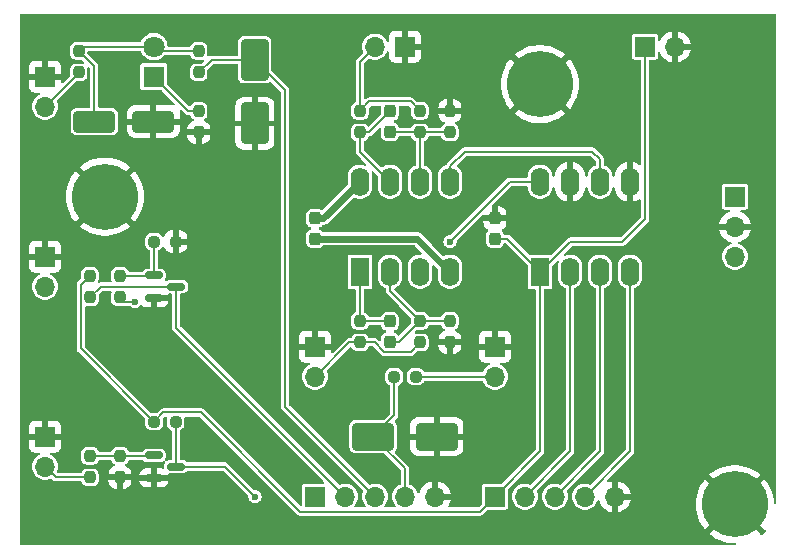
<source format=gbr>
%TF.GenerationSoftware,KiCad,Pcbnew,8.0.8*%
%TF.CreationDate,2025-02-24T19:59:05+00:00*%
%TF.ProjectId,jacks-n-dac,6a61636b-732d-46e2-9d64-61632e6b6963,rev?*%
%TF.SameCoordinates,Original*%
%TF.FileFunction,Copper,L1,Top*%
%TF.FilePolarity,Positive*%
%FSLAX46Y46*%
G04 Gerber Fmt 4.6, Leading zero omitted, Abs format (unit mm)*
G04 Created by KiCad (PCBNEW 8.0.8) date 2025-02-24 19:59:05*
%MOMM*%
%LPD*%
G01*
G04 APERTURE LIST*
G04 Aperture macros list*
%AMRoundRect*
0 Rectangle with rounded corners*
0 $1 Rounding radius*
0 $2 $3 $4 $5 $6 $7 $8 $9 X,Y pos of 4 corners*
0 Add a 4 corners polygon primitive as box body*
4,1,4,$2,$3,$4,$5,$6,$7,$8,$9,$2,$3,0*
0 Add four circle primitives for the rounded corners*
1,1,$1+$1,$2,$3*
1,1,$1+$1,$4,$5*
1,1,$1+$1,$6,$7*
1,1,$1+$1,$8,$9*
0 Add four rect primitives between the rounded corners*
20,1,$1+$1,$2,$3,$4,$5,0*
20,1,$1+$1,$4,$5,$6,$7,0*
20,1,$1+$1,$6,$7,$8,$9,0*
20,1,$1+$1,$8,$9,$2,$3,0*%
G04 Aperture macros list end*
%TA.AperFunction,SMDPad,CuDef*%
%ADD10RoundRect,0.237500X0.237500X-0.250000X0.237500X0.250000X-0.237500X0.250000X-0.237500X-0.250000X0*%
%TD*%
%TA.AperFunction,ComponentPad*%
%ADD11R,1.800000X1.800000*%
%TD*%
%TA.AperFunction,ComponentPad*%
%ADD12C,1.800000*%
%TD*%
%TA.AperFunction,SMDPad,CuDef*%
%ADD13RoundRect,0.237500X-0.237500X0.250000X-0.237500X-0.250000X0.237500X-0.250000X0.237500X0.250000X0*%
%TD*%
%TA.AperFunction,SMDPad,CuDef*%
%ADD14RoundRect,0.237500X0.237500X-0.300000X0.237500X0.300000X-0.237500X0.300000X-0.237500X-0.300000X0*%
%TD*%
%TA.AperFunction,SMDPad,CuDef*%
%ADD15RoundRect,0.237500X0.250000X0.237500X-0.250000X0.237500X-0.250000X-0.237500X0.250000X-0.237500X0*%
%TD*%
%TA.AperFunction,ComponentPad*%
%ADD16C,5.600000*%
%TD*%
%TA.AperFunction,ComponentPad*%
%ADD17R,1.700000X1.700000*%
%TD*%
%TA.AperFunction,ComponentPad*%
%ADD18O,1.700000X1.700000*%
%TD*%
%TA.AperFunction,ComponentPad*%
%ADD19R,1.600000X2.400000*%
%TD*%
%TA.AperFunction,ComponentPad*%
%ADD20O,1.600000X2.400000*%
%TD*%
%TA.AperFunction,SMDPad,CuDef*%
%ADD21RoundRect,0.250000X-1.500000X-0.650000X1.500000X-0.650000X1.500000X0.650000X-1.500000X0.650000X0*%
%TD*%
%TA.AperFunction,SMDPad,CuDef*%
%ADD22RoundRect,0.250000X-1.500000X-0.900000X1.500000X-0.900000X1.500000X0.900000X-1.500000X0.900000X0*%
%TD*%
%TA.AperFunction,SMDPad,CuDef*%
%ADD23RoundRect,0.150000X-0.587500X-0.150000X0.587500X-0.150000X0.587500X0.150000X-0.587500X0.150000X0*%
%TD*%
%TA.AperFunction,SMDPad,CuDef*%
%ADD24RoundRect,0.237500X-0.237500X0.300000X-0.237500X-0.300000X0.237500X-0.300000X0.237500X0.300000X0*%
%TD*%
%TA.AperFunction,SMDPad,CuDef*%
%ADD25RoundRect,0.250000X-0.900000X1.500000X-0.900000X-1.500000X0.900000X-1.500000X0.900000X1.500000X0*%
%TD*%
%TA.AperFunction,ViaPad*%
%ADD26C,0.600000*%
%TD*%
%TA.AperFunction,Conductor*%
%ADD27C,0.600000*%
%TD*%
%TA.AperFunction,Conductor*%
%ADD28C,0.200000*%
%TD*%
G04 APERTURE END LIST*
D10*
%TO.P,R9,1*%
%TO.N,GND*%
X114630000Y-55522500D03*
%TO.P,R9,2*%
%TO.N,Net-(D2-K)*%
X114630000Y-53697500D03*
%TD*%
D11*
%TO.P,D2,1,K*%
%TO.N,Net-(D2-K)*%
X110820000Y-50800000D03*
D12*
%TO.P,D2,2,A*%
%TO.N,Net-(D2-A)*%
X110820000Y-48260000D03*
%TD*%
D13*
%TO.P,R3,1*%
%TO.N,Net-(U1A--)*%
X133350000Y-71477500D03*
%TO.P,R3,2*%
%TO.N,/PITCH*%
X133350000Y-73302500D03*
%TD*%
D14*
%TO.P,C2,1*%
%TO.N,Net-(U1A--)*%
X130810000Y-73252500D03*
%TO.P,C2,2*%
%TO.N,Net-(C2-Pad2)*%
X130810000Y-71527500D03*
%TD*%
D15*
%TO.P,R13,1*%
%TO.N,Net-(J6-Pad2)*%
X132992500Y-76200000D03*
%TO.P,R13,2*%
%TO.N,/CLKOUT*%
X131167500Y-76200000D03*
%TD*%
D16*
%TO.P,H1,1,1*%
%TO.N,GND*%
X160000000Y-87000000D03*
%TD*%
D10*
%TO.P,R4,1*%
%TO.N,Net-(C3-Pad2)*%
X128270000Y-55522500D03*
%TO.P,R4,2*%
%TO.N,/CV*%
X128270000Y-53697500D03*
%TD*%
%TO.P,R6,1*%
%TO.N,Net-(U1B--)*%
X133350000Y-55522500D03*
%TO.P,R6,2*%
%TO.N,/CV*%
X133350000Y-53697500D03*
%TD*%
%TO.P,R2,1*%
%TO.N,GND*%
X135890000Y-73302500D03*
%TO.P,R2,2*%
%TO.N,Net-(U1A--)*%
X135890000Y-71477500D03*
%TD*%
D14*
%TO.P,C4,1*%
%TO.N,-12V*%
X124460000Y-64526500D03*
%TO.P,C4,2*%
%TO.N,+12V*%
X124460000Y-62801500D03*
%TD*%
D17*
%TO.P,J1,1,Pin_1*%
%TO.N,+5V*%
X139700000Y-86360000D03*
D18*
%TO.P,J1,2,Pin_2*%
%TO.N,/CS_DAC*%
X142240000Y-86360000D03*
%TO.P,J1,3,Pin_3*%
%TO.N,/SCLK*%
X144780000Y-86360000D03*
%TO.P,J1,4,Pin_4*%
%TO.N,/MOSI*%
X147320000Y-86360000D03*
%TO.P,J1,5,Pin_5*%
%TO.N,GND*%
X149860000Y-86360000D03*
%TD*%
D15*
%TO.P,R8,1*%
%TO.N,/CLKIN*%
X112672500Y-80010000D03*
%TO.P,R8,2*%
%TO.N,+5V*%
X110847500Y-80010000D03*
%TD*%
D13*
%TO.P,R5,1*%
%TO.N,GND*%
X135890000Y-53697500D03*
%TO.P,R5,2*%
%TO.N,Net-(U1B--)*%
X135890000Y-55522500D03*
%TD*%
D14*
%TO.P,C3,1*%
%TO.N,Net-(U1B--)*%
X130810000Y-55472500D03*
%TO.P,C3,2*%
%TO.N,Net-(C3-Pad2)*%
X130810000Y-53747500D03*
%TD*%
D19*
%TO.P,U2,1,Vdd*%
%TO.N,+5V*%
X143520000Y-67325000D03*
D20*
%TO.P,U2,2,~{CS}*%
%TO.N,/CS_DAC*%
X146060000Y-67325000D03*
%TO.P,U2,3,SCK*%
%TO.N,/SCLK*%
X148600000Y-67325000D03*
%TO.P,U2,4,SDI*%
%TO.N,/MOSI*%
X151140000Y-67325000D03*
%TO.P,U2,5,~{LDAC}*%
%TO.N,GND*%
X151140000Y-59705000D03*
%TO.P,U2,6,VB*%
%TO.N,Net-(U1B-+)*%
X148600000Y-59705000D03*
%TO.P,U2,7,Vss*%
%TO.N,GND*%
X146060000Y-59705000D03*
%TO.P,U2,8,VA*%
%TO.N,Net-(U1A-+)*%
X143520000Y-59705000D03*
%TD*%
D17*
%TO.P,J9,1*%
%TO.N,GND*%
X132080000Y-48260000D03*
D18*
%TO.P,J9,2*%
%TO.N,/CV*%
X129540000Y-48260000D03*
%TD*%
D16*
%TO.P,H3,1,1*%
%TO.N,GND*%
X143510000Y-51435000D03*
%TD*%
D21*
%TO.P,D3,1,K*%
%TO.N,Net-(D2-A)*%
X105780000Y-54610000D03*
%TO.P,D3,2,A*%
%TO.N,GND*%
X110780000Y-54610000D03*
%TD*%
D17*
%TO.P,J8,1*%
%TO.N,GND*%
X124460000Y-73660000D03*
D18*
%TO.P,J8,2*%
%TO.N,/PITCH*%
X124460000Y-76200000D03*
%TD*%
D13*
%TO.P,R7,1*%
%TO.N,Net-(D2-A)*%
X114630000Y-48617500D03*
%TO.P,R7,2*%
%TO.N,/GATE*%
X114630000Y-50442500D03*
%TD*%
D22*
%TO.P,D4,1,K*%
%TO.N,/CLKOUT*%
X129380000Y-81280000D03*
%TO.P,D4,2,A*%
%TO.N,GND*%
X134780000Y-81280000D03*
%TD*%
D17*
%TO.P,J6,1*%
%TO.N,GND*%
X139700000Y-73660000D03*
D18*
%TO.P,J6,2*%
%TO.N,Net-(J6-Pad2)*%
X139700000Y-76200000D03*
%TD*%
D10*
%TO.P,R11,1*%
%TO.N,GND*%
X107950000Y-84732500D03*
%TO.P,R11,2*%
%TO.N,Net-(Q1-B)*%
X107950000Y-82907500D03*
%TD*%
D17*
%TO.P,J2,1,Pin_1*%
%TO.N,+12V*%
X160020000Y-60960000D03*
D18*
%TO.P,J2,2,Pin_2*%
%TO.N,GND*%
X160020000Y-63500000D03*
%TO.P,J2,3,Pin_3*%
%TO.N,-12V*%
X160020000Y-66040000D03*
%TD*%
D23*
%TO.P,Q2,1,B*%
%TO.N,Net-(Q2-B)*%
X110822500Y-67630000D03*
%TO.P,Q2,2,E*%
%TO.N,GND*%
X110822500Y-69530000D03*
%TO.P,Q2,3,C*%
%TO.N,/RSTIN*%
X112697500Y-68580000D03*
%TD*%
D24*
%TO.P,C1,1*%
%TO.N,GND*%
X139700000Y-62801500D03*
%TO.P,C1,2*%
%TO.N,+5V*%
X139700000Y-64526500D03*
%TD*%
D17*
%TO.P,J4,1*%
%TO.N,GND*%
X101600000Y-50800000D03*
D18*
%TO.P,J4,2*%
%TO.N,Net-(J4-Pad2)*%
X101600000Y-53340000D03*
%TD*%
D10*
%TO.P,R14,1*%
%TO.N,/RSTIN*%
X105410000Y-69492500D03*
%TO.P,R14,2*%
%TO.N,+5V*%
X105410000Y-67667500D03*
%TD*%
D13*
%TO.P,R1,1*%
%TO.N,Net-(C2-Pad2)*%
X128270000Y-71477500D03*
%TO.P,R1,2*%
%TO.N,/PITCH*%
X128270000Y-73302500D03*
%TD*%
D25*
%TO.P,D1,1,K*%
%TO.N,/GATE*%
X119380000Y-49370000D03*
%TO.P,D1,2,A*%
%TO.N,GND*%
X119380000Y-54770000D03*
%TD*%
D15*
%TO.P,R16,1*%
%TO.N,GND*%
X112672500Y-64770000D03*
%TO.P,R16,2*%
%TO.N,Net-(Q2-B)*%
X110847500Y-64770000D03*
%TD*%
D23*
%TO.P,Q1,1,B*%
%TO.N,Net-(Q1-B)*%
X110822500Y-82870000D03*
%TO.P,Q1,2,E*%
%TO.N,GND*%
X110822500Y-84770000D03*
%TO.P,Q1,3,C*%
%TO.N,/CLKIN*%
X112697500Y-83820000D03*
%TD*%
D17*
%TO.P,J5,1*%
%TO.N,GND*%
X101600000Y-81280000D03*
D18*
%TO.P,J5,2*%
%TO.N,Net-(J5-Pad2)*%
X101600000Y-83820000D03*
%TD*%
D17*
%TO.P,J3,1,Pin_1*%
%TO.N,+5V*%
X152400000Y-48260000D03*
D18*
%TO.P,J3,2,Pin_2*%
%TO.N,GND*%
X154940000Y-48260000D03*
%TD*%
D17*
%TO.P,J7,1,Pin_1*%
%TO.N,/CLKIN*%
X124460000Y-86360000D03*
D18*
%TO.P,J7,2,Pin_2*%
%TO.N,/RSTIN*%
X127000000Y-86360000D03*
%TO.P,J7,3,Pin_3*%
%TO.N,/GATE*%
X129540000Y-86360000D03*
%TO.P,J7,4,Pin_4*%
%TO.N,/CLKOUT*%
X132080000Y-86360000D03*
%TO.P,J7,5,Pin_5*%
%TO.N,GND*%
X134620000Y-86360000D03*
%TD*%
D10*
%TO.P,R15,1*%
%TO.N,Net-(J10-Pad2)*%
X107950000Y-69492500D03*
%TO.P,R15,2*%
%TO.N,Net-(Q2-B)*%
X107950000Y-67667500D03*
%TD*%
D13*
%TO.P,R12,1*%
%TO.N,Net-(D2-A)*%
X104470000Y-48617500D03*
%TO.P,R12,2*%
%TO.N,Net-(J4-Pad2)*%
X104470000Y-50442500D03*
%TD*%
D10*
%TO.P,R10,1*%
%TO.N,Net-(J5-Pad2)*%
X105410000Y-84732500D03*
%TO.P,R10,2*%
%TO.N,Net-(Q1-B)*%
X105410000Y-82907500D03*
%TD*%
D16*
%TO.P,H2,1,1*%
%TO.N,GND*%
X106680000Y-60960000D03*
%TD*%
D17*
%TO.P,J10,1*%
%TO.N,GND*%
X101600000Y-66040000D03*
D18*
%TO.P,J10,2*%
%TO.N,Net-(J10-Pad2)*%
X101600000Y-68580000D03*
%TD*%
D19*
%TO.P,U1,1*%
%TO.N,Net-(C2-Pad2)*%
X128280000Y-67325000D03*
D20*
%TO.P,U1,2,-*%
%TO.N,Net-(U1A--)*%
X130820000Y-67325000D03*
%TO.P,U1,3,+*%
%TO.N,Net-(U1A-+)*%
X133360000Y-67325000D03*
%TO.P,U1,4,V-*%
%TO.N,-12V*%
X135900000Y-67325000D03*
%TO.P,U1,5,+*%
%TO.N,Net-(U1B-+)*%
X135900000Y-59705000D03*
%TO.P,U1,6,-*%
%TO.N,Net-(U1B--)*%
X133360000Y-59705000D03*
%TO.P,U1,7*%
%TO.N,Net-(C3-Pad2)*%
X130820000Y-59705000D03*
%TO.P,U1,8,V+*%
%TO.N,+12V*%
X128280000Y-59705000D03*
%TD*%
D26*
%TO.N,GND*%
X134620000Y-46990000D03*
X134620000Y-48260000D03*
X134620000Y-49530000D03*
X134620000Y-50800000D03*
X133350000Y-50800000D03*
X132080000Y-50800000D03*
X130810000Y-50800000D03*
X102870000Y-48260000D03*
X101600000Y-48260000D03*
X100330000Y-48260000D03*
X102870000Y-63500000D03*
X101600000Y-63500000D03*
X100330000Y-63500000D03*
X102870000Y-78740000D03*
X101600000Y-78740000D03*
X100330000Y-78740000D03*
X152400000Y-90170000D03*
X152400000Y-88900000D03*
X152400000Y-87630000D03*
X152400000Y-86360000D03*
X152400000Y-85090000D03*
X152400000Y-83820000D03*
X162560000Y-67310000D03*
X162560000Y-66040000D03*
X162560000Y-59690000D03*
X162560000Y-60960000D03*
X162560000Y-64770000D03*
X162560000Y-63500000D03*
X162560000Y-62230000D03*
X157480000Y-46990000D03*
X157480000Y-48260000D03*
X157480000Y-49530000D03*
X157480000Y-50800000D03*
X156210000Y-50800000D03*
X154940000Y-50800000D03*
X153670000Y-50800000D03*
X120000000Y-58000000D03*
X107000000Y-71000000D03*
X110000000Y-86000000D03*
X111000000Y-78000000D03*
X110000000Y-77000000D03*
X138000000Y-80000000D03*
X107000000Y-86000000D03*
X112000000Y-57000000D03*
X138000000Y-81000000D03*
X108000000Y-71000000D03*
X114000000Y-63000000D03*
X118000000Y-58000000D03*
X112000000Y-63000000D03*
X111000000Y-71000000D03*
X110000000Y-71000000D03*
X138000000Y-83000000D03*
X122000000Y-84000000D03*
X112000000Y-86000000D03*
X113000000Y-57000000D03*
X138000000Y-82000000D03*
X108000000Y-75000000D03*
X108000000Y-86000000D03*
X111000000Y-57000000D03*
X109000000Y-71000000D03*
X107000000Y-74000000D03*
X115000000Y-57000000D03*
X114000000Y-66000000D03*
X109000000Y-86000000D03*
X119000000Y-58000000D03*
X114000000Y-57000000D03*
X110000000Y-57000000D03*
X138000000Y-79000000D03*
X114000000Y-65000000D03*
X106000000Y-71000000D03*
X123000000Y-84000000D03*
X121000000Y-58000000D03*
X109000000Y-76000000D03*
X113000000Y-63000000D03*
X117000000Y-58000000D03*
X114000000Y-64000000D03*
X111000000Y-86000000D03*
X121000000Y-84000000D03*
X116000000Y-57000000D03*
X138000000Y-84000000D03*
%TO.N,/CLKIN*%
X119380000Y-86360000D03*
%TO.N,Net-(U1A-+)*%
X135890000Y-64770000D03*
%TO.N,Net-(J10-Pad2)*%
X109220000Y-69850000D03*
%TD*%
D27*
%TO.N,-12V*%
X133101500Y-64526500D02*
X135900000Y-67325000D01*
X124460000Y-64526500D02*
X133101500Y-64526500D01*
%TO.N,+12V*%
X125183500Y-62801500D02*
X128280000Y-59705000D01*
X124460000Y-62801500D02*
X125183500Y-62801500D01*
D28*
%TO.N,+5V*%
X111622500Y-79235000D02*
X114831722Y-79235000D01*
X150495000Y-64770000D02*
X146075000Y-64770000D01*
X139700000Y-64526500D02*
X140721500Y-64526500D01*
X138430000Y-87630000D02*
X139700000Y-86360000D01*
X105410000Y-67667500D02*
X104635000Y-68442500D01*
X143520000Y-82540000D02*
X139700000Y-86360000D01*
X143520000Y-67325000D02*
X143520000Y-82540000D01*
X140721500Y-64526500D02*
X143520000Y-67325000D01*
X114831722Y-79235000D02*
X123226722Y-87630000D01*
X152400000Y-48260000D02*
X152400000Y-62865000D01*
X152400000Y-62865000D02*
X150495000Y-64770000D01*
X146075000Y-64770000D02*
X143520000Y-67325000D01*
X123226722Y-87630000D02*
X138430000Y-87630000D01*
X104635000Y-68442500D02*
X104635000Y-73797500D01*
X104635000Y-73797500D02*
X110847500Y-80010000D01*
X110847500Y-80010000D02*
X111622500Y-79235000D01*
%TO.N,Net-(C2-Pad2)*%
X128280000Y-71467500D02*
X128270000Y-71477500D01*
X130760000Y-71477500D02*
X130810000Y-71527500D01*
X128280000Y-67325000D02*
X128280000Y-71467500D01*
X128270000Y-71477500D02*
X130760000Y-71477500D01*
%TO.N,Net-(U1A--)*%
X131575000Y-73252500D02*
X133350000Y-71477500D01*
X135890000Y-71477500D02*
X133350000Y-71477500D01*
X130810000Y-73252500D02*
X131575000Y-73252500D01*
X130820000Y-68947500D02*
X133350000Y-71477500D01*
X130820000Y-67325000D02*
X130820000Y-68947500D01*
%TO.N,Net-(C3-Pad2)*%
X129035000Y-55522500D02*
X130810000Y-53747500D01*
X128270000Y-55522500D02*
X128270000Y-57155000D01*
X128270000Y-55522500D02*
X129035000Y-55522500D01*
X128270000Y-57155000D02*
X130820000Y-59705000D01*
%TO.N,Net-(U1B--)*%
X133360000Y-59705000D02*
X133360000Y-55532500D01*
X133360000Y-55532500D02*
X133350000Y-55522500D01*
X135840000Y-55472500D02*
X135890000Y-55522500D01*
X130810000Y-55472500D02*
X135840000Y-55472500D01*
%TO.N,/GATE*%
X121920000Y-51910000D02*
X121920000Y-78740000D01*
X119380000Y-49370000D02*
X121920000Y-51910000D01*
X119380000Y-49370000D02*
X115702500Y-49370000D01*
X115702500Y-49370000D02*
X114630000Y-50442500D01*
X121920000Y-78740000D02*
X129540000Y-86360000D01*
%TO.N,Net-(D2-A)*%
X105780000Y-49927500D02*
X105780000Y-54610000D01*
X114630000Y-48617500D02*
X111177500Y-48617500D01*
X110820000Y-48260000D02*
X104827500Y-48260000D01*
X111177500Y-48617500D02*
X110820000Y-48260000D01*
X104470000Y-48617500D02*
X105780000Y-49927500D01*
X104827500Y-48260000D02*
X104470000Y-48617500D01*
%TO.N,Net-(D2-K)*%
X110820000Y-50800000D02*
X113717500Y-53697500D01*
X113717500Y-53697500D02*
X114630000Y-53697500D01*
%TO.N,/CLKOUT*%
X132080000Y-83980000D02*
X132080000Y-86360000D01*
X131167500Y-76200000D02*
X131167500Y-79492500D01*
X131167500Y-79492500D02*
X129380000Y-81280000D01*
X129380000Y-81280000D02*
X132080000Y-83980000D01*
%TO.N,/CS_DAC*%
X146060000Y-82540000D02*
X142240000Y-86360000D01*
X146060000Y-67325000D02*
X146060000Y-82540000D01*
%TO.N,/SCLK*%
X148600000Y-67325000D02*
X148600000Y-82540000D01*
X148600000Y-82540000D02*
X144780000Y-86360000D01*
%TO.N,/MOSI*%
X151140000Y-67325000D02*
X151140000Y-82540000D01*
X151140000Y-82540000D02*
X147320000Y-86360000D01*
%TO.N,/CLKIN*%
X112697500Y-83820000D02*
X116840000Y-83820000D01*
X112672500Y-80010000D02*
X112672500Y-83795000D01*
X112672500Y-83795000D02*
X112697500Y-83820000D01*
X116840000Y-83820000D02*
X119380000Y-86360000D01*
%TO.N,/RSTIN*%
X112697500Y-68580000D02*
X112697500Y-72057500D01*
X112697500Y-72057500D02*
X127000000Y-86360000D01*
X105410000Y-69492500D02*
X106322500Y-68580000D01*
X106322500Y-68580000D02*
X112697500Y-68580000D01*
%TO.N,Net-(Q1-B)*%
X105410000Y-82907500D02*
X110785000Y-82907500D01*
X110785000Y-82907500D02*
X110822500Y-82870000D01*
%TO.N,Net-(Q2-B)*%
X110785000Y-67667500D02*
X110822500Y-67630000D01*
X110822500Y-64795000D02*
X110847500Y-64770000D01*
X110822500Y-67630000D02*
X110822500Y-64795000D01*
X107950000Y-67667500D02*
X110785000Y-67667500D01*
%TO.N,/PITCH*%
X124460000Y-76200000D02*
X127357500Y-73302500D01*
X130311722Y-74090000D02*
X132562500Y-74090000D01*
X129524222Y-73302500D02*
X130311722Y-74090000D01*
X127357500Y-73302500D02*
X128270000Y-73302500D01*
X128270000Y-73302500D02*
X129524222Y-73302500D01*
X132562500Y-74090000D02*
X133350000Y-73302500D01*
%TO.N,/CV*%
X129057500Y-52910000D02*
X132562500Y-52910000D01*
X128270000Y-49530000D02*
X129540000Y-48260000D01*
X128270000Y-53697500D02*
X128270000Y-49530000D01*
X132562500Y-52910000D02*
X133350000Y-53697500D01*
X128270000Y-53697500D02*
X129057500Y-52910000D01*
%TO.N,Net-(U1B-+)*%
X146047500Y-57152500D02*
X146045000Y-57150000D01*
X147955000Y-57150000D02*
X146050000Y-57150000D01*
X135900000Y-58410000D02*
X135900000Y-59705000D01*
X137160000Y-57150000D02*
X135900000Y-58410000D01*
X146045000Y-57150000D02*
X137160000Y-57150000D01*
X148600000Y-57795000D02*
X147955000Y-57150000D01*
X148600000Y-59705000D02*
X148600000Y-57795000D01*
X146050000Y-57150000D02*
X146047500Y-57152500D01*
%TO.N,Net-(U1A-+)*%
X143520000Y-59705000D02*
X140955000Y-59705000D01*
X140955000Y-59705000D02*
X135890000Y-64770000D01*
%TO.N,Net-(J10-Pad2)*%
X109220000Y-69850000D02*
X108307500Y-69850000D01*
X108307500Y-69850000D02*
X107950000Y-69492500D01*
%TO.N,Net-(J4-Pad2)*%
X101600000Y-53340000D02*
X104470000Y-50470000D01*
X104470000Y-50470000D02*
X104470000Y-50442500D01*
%TO.N,Net-(J5-Pad2)*%
X102512500Y-84732500D02*
X105410000Y-84732500D01*
X101600000Y-83820000D02*
X102512500Y-84732500D01*
%TO.N,Net-(J6-Pad2)*%
X139700000Y-76200000D02*
X132992500Y-76200000D01*
%TD*%
%TA.AperFunction,Conductor*%
%TO.N,GND*%
G36*
X107223635Y-68949407D02*
G01*
X107259599Y-68998907D01*
X107259599Y-69060093D01*
X107258204Y-69064088D01*
X107240954Y-69110338D01*
X107230750Y-69137698D01*
X107230748Y-69137706D01*
X107224500Y-69195829D01*
X107224500Y-69789170D01*
X107224499Y-69789170D01*
X107230748Y-69847293D01*
X107230750Y-69847304D01*
X107279786Y-69978776D01*
X107290965Y-69993709D01*
X107363884Y-70091116D01*
X107363887Y-70091118D01*
X107363888Y-70091119D01*
X107476223Y-70175213D01*
X107607695Y-70224249D01*
X107607696Y-70224249D01*
X107607701Y-70224251D01*
X107665826Y-70230500D01*
X107665830Y-70230500D01*
X108234170Y-70230500D01*
X108234174Y-70230500D01*
X108292299Y-70224251D01*
X108339243Y-70206741D01*
X108373839Y-70200500D01*
X108746236Y-70200500D01*
X108804427Y-70219407D01*
X108824777Y-70239231D01*
X108827376Y-70242618D01*
X108827377Y-70242619D01*
X108827379Y-70242621D01*
X108942375Y-70330861D01*
X109076291Y-70386330D01*
X109220000Y-70405250D01*
X109363709Y-70386330D01*
X109497625Y-70330861D01*
X109612621Y-70242621D01*
X109659287Y-70181804D01*
X109709708Y-70147150D01*
X109770873Y-70148751D01*
X109807831Y-70172069D01*
X109833447Y-70197685D01*
X109974799Y-70281280D01*
X110132510Y-70327100D01*
X110169363Y-70330000D01*
X110572499Y-70330000D01*
X110572500Y-70329999D01*
X110572500Y-69780001D01*
X111072500Y-69780001D01*
X111072500Y-70329999D01*
X111072501Y-70330000D01*
X111475637Y-70330000D01*
X111512489Y-70327100D01*
X111670200Y-70281280D01*
X111670201Y-70281280D01*
X111811552Y-70197685D01*
X111927685Y-70081552D01*
X112011280Y-69940201D01*
X112011280Y-69940200D01*
X112057098Y-69782493D01*
X112057100Y-69782486D01*
X112057296Y-69780000D01*
X111072501Y-69780000D01*
X111072500Y-69780001D01*
X110572500Y-69780001D01*
X110572500Y-69629000D01*
X110591407Y-69570809D01*
X110640907Y-69534845D01*
X110671500Y-69530000D01*
X110822499Y-69530000D01*
X110822500Y-69529999D01*
X110822500Y-69379000D01*
X110841407Y-69320809D01*
X110890907Y-69284845D01*
X110921500Y-69280000D01*
X112057295Y-69280000D01*
X112057100Y-69277513D01*
X112057098Y-69277506D01*
X112051176Y-69257122D01*
X112053096Y-69195967D01*
X112090595Y-69147620D01*
X112146241Y-69130499D01*
X112248001Y-69130499D01*
X112306191Y-69149406D01*
X112342155Y-69198906D01*
X112347000Y-69229499D01*
X112347000Y-72103644D01*
X112362158Y-72160213D01*
X112366419Y-72176116D01*
X112366419Y-72176118D01*
X112370883Y-72192782D01*
X112370884Y-72192784D01*
X112370885Y-72192787D01*
X112370886Y-72192788D01*
X112417030Y-72272712D01*
X118930460Y-78786142D01*
X125234814Y-85090496D01*
X125262591Y-85145013D01*
X125253020Y-85205445D01*
X125209755Y-85248710D01*
X125164810Y-85259500D01*
X123585326Y-85259500D01*
X123585325Y-85259500D01*
X123585315Y-85259501D01*
X123512263Y-85274033D01*
X123512257Y-85274035D01*
X123429400Y-85329397D01*
X123429397Y-85329400D01*
X123374035Y-85412257D01*
X123374033Y-85412263D01*
X123359501Y-85485315D01*
X123359500Y-85485327D01*
X123359500Y-87028088D01*
X123340593Y-87086279D01*
X123291093Y-87122243D01*
X123229907Y-87122243D01*
X123190496Y-87098092D01*
X119143923Y-83051519D01*
X115046934Y-78954530D01*
X114967010Y-78908386D01*
X114877866Y-78884500D01*
X111576356Y-78884500D01*
X111487212Y-78908386D01*
X111407285Y-78954532D01*
X111106313Y-79255504D01*
X111051797Y-79283281D01*
X111036310Y-79284500D01*
X110658690Y-79284500D01*
X110600499Y-79265593D01*
X110588686Y-79255504D01*
X105014496Y-73681314D01*
X104986719Y-73626797D01*
X104985500Y-73611310D01*
X104985500Y-70325627D01*
X105004407Y-70267436D01*
X105053907Y-70231472D01*
X105095079Y-70227194D01*
X105125826Y-70230500D01*
X105125831Y-70230500D01*
X105694170Y-70230500D01*
X105694174Y-70230500D01*
X105752299Y-70224251D01*
X105815978Y-70200500D01*
X105883776Y-70175213D01*
X105883776Y-70175212D01*
X105883778Y-70175212D01*
X105996116Y-70091116D01*
X106080212Y-69978778D01*
X106094601Y-69940201D01*
X106112224Y-69892948D01*
X106129251Y-69847299D01*
X106135500Y-69789174D01*
X106135500Y-69303690D01*
X106154407Y-69245499D01*
X106164496Y-69233686D01*
X106438686Y-68959496D01*
X106493203Y-68931719D01*
X106508690Y-68930500D01*
X107165444Y-68930500D01*
X107223635Y-68949407D01*
G37*
%TD.AperFunction*%
%TA.AperFunction,Conductor*%
G36*
X163458692Y-45519407D02*
G01*
X163494656Y-45568907D01*
X163499501Y-45599500D01*
X163499549Y-86934108D01*
X163499549Y-86936488D01*
X163480642Y-86994679D01*
X163431142Y-87030643D01*
X163369956Y-87030643D01*
X163320456Y-86994679D01*
X163301694Y-86941848D01*
X163285474Y-86642682D01*
X163227581Y-86289550D01*
X163131853Y-85944770D01*
X163131851Y-85944765D01*
X162999395Y-85612326D01*
X162831784Y-85296177D01*
X162630967Y-84999995D01*
X162630960Y-84999985D01*
X162503556Y-84849995D01*
X161294250Y-86059300D01*
X161220412Y-85957670D01*
X161042330Y-85779588D01*
X160940696Y-85705747D01*
X162152742Y-84493702D01*
X162139511Y-84481170D01*
X161854641Y-84264617D01*
X161854636Y-84264614D01*
X161548019Y-84080128D01*
X161223255Y-83929876D01*
X160884131Y-83815612D01*
X160534669Y-83738689D01*
X160534670Y-83738689D01*
X160178922Y-83700000D01*
X159821078Y-83700000D01*
X159465329Y-83738689D01*
X159115869Y-83815612D01*
X159115867Y-83815612D01*
X158776744Y-83929876D01*
X158451980Y-84080128D01*
X158145363Y-84264614D01*
X158145358Y-84264617D01*
X157860495Y-84481164D01*
X157860473Y-84481183D01*
X157847256Y-84493702D01*
X159059301Y-85705747D01*
X158957670Y-85779588D01*
X158779588Y-85957670D01*
X158705747Y-86059301D01*
X157496441Y-84849995D01*
X157369039Y-84999985D01*
X157369032Y-84999995D01*
X157168215Y-85296177D01*
X157000604Y-85612326D01*
X156868148Y-85944765D01*
X156868146Y-85944770D01*
X156772418Y-86289550D01*
X156714525Y-86642682D01*
X156695153Y-87000000D01*
X156714525Y-87357317D01*
X156772418Y-87710449D01*
X156868146Y-88055229D01*
X156868148Y-88055234D01*
X157000604Y-88387673D01*
X157168215Y-88703822D01*
X157369032Y-89000004D01*
X157369039Y-89000014D01*
X157496441Y-89150002D01*
X158705746Y-87940696D01*
X158779588Y-88042330D01*
X158957670Y-88220412D01*
X159059300Y-88294251D01*
X157847256Y-89506296D01*
X157860488Y-89518829D01*
X158145358Y-89735382D01*
X158145363Y-89735385D01*
X158451980Y-89919871D01*
X158776744Y-90070123D01*
X159115868Y-90184387D01*
X159465330Y-90261310D01*
X159465329Y-90261310D01*
X159821078Y-90300000D01*
X160014307Y-90300000D01*
X160072498Y-90318907D01*
X160108462Y-90368407D01*
X160108462Y-90429593D01*
X160072498Y-90479093D01*
X160018683Y-90497903D01*
X159984940Y-90499396D01*
X159980071Y-90499492D01*
X159913218Y-90499159D01*
X159907823Y-90499499D01*
X99599500Y-90499499D01*
X99541309Y-90480592D01*
X99505345Y-90431092D01*
X99500500Y-90400499D01*
X99500500Y-82177824D01*
X100249999Y-82177824D01*
X100256401Y-82237370D01*
X100256403Y-82237381D01*
X100306646Y-82372088D01*
X100306647Y-82372090D01*
X100392807Y-82487184D01*
X100392815Y-82487192D01*
X100507909Y-82573352D01*
X100507911Y-82573353D01*
X100642618Y-82623596D01*
X100642629Y-82623598D01*
X100702176Y-82630000D01*
X101095703Y-82630000D01*
X101153894Y-82648907D01*
X101189858Y-82698407D01*
X101189858Y-82759593D01*
X101153894Y-82809093D01*
X101131469Y-82821313D01*
X101107363Y-82830652D01*
X100963862Y-82919504D01*
X100933959Y-82938019D01*
X100783237Y-83075420D01*
X100660328Y-83238177D01*
X100660323Y-83238186D01*
X100569542Y-83420500D01*
X100569418Y-83420750D01*
X100513603Y-83616917D01*
X100494785Y-83820000D01*
X100513603Y-84023083D01*
X100569418Y-84219250D01*
X100660327Y-84401821D01*
X100783236Y-84564579D01*
X100933959Y-84701981D01*
X101107363Y-84809348D01*
X101297544Y-84883024D01*
X101498024Y-84920500D01*
X101701976Y-84920500D01*
X101902456Y-84883024D01*
X102033228Y-84832362D01*
X102094316Y-84828973D01*
X102138991Y-84854674D01*
X102242460Y-84958142D01*
X102297288Y-85012970D01*
X102377212Y-85059114D01*
X102466356Y-85083000D01*
X104620408Y-85083000D01*
X104678599Y-85101907D01*
X104713166Y-85147403D01*
X104739787Y-85218777D01*
X104822598Y-85329399D01*
X104823884Y-85331116D01*
X104823887Y-85331118D01*
X104823888Y-85331119D01*
X104936223Y-85415213D01*
X105067695Y-85464249D01*
X105067696Y-85464249D01*
X105067701Y-85464251D01*
X105125826Y-85470500D01*
X105125830Y-85470500D01*
X105694170Y-85470500D01*
X105694174Y-85470500D01*
X105752299Y-85464251D01*
X105797948Y-85447224D01*
X105883776Y-85415213D01*
X105883776Y-85415212D01*
X105883778Y-85415212D01*
X105996116Y-85331116D01*
X106080212Y-85218778D01*
X106094601Y-85180201D01*
X106117848Y-85117871D01*
X106129251Y-85087299D01*
X106135500Y-85029174D01*
X106135500Y-84982501D01*
X106975001Y-84982501D01*
X106975001Y-85031654D01*
X106985317Y-85132642D01*
X106985320Y-85132654D01*
X107039548Y-85296306D01*
X107130053Y-85443035D01*
X107251964Y-85564946D01*
X107398693Y-85655451D01*
X107562351Y-85709681D01*
X107663344Y-85719999D01*
X107699999Y-85719999D01*
X107700000Y-85719998D01*
X107700000Y-84982501D01*
X108200000Y-84982501D01*
X108200000Y-85719998D01*
X108200001Y-85719999D01*
X108236654Y-85719999D01*
X108337642Y-85709682D01*
X108337654Y-85709679D01*
X108501306Y-85655451D01*
X108648035Y-85564946D01*
X108769946Y-85443035D01*
X108860451Y-85296306D01*
X108914681Y-85132648D01*
X108925000Y-85031655D01*
X108925000Y-85020000D01*
X109587704Y-85020000D01*
X109587899Y-85022486D01*
X109587901Y-85022493D01*
X109633719Y-85180200D01*
X109633719Y-85180201D01*
X109717314Y-85321552D01*
X109833447Y-85437685D01*
X109974799Y-85521280D01*
X110132510Y-85567100D01*
X110169363Y-85570000D01*
X110572499Y-85570000D01*
X110572500Y-85569999D01*
X110572500Y-85020001D01*
X111072500Y-85020001D01*
X111072500Y-85569999D01*
X111072501Y-85570000D01*
X111475637Y-85570000D01*
X111512489Y-85567100D01*
X111670200Y-85521280D01*
X111670201Y-85521280D01*
X111811552Y-85437685D01*
X111927685Y-85321552D01*
X112011280Y-85180201D01*
X112011280Y-85180200D01*
X112057098Y-85022493D01*
X112057100Y-85022486D01*
X112057296Y-85020000D01*
X111072501Y-85020000D01*
X111072500Y-85020001D01*
X110572500Y-85020001D01*
X110572499Y-85020000D01*
X109587704Y-85020000D01*
X108925000Y-85020000D01*
X108925000Y-84982501D01*
X108924999Y-84982500D01*
X108200001Y-84982500D01*
X108200000Y-84982501D01*
X107700000Y-84982501D01*
X107699999Y-84982500D01*
X106975002Y-84982500D01*
X106975001Y-84982501D01*
X106135500Y-84982501D01*
X106135500Y-84520000D01*
X109587704Y-84520000D01*
X110572499Y-84520000D01*
X110572500Y-84519999D01*
X110572500Y-83970001D01*
X110572499Y-83970000D01*
X110169363Y-83970000D01*
X110132510Y-83972899D01*
X109974799Y-84018719D01*
X109974798Y-84018719D01*
X109833447Y-84102314D01*
X109717314Y-84218447D01*
X109633719Y-84359798D01*
X109633719Y-84359799D01*
X109587901Y-84517506D01*
X109587899Y-84517513D01*
X109587704Y-84520000D01*
X106135500Y-84520000D01*
X106135500Y-84435826D01*
X106129251Y-84377701D01*
X106126565Y-84370499D01*
X106080213Y-84246223D01*
X105996119Y-84133888D01*
X105996118Y-84133887D01*
X105996116Y-84133884D01*
X105944580Y-84095304D01*
X105883776Y-84049786D01*
X105752304Y-84000750D01*
X105752299Y-84000749D01*
X105752297Y-84000748D01*
X105752293Y-84000748D01*
X105726011Y-83997922D01*
X105694174Y-83994500D01*
X105125826Y-83994500D01*
X105097823Y-83997510D01*
X105067706Y-84000748D01*
X105067695Y-84000750D01*
X104936223Y-84049786D01*
X104823888Y-84133880D01*
X104823880Y-84133888D01*
X104739787Y-84246222D01*
X104713166Y-84317597D01*
X104675115Y-84365511D01*
X104620408Y-84382000D01*
X102709433Y-84382000D01*
X102651242Y-84363093D01*
X102615278Y-84313593D01*
X102615278Y-84252407D01*
X102620812Y-84238872D01*
X102625129Y-84230199D01*
X102630582Y-84219250D01*
X102686397Y-84023083D01*
X102705215Y-83820000D01*
X102686397Y-83616917D01*
X102630582Y-83420750D01*
X102539673Y-83238179D01*
X102416764Y-83075421D01*
X102266041Y-82938019D01*
X102092637Y-82830652D01*
X102068532Y-82821314D01*
X102021103Y-82782663D01*
X102005449Y-82723514D01*
X102027552Y-82666461D01*
X102078969Y-82633295D01*
X102104297Y-82630000D01*
X102497824Y-82630000D01*
X102557370Y-82623598D01*
X102557381Y-82623596D01*
X102692088Y-82573353D01*
X102692090Y-82573352D01*
X102807184Y-82487192D01*
X102807192Y-82487184D01*
X102893352Y-82372090D01*
X102893353Y-82372088D01*
X102943596Y-82237381D01*
X102943598Y-82237370D01*
X102950000Y-82177824D01*
X102950000Y-81530001D01*
X102949999Y-81530000D01*
X102033012Y-81530000D01*
X102065925Y-81472993D01*
X102100000Y-81345826D01*
X102100000Y-81214174D01*
X102065925Y-81087007D01*
X102033012Y-81030000D01*
X102949999Y-81030000D01*
X102950000Y-81029999D01*
X102950000Y-80382175D01*
X102943598Y-80322629D01*
X102943596Y-80322618D01*
X102893353Y-80187911D01*
X102893352Y-80187909D01*
X102807192Y-80072815D01*
X102807184Y-80072807D01*
X102692090Y-79986647D01*
X102692088Y-79986646D01*
X102557381Y-79936403D01*
X102557370Y-79936401D01*
X102497824Y-79930000D01*
X101850001Y-79930000D01*
X101850000Y-79930001D01*
X101850000Y-80846988D01*
X101792993Y-80814075D01*
X101665826Y-80780000D01*
X101534174Y-80780000D01*
X101407007Y-80814075D01*
X101350000Y-80846988D01*
X101350000Y-79930001D01*
X101349999Y-79930000D01*
X100702176Y-79930000D01*
X100642629Y-79936401D01*
X100642618Y-79936403D01*
X100507911Y-79986646D01*
X100507909Y-79986647D01*
X100392815Y-80072807D01*
X100392807Y-80072815D01*
X100306647Y-80187909D01*
X100306646Y-80187911D01*
X100256403Y-80322618D01*
X100256401Y-80322629D01*
X100250000Y-80382175D01*
X100250000Y-81029999D01*
X100250001Y-81030000D01*
X101166988Y-81030000D01*
X101134075Y-81087007D01*
X101100000Y-81214174D01*
X101100000Y-81345826D01*
X101134075Y-81472993D01*
X101166988Y-81530000D01*
X100250001Y-81530000D01*
X100250000Y-81530001D01*
X100250000Y-82177824D01*
X100249999Y-82177824D01*
X99500500Y-82177824D01*
X99500500Y-66937824D01*
X100249999Y-66937824D01*
X100256401Y-66997370D01*
X100256403Y-66997381D01*
X100306646Y-67132088D01*
X100306647Y-67132090D01*
X100392807Y-67247184D01*
X100392815Y-67247192D01*
X100507909Y-67333352D01*
X100507911Y-67333353D01*
X100642618Y-67383596D01*
X100642629Y-67383598D01*
X100702176Y-67390000D01*
X101095703Y-67390000D01*
X101153894Y-67408907D01*
X101189858Y-67458407D01*
X101189858Y-67519593D01*
X101153894Y-67569093D01*
X101131469Y-67581313D01*
X101107363Y-67590652D01*
X100933959Y-67698019D01*
X100790869Y-67828463D01*
X100783236Y-67835421D01*
X100743388Y-67888188D01*
X100660328Y-67998177D01*
X100660323Y-67998186D01*
X100569542Y-68180500D01*
X100569418Y-68180750D01*
X100513603Y-68376917D01*
X100494785Y-68580000D01*
X100513603Y-68783083D01*
X100569418Y-68979250D01*
X100660327Y-69161821D01*
X100783236Y-69324579D01*
X100933959Y-69461981D01*
X101107363Y-69569348D01*
X101297544Y-69643024D01*
X101498024Y-69680500D01*
X101701976Y-69680500D01*
X101902456Y-69643024D01*
X102092637Y-69569348D01*
X102266041Y-69461981D01*
X102416764Y-69324579D01*
X102539673Y-69161821D01*
X102630582Y-68979250D01*
X102686397Y-68783083D01*
X102705215Y-68580000D01*
X102686397Y-68376917D01*
X102630582Y-68180750D01*
X102539673Y-67998179D01*
X102416764Y-67835421D01*
X102266041Y-67698019D01*
X102092637Y-67590652D01*
X102068532Y-67581314D01*
X102021103Y-67542663D01*
X102005449Y-67483514D01*
X102027552Y-67426461D01*
X102078969Y-67393295D01*
X102104297Y-67390000D01*
X102497824Y-67390000D01*
X102557370Y-67383598D01*
X102557381Y-67383596D01*
X102692088Y-67333353D01*
X102692090Y-67333352D01*
X102807184Y-67247192D01*
X102807192Y-67247184D01*
X102893352Y-67132090D01*
X102893353Y-67132088D01*
X102943596Y-66997381D01*
X102943598Y-66997370D01*
X102950000Y-66937824D01*
X102950000Y-66290001D01*
X102949999Y-66290000D01*
X102033012Y-66290000D01*
X102065925Y-66232993D01*
X102100000Y-66105826D01*
X102100000Y-65974174D01*
X102065925Y-65847007D01*
X102033012Y-65790000D01*
X102949999Y-65790000D01*
X102950000Y-65789999D01*
X102950000Y-65142175D01*
X102943598Y-65082629D01*
X102943596Y-65082618D01*
X102893353Y-64947911D01*
X102893352Y-64947909D01*
X102807192Y-64832815D01*
X102807184Y-64832807D01*
X102692090Y-64746647D01*
X102692088Y-64746646D01*
X102557381Y-64696403D01*
X102557370Y-64696401D01*
X102497824Y-64690000D01*
X101850001Y-64690000D01*
X101850000Y-64690001D01*
X101850000Y-65606988D01*
X101792993Y-65574075D01*
X101665826Y-65540000D01*
X101534174Y-65540000D01*
X101407007Y-65574075D01*
X101350000Y-65606988D01*
X101350000Y-64690001D01*
X101349999Y-64690000D01*
X100702176Y-64690000D01*
X100642629Y-64696401D01*
X100642618Y-64696403D01*
X100507911Y-64746646D01*
X100507909Y-64746647D01*
X100392815Y-64832807D01*
X100392807Y-64832815D01*
X100306647Y-64947909D01*
X100306646Y-64947911D01*
X100256403Y-65082618D01*
X100256401Y-65082629D01*
X100250000Y-65142175D01*
X100250000Y-65789999D01*
X100250001Y-65790000D01*
X101166988Y-65790000D01*
X101134075Y-65847007D01*
X101100000Y-65974174D01*
X101100000Y-66105826D01*
X101134075Y-66232993D01*
X101166988Y-66290000D01*
X100250001Y-66290000D01*
X100250000Y-66290001D01*
X100250000Y-66937824D01*
X100249999Y-66937824D01*
X99500500Y-66937824D01*
X99500500Y-60960000D01*
X103375153Y-60960000D01*
X103394525Y-61317317D01*
X103452418Y-61670449D01*
X103548146Y-62015229D01*
X103548148Y-62015234D01*
X103680604Y-62347673D01*
X103848215Y-62663822D01*
X104049032Y-62960004D01*
X104049039Y-62960014D01*
X104176441Y-63110002D01*
X105385746Y-61900696D01*
X105459588Y-62002330D01*
X105637670Y-62180412D01*
X105739300Y-62254251D01*
X104527256Y-63466296D01*
X104540488Y-63478829D01*
X104825358Y-63695382D01*
X104825363Y-63695385D01*
X105131980Y-63879871D01*
X105456744Y-64030123D01*
X105795868Y-64144387D01*
X106145330Y-64221310D01*
X106145329Y-64221310D01*
X106501078Y-64260000D01*
X106858922Y-64260000D01*
X107214670Y-64221310D01*
X107564130Y-64144387D01*
X107564132Y-64144387D01*
X107903255Y-64030123D01*
X108228019Y-63879871D01*
X108534636Y-63695385D01*
X108534641Y-63695382D01*
X108819500Y-63478839D01*
X108819512Y-63478828D01*
X108832742Y-63466296D01*
X107620698Y-62254252D01*
X107722330Y-62180412D01*
X107900412Y-62002330D01*
X107974252Y-61900698D01*
X109183557Y-63110003D01*
X109310962Y-62960011D01*
X109310966Y-62960007D01*
X109511784Y-62663822D01*
X109679395Y-62347673D01*
X109811851Y-62015234D01*
X109811853Y-62015229D01*
X109907581Y-61670449D01*
X109965474Y-61317317D01*
X109984846Y-60960000D01*
X109965474Y-60602682D01*
X109907581Y-60249550D01*
X109811853Y-59904770D01*
X109811851Y-59904765D01*
X109679395Y-59572326D01*
X109511784Y-59256177D01*
X109310967Y-58959995D01*
X109310960Y-58959985D01*
X109183556Y-58809995D01*
X107974250Y-60019300D01*
X107900412Y-59917670D01*
X107722330Y-59739588D01*
X107620696Y-59665747D01*
X108832742Y-58453702D01*
X108819511Y-58441170D01*
X108534641Y-58224617D01*
X108534636Y-58224614D01*
X108228019Y-58040128D01*
X107903255Y-57889876D01*
X107564131Y-57775612D01*
X107214669Y-57698689D01*
X107214670Y-57698689D01*
X106858922Y-57660000D01*
X106501078Y-57660000D01*
X106145329Y-57698689D01*
X105795869Y-57775612D01*
X105795867Y-57775612D01*
X105456744Y-57889876D01*
X105131980Y-58040128D01*
X104825363Y-58224614D01*
X104825358Y-58224617D01*
X104540495Y-58441164D01*
X104540473Y-58441183D01*
X104527256Y-58453702D01*
X105739301Y-59665747D01*
X105637670Y-59739588D01*
X105459588Y-59917670D01*
X105385747Y-60019301D01*
X104176441Y-58809995D01*
X104049039Y-58959985D01*
X104049032Y-58959995D01*
X103848215Y-59256177D01*
X103680604Y-59572326D01*
X103548148Y-59904765D01*
X103548146Y-59904770D01*
X103452418Y-60249550D01*
X103394525Y-60602682D01*
X103375153Y-60960000D01*
X99500500Y-60960000D01*
X99500500Y-51697824D01*
X100249999Y-51697824D01*
X100256401Y-51757370D01*
X100256403Y-51757381D01*
X100306646Y-51892088D01*
X100306647Y-51892090D01*
X100392807Y-52007184D01*
X100392815Y-52007192D01*
X100507909Y-52093352D01*
X100507911Y-52093353D01*
X100642618Y-52143596D01*
X100642629Y-52143598D01*
X100702176Y-52150000D01*
X101095703Y-52150000D01*
X101153894Y-52168907D01*
X101189858Y-52218407D01*
X101189858Y-52279593D01*
X101153894Y-52329093D01*
X101131469Y-52341313D01*
X101107363Y-52350652D01*
X100933959Y-52458019D01*
X100783237Y-52595420D01*
X100660328Y-52758177D01*
X100660323Y-52758186D01*
X100569496Y-52940593D01*
X100569418Y-52940750D01*
X100513603Y-53136917D01*
X100494785Y-53340000D01*
X100513603Y-53543083D01*
X100569418Y-53739250D01*
X100660327Y-53921821D01*
X100783236Y-54084579D01*
X100933959Y-54221981D01*
X101107363Y-54329348D01*
X101297544Y-54403024D01*
X101498024Y-54440500D01*
X101701976Y-54440500D01*
X101902456Y-54403024D01*
X102092637Y-54329348D01*
X102266041Y-54221981D01*
X102416764Y-54084579D01*
X102539673Y-53921821D01*
X102630582Y-53739250D01*
X102686397Y-53543083D01*
X102705215Y-53340000D01*
X102686397Y-53136917D01*
X102630582Y-52940750D01*
X102617239Y-52913954D01*
X102608226Y-52853441D01*
X102635854Y-52799826D01*
X104226186Y-51209496D01*
X104280703Y-51181719D01*
X104296190Y-51180500D01*
X104754170Y-51180500D01*
X104754174Y-51180500D01*
X104812299Y-51174251D01*
X104857948Y-51157224D01*
X104943776Y-51125213D01*
X104943776Y-51125212D01*
X104943778Y-51125212D01*
X105056116Y-51041116D01*
X105140212Y-50928778D01*
X105144281Y-50917870D01*
X105189249Y-50797304D01*
X105189248Y-50797304D01*
X105189251Y-50797299D01*
X105195500Y-50739174D01*
X105195500Y-50145826D01*
X105189251Y-50087701D01*
X105188589Y-50081543D01*
X105191394Y-50081241D01*
X105195455Y-50031784D01*
X105235349Y-49985394D01*
X105294892Y-49971312D01*
X105351340Y-49994918D01*
X105356794Y-49999976D01*
X105400504Y-50043686D01*
X105428281Y-50098203D01*
X105429500Y-50113690D01*
X105429500Y-53360500D01*
X105410593Y-53418691D01*
X105361093Y-53454655D01*
X105330500Y-53459500D01*
X104232133Y-53459500D01*
X104232129Y-53459500D01*
X104232128Y-53459501D01*
X104224949Y-53460272D01*
X104172519Y-53465908D01*
X104172514Y-53465909D01*
X104037670Y-53516202D01*
X103922458Y-53602450D01*
X103922450Y-53602458D01*
X103836202Y-53717670D01*
X103785910Y-53852511D01*
X103785909Y-53852517D01*
X103779728Y-53910012D01*
X103779500Y-53912129D01*
X103779500Y-55307866D01*
X103779500Y-55307869D01*
X103779501Y-55307872D01*
X103781044Y-55322229D01*
X103785908Y-55367480D01*
X103785909Y-55367485D01*
X103836202Y-55502329D01*
X103893691Y-55579124D01*
X103922454Y-55617546D01*
X103922457Y-55617548D01*
X103922458Y-55617549D01*
X104037670Y-55703797D01*
X104172511Y-55754089D01*
X104172512Y-55754089D01*
X104172517Y-55754091D01*
X104232127Y-55760500D01*
X107327872Y-55760499D01*
X107387483Y-55754091D01*
X107456525Y-55728340D01*
X107522329Y-55703797D01*
X107522329Y-55703796D01*
X107522331Y-55703796D01*
X107637546Y-55617546D01*
X107723796Y-55502331D01*
X107774091Y-55367483D01*
X107780500Y-55307873D01*
X107780500Y-54860001D01*
X108530001Y-54860001D01*
X108530001Y-55309986D01*
X108540492Y-55412687D01*
X108540495Y-55412699D01*
X108595643Y-55579124D01*
X108687680Y-55728340D01*
X108811659Y-55852319D01*
X108960875Y-55944356D01*
X109127306Y-55999506D01*
X109230012Y-56009999D01*
X110529998Y-56009999D01*
X110530000Y-56009998D01*
X110530000Y-54860001D01*
X111030000Y-54860001D01*
X111030000Y-56009998D01*
X111030001Y-56009999D01*
X112329986Y-56009999D01*
X112432687Y-55999507D01*
X112432699Y-55999504D01*
X112599124Y-55944356D01*
X112748340Y-55852319D01*
X112828158Y-55772501D01*
X113655001Y-55772501D01*
X113655001Y-55821654D01*
X113665317Y-55922642D01*
X113665320Y-55922654D01*
X113719548Y-56086306D01*
X113810053Y-56233035D01*
X113931964Y-56354946D01*
X114078693Y-56445451D01*
X114242351Y-56499681D01*
X114343344Y-56509999D01*
X114379999Y-56509999D01*
X114380000Y-56509998D01*
X114380000Y-55772501D01*
X114880000Y-55772501D01*
X114880000Y-56509998D01*
X114880001Y-56509999D01*
X114916654Y-56509999D01*
X115017642Y-56499682D01*
X115017654Y-56499679D01*
X115181306Y-56445451D01*
X115328035Y-56354946D01*
X115449946Y-56233035D01*
X115540451Y-56086306D01*
X115594681Y-55922648D01*
X115605000Y-55821655D01*
X115605000Y-55772501D01*
X115604999Y-55772500D01*
X114880001Y-55772500D01*
X114880000Y-55772501D01*
X114380000Y-55772501D01*
X114379999Y-55772500D01*
X113655002Y-55772500D01*
X113655001Y-55772501D01*
X112828158Y-55772501D01*
X112872319Y-55728340D01*
X112964356Y-55579124D01*
X113019506Y-55412693D01*
X113030000Y-55309987D01*
X113030000Y-54860001D01*
X113029999Y-54860000D01*
X111030001Y-54860000D01*
X111030000Y-54860001D01*
X110530000Y-54860001D01*
X110529999Y-54860000D01*
X108530002Y-54860000D01*
X108530001Y-54860001D01*
X107780500Y-54860001D01*
X107780499Y-53912128D01*
X107780272Y-53910012D01*
X108530000Y-53910012D01*
X108530000Y-54359999D01*
X108530001Y-54360000D01*
X110529999Y-54360000D01*
X110530000Y-54359999D01*
X110530000Y-53210001D01*
X110529999Y-53210000D01*
X109230013Y-53210000D01*
X109127312Y-53220492D01*
X109127300Y-53220495D01*
X108960875Y-53275643D01*
X108811659Y-53367680D01*
X108687680Y-53491659D01*
X108595643Y-53640875D01*
X108540493Y-53807306D01*
X108530000Y-53910012D01*
X107780272Y-53910012D01*
X107774091Y-53852517D01*
X107757231Y-53807312D01*
X107723797Y-53717670D01*
X107637549Y-53602458D01*
X107637548Y-53602457D01*
X107637546Y-53602454D01*
X107637541Y-53602450D01*
X107522329Y-53516202D01*
X107387488Y-53465910D01*
X107387483Y-53465909D01*
X107387481Y-53465908D01*
X107387477Y-53465908D01*
X107356249Y-53462550D01*
X107327873Y-53459500D01*
X107327870Y-53459500D01*
X106229500Y-53459500D01*
X106171309Y-53440593D01*
X106135345Y-53391093D01*
X106130500Y-53360500D01*
X106130500Y-49881357D01*
X106130500Y-49881356D01*
X106128885Y-49875327D01*
X109669500Y-49875327D01*
X109669500Y-51724672D01*
X109669501Y-51724684D01*
X109684033Y-51797736D01*
X109684035Y-51797742D01*
X109739397Y-51880599D01*
X109739400Y-51880602D01*
X109822257Y-51935964D01*
X109822260Y-51935966D01*
X109877808Y-51947015D01*
X109895315Y-51950498D01*
X109895320Y-51950498D01*
X109895326Y-51950500D01*
X111433810Y-51950500D01*
X111492001Y-51969407D01*
X111503814Y-51979496D01*
X112604124Y-53079806D01*
X112631900Y-53134321D01*
X112622329Y-53194753D01*
X112579064Y-53238018D01*
X112518632Y-53247589D01*
X112502980Y-53243783D01*
X112432696Y-53220494D01*
X112432693Y-53220493D01*
X112329987Y-53210000D01*
X111030001Y-53210000D01*
X111030000Y-53210001D01*
X111030000Y-54359999D01*
X111030001Y-54360000D01*
X113029998Y-54360000D01*
X113029999Y-54359999D01*
X113029999Y-53910013D01*
X113019507Y-53807312D01*
X113019505Y-53807304D01*
X112996215Y-53737021D01*
X112995859Y-53675837D01*
X113031533Y-53626128D01*
X113089613Y-53606882D01*
X113147913Y-53625449D01*
X113160193Y-53635876D01*
X113331622Y-53807304D01*
X113502288Y-53977970D01*
X113582212Y-54024114D01*
X113671356Y-54048000D01*
X113840408Y-54048000D01*
X113898599Y-54066907D01*
X113933166Y-54112403D01*
X113959787Y-54183777D01*
X113988386Y-54221981D01*
X114043884Y-54296116D01*
X114043887Y-54296118D01*
X114043888Y-54296119D01*
X114156222Y-54380212D01*
X114167660Y-54384478D01*
X114215576Y-54422527D01*
X114231975Y-54481474D01*
X114210595Y-54538802D01*
X114164207Y-54571212D01*
X114078692Y-54599549D01*
X113931964Y-54690053D01*
X113810053Y-54811964D01*
X113719548Y-54958693D01*
X113665318Y-55122351D01*
X113655000Y-55223344D01*
X113655000Y-55272499D01*
X113655001Y-55272500D01*
X115604998Y-55272500D01*
X115604999Y-55272499D01*
X115604999Y-55223345D01*
X115594682Y-55122357D01*
X115594679Y-55122345D01*
X115560766Y-55020001D01*
X117730001Y-55020001D01*
X117730001Y-56319986D01*
X117740492Y-56422687D01*
X117740495Y-56422699D01*
X117795643Y-56589124D01*
X117887680Y-56738340D01*
X118011659Y-56862319D01*
X118160875Y-56954356D01*
X118327306Y-57009506D01*
X118430012Y-57019999D01*
X119129998Y-57019999D01*
X119130000Y-57019998D01*
X119130000Y-55020001D01*
X119630000Y-55020001D01*
X119630000Y-57019998D01*
X119630001Y-57019999D01*
X120329986Y-57019999D01*
X120432687Y-57009507D01*
X120432699Y-57009504D01*
X120599124Y-56954356D01*
X120748340Y-56862319D01*
X120872319Y-56738340D01*
X120964356Y-56589124D01*
X121019506Y-56422693D01*
X121030000Y-56319987D01*
X121030000Y-55020001D01*
X121029999Y-55020000D01*
X119630001Y-55020000D01*
X119630000Y-55020001D01*
X119130000Y-55020001D01*
X119129999Y-55020000D01*
X117730002Y-55020000D01*
X117730001Y-55020001D01*
X115560766Y-55020001D01*
X115540451Y-54958693D01*
X115449946Y-54811964D01*
X115328035Y-54690053D01*
X115181306Y-54599548D01*
X115095793Y-54571212D01*
X115046503Y-54534960D01*
X115027935Y-54476661D01*
X115047181Y-54418581D01*
X115092338Y-54384478D01*
X115103778Y-54380212D01*
X115216116Y-54296116D01*
X115300212Y-54183778D01*
X115305208Y-54170385D01*
X115337211Y-54084579D01*
X115349251Y-54052299D01*
X115355500Y-53994174D01*
X115355500Y-53400826D01*
X115349251Y-53342701D01*
X115337130Y-53310202D01*
X115303491Y-53220012D01*
X117730000Y-53220012D01*
X117730000Y-54519999D01*
X117730001Y-54520000D01*
X119129999Y-54520000D01*
X119130000Y-54519999D01*
X119130000Y-52520001D01*
X119630000Y-52520001D01*
X119630000Y-54519999D01*
X119630001Y-54520000D01*
X121029998Y-54520000D01*
X121029999Y-54519999D01*
X121029999Y-53220013D01*
X121019507Y-53117312D01*
X121019504Y-53117300D01*
X120964356Y-52950875D01*
X120872319Y-52801659D01*
X120748340Y-52677680D01*
X120599124Y-52585643D01*
X120432693Y-52530493D01*
X120329987Y-52520000D01*
X119630001Y-52520000D01*
X119630000Y-52520001D01*
X119130000Y-52520001D01*
X119129999Y-52520000D01*
X118430013Y-52520000D01*
X118327312Y-52530492D01*
X118327300Y-52530495D01*
X118160875Y-52585643D01*
X118011659Y-52677680D01*
X117887680Y-52801659D01*
X117795643Y-52950875D01*
X117740493Y-53117306D01*
X117730000Y-53220012D01*
X115303491Y-53220012D01*
X115300213Y-53211223D01*
X115216119Y-53098888D01*
X115216118Y-53098887D01*
X115216116Y-53098884D01*
X115216111Y-53098880D01*
X115103776Y-53014786D01*
X114972304Y-52965750D01*
X114972299Y-52965749D01*
X114972297Y-52965748D01*
X114972293Y-52965748D01*
X114946011Y-52962922D01*
X114914174Y-52959500D01*
X114345826Y-52959500D01*
X114317823Y-52962510D01*
X114287706Y-52965748D01*
X114287695Y-52965750D01*
X114156223Y-53014786D01*
X114043888Y-53098880D01*
X114043880Y-53098888D01*
X113959787Y-53211222D01*
X113950357Y-53236506D01*
X113912306Y-53284421D01*
X113853359Y-53300818D01*
X113796031Y-53279436D01*
X113787595Y-53271913D01*
X111999496Y-51483814D01*
X111971719Y-51429297D01*
X111970500Y-51413810D01*
X111970500Y-49875327D01*
X111970498Y-49875315D01*
X111963994Y-49842618D01*
X111955966Y-49802260D01*
X111900601Y-49719399D01*
X111900599Y-49719397D01*
X111817742Y-49664035D01*
X111817740Y-49664034D01*
X111817737Y-49664033D01*
X111817736Y-49664033D01*
X111744684Y-49649501D01*
X111744674Y-49649500D01*
X109895326Y-49649500D01*
X109895325Y-49649500D01*
X109895315Y-49649501D01*
X109822263Y-49664033D01*
X109822257Y-49664035D01*
X109739400Y-49719397D01*
X109739397Y-49719400D01*
X109684035Y-49802257D01*
X109684033Y-49802263D01*
X109669501Y-49875315D01*
X109669500Y-49875327D01*
X106128885Y-49875327D01*
X106106614Y-49792212D01*
X106087894Y-49759788D01*
X106087894Y-49759787D01*
X106074182Y-49736038D01*
X106060470Y-49712288D01*
X105224496Y-48876314D01*
X105196719Y-48821797D01*
X105195500Y-48806310D01*
X105195500Y-48709500D01*
X105214407Y-48651309D01*
X105263907Y-48615345D01*
X105294500Y-48610500D01*
X109648866Y-48610500D01*
X109707057Y-48629407D01*
X109741182Y-48673739D01*
X109742598Y-48677396D01*
X109824472Y-48841822D01*
X109837634Y-48868255D01*
X109966128Y-49038407D01*
X110022207Y-49089530D01*
X110123692Y-49182047D01*
X110123699Y-49182053D01*
X110178705Y-49216111D01*
X110304981Y-49294298D01*
X110503802Y-49371321D01*
X110713390Y-49410500D01*
X110926610Y-49410500D01*
X111136198Y-49371321D01*
X111335019Y-49294298D01*
X111516302Y-49182052D01*
X111673872Y-49038407D01*
X111697334Y-49007337D01*
X111747491Y-48972296D01*
X111776337Y-48968000D01*
X113840408Y-48968000D01*
X113898599Y-48986907D01*
X113933166Y-49032403D01*
X113959787Y-49103777D01*
X114037613Y-49207740D01*
X114043884Y-49216116D01*
X114043887Y-49216118D01*
X114043888Y-49216119D01*
X114156223Y-49300213D01*
X114287695Y-49349249D01*
X114287696Y-49349249D01*
X114287701Y-49349251D01*
X114345826Y-49355500D01*
X114345830Y-49355500D01*
X114914170Y-49355500D01*
X114914174Y-49355500D01*
X114972299Y-49349251D01*
X114972299Y-49349250D01*
X114978457Y-49348589D01*
X114978758Y-49351394D01*
X115028216Y-49355455D01*
X115074606Y-49395349D01*
X115088688Y-49454892D01*
X115065082Y-49511340D01*
X115060024Y-49516794D01*
X114901314Y-49675504D01*
X114846797Y-49703281D01*
X114831310Y-49704500D01*
X114345826Y-49704500D01*
X114317823Y-49707510D01*
X114287706Y-49710748D01*
X114287695Y-49710750D01*
X114156223Y-49759786D01*
X114043888Y-49843880D01*
X114043880Y-49843888D01*
X113959786Y-49956223D01*
X113910750Y-50087695D01*
X113910748Y-50087706D01*
X113904500Y-50145829D01*
X113904500Y-50739170D01*
X113904499Y-50739170D01*
X113910748Y-50797293D01*
X113910750Y-50797304D01*
X113959786Y-50928776D01*
X113996246Y-50977480D01*
X114043884Y-51041116D01*
X114043887Y-51041118D01*
X114043888Y-51041119D01*
X114156223Y-51125213D01*
X114287695Y-51174249D01*
X114287696Y-51174249D01*
X114287701Y-51174251D01*
X114345826Y-51180500D01*
X114345830Y-51180500D01*
X114914170Y-51180500D01*
X114914174Y-51180500D01*
X114972299Y-51174251D01*
X115017948Y-51157224D01*
X115103776Y-51125213D01*
X115103776Y-51125212D01*
X115103778Y-51125212D01*
X115216116Y-51041116D01*
X115300212Y-50928778D01*
X115304281Y-50917870D01*
X115349249Y-50797304D01*
X115349248Y-50797304D01*
X115349251Y-50797299D01*
X115355500Y-50739174D01*
X115355500Y-50253690D01*
X115374407Y-50195499D01*
X115384496Y-50183686D01*
X115818686Y-49749496D01*
X115873203Y-49721719D01*
X115888690Y-49720500D01*
X117880501Y-49720500D01*
X117938692Y-49739407D01*
X117974656Y-49788907D01*
X117979501Y-49819500D01*
X117979501Y-50917870D01*
X117985908Y-50977480D01*
X117985909Y-50977485D01*
X118036202Y-51112329D01*
X118112731Y-51214558D01*
X118122454Y-51227546D01*
X118122457Y-51227548D01*
X118122458Y-51227549D01*
X118237670Y-51313797D01*
X118372511Y-51364089D01*
X118372512Y-51364089D01*
X118372517Y-51364091D01*
X118432127Y-51370500D01*
X120327872Y-51370499D01*
X120387483Y-51364091D01*
X120522331Y-51313796D01*
X120628532Y-51234293D01*
X120686443Y-51214558D01*
X120744898Y-51232632D01*
X120757862Y-51243544D01*
X121540504Y-52026186D01*
X121568281Y-52080703D01*
X121569500Y-52096190D01*
X121569500Y-78786144D01*
X121593386Y-78875288D01*
X121639530Y-78955212D01*
X125105541Y-82421222D01*
X128504142Y-85819823D01*
X128531919Y-85874340D01*
X128522760Y-85933953D01*
X128509419Y-85960745D01*
X128474812Y-86082375D01*
X128453603Y-86156917D01*
X128434785Y-86360000D01*
X128453603Y-86563083D01*
X128509418Y-86759250D01*
X128600327Y-86941821D01*
X128723236Y-87104579D01*
X128726266Y-87107341D01*
X128756529Y-87160517D01*
X128749757Y-87221327D01*
X128708535Y-87266542D01*
X128659567Y-87279500D01*
X127880433Y-87279500D01*
X127822242Y-87260593D01*
X127786278Y-87211093D01*
X127786278Y-87149907D01*
X127813734Y-87107341D01*
X127816764Y-87104579D01*
X127939673Y-86941821D01*
X128030582Y-86759250D01*
X128086397Y-86563083D01*
X128105215Y-86360000D01*
X128086397Y-86156917D01*
X128030582Y-85960750D01*
X127939673Y-85778179D01*
X127816764Y-85615421D01*
X127666041Y-85478019D01*
X127492637Y-85370652D01*
X127302456Y-85296976D01*
X127302455Y-85296975D01*
X127302453Y-85296975D01*
X127101976Y-85259500D01*
X126898024Y-85259500D01*
X126697544Y-85296975D01*
X126566773Y-85347636D01*
X126505682Y-85351026D01*
X126461007Y-85325325D01*
X113076996Y-71941314D01*
X113049219Y-71886797D01*
X113048000Y-71871310D01*
X113048000Y-69229499D01*
X113066907Y-69171308D01*
X113116407Y-69135344D01*
X113147000Y-69130499D01*
X113316521Y-69130499D01*
X113316522Y-69130498D01*
X113384062Y-69119802D01*
X113410299Y-69115647D01*
X113410299Y-69115646D01*
X113410304Y-69115646D01*
X113523342Y-69058050D01*
X113613050Y-68968342D01*
X113670646Y-68855304D01*
X113685500Y-68761519D01*
X113685499Y-68398482D01*
X113682084Y-68376917D01*
X113670647Y-68304700D01*
X113670646Y-68304698D01*
X113670646Y-68304696D01*
X113613050Y-68191658D01*
X113523342Y-68101950D01*
X113410304Y-68044354D01*
X113410305Y-68044354D01*
X113316521Y-68029500D01*
X112078478Y-68029500D01*
X112078476Y-68029501D01*
X111984700Y-68044352D01*
X111984697Y-68044353D01*
X111905143Y-68084888D01*
X111844711Y-68094459D01*
X111790194Y-68066681D01*
X111762417Y-68012165D01*
X111771989Y-67951733D01*
X111795646Y-67905304D01*
X111810500Y-67811519D01*
X111810499Y-67448482D01*
X111807012Y-67426461D01*
X111795647Y-67354700D01*
X111795646Y-67354698D01*
X111795646Y-67354696D01*
X111738050Y-67241658D01*
X111648342Y-67151950D01*
X111535304Y-67094354D01*
X111535305Y-67094354D01*
X111441522Y-67079500D01*
X111441519Y-67079500D01*
X111272000Y-67079500D01*
X111213809Y-67060593D01*
X111177845Y-67011093D01*
X111173000Y-66980500D01*
X111173000Y-65568916D01*
X111191907Y-65510725D01*
X111237403Y-65476158D01*
X111259181Y-65468035D01*
X111333778Y-65440212D01*
X111446116Y-65356116D01*
X111530212Y-65243778D01*
X111534478Y-65232339D01*
X111572526Y-65184424D01*
X111631472Y-65168024D01*
X111688801Y-65189403D01*
X111721212Y-65235793D01*
X111749548Y-65321306D01*
X111840053Y-65468035D01*
X111961964Y-65589946D01*
X112108693Y-65680451D01*
X112272351Y-65734681D01*
X112373345Y-65744999D01*
X112422500Y-65744998D01*
X112422500Y-65020001D01*
X112922500Y-65020001D01*
X112922500Y-65744998D01*
X112922501Y-65744999D01*
X112971654Y-65744999D01*
X113072642Y-65734682D01*
X113072654Y-65734679D01*
X113236306Y-65680451D01*
X113383035Y-65589946D01*
X113504946Y-65468035D01*
X113595451Y-65321306D01*
X113649681Y-65157648D01*
X113660000Y-65056655D01*
X113660000Y-65020001D01*
X113659999Y-65020000D01*
X112922501Y-65020000D01*
X112922500Y-65020001D01*
X112422500Y-65020001D01*
X112422500Y-63795001D01*
X112922500Y-63795001D01*
X112922500Y-64519999D01*
X112922501Y-64520000D01*
X113659998Y-64520000D01*
X113659999Y-64519999D01*
X113659999Y-64483345D01*
X113649682Y-64382357D01*
X113649679Y-64382345D01*
X113595451Y-64218693D01*
X113504946Y-64071964D01*
X113383035Y-63950053D01*
X113236306Y-63859548D01*
X113072648Y-63805318D01*
X112971655Y-63795000D01*
X112922501Y-63795000D01*
X112922500Y-63795001D01*
X112422500Y-63795001D01*
X112422500Y-63794999D01*
X112373347Y-63795000D01*
X112373344Y-63795001D01*
X112272357Y-63805317D01*
X112272345Y-63805320D01*
X112108693Y-63859548D01*
X111961964Y-63950053D01*
X111840053Y-64071964D01*
X111749549Y-64218692D01*
X111721212Y-64304207D01*
X111684960Y-64353496D01*
X111626660Y-64372064D01*
X111568581Y-64352818D01*
X111534478Y-64307660D01*
X111530212Y-64296222D01*
X111446119Y-64183888D01*
X111446118Y-64183887D01*
X111446116Y-64183884D01*
X111446111Y-64183880D01*
X111333776Y-64099786D01*
X111202304Y-64050750D01*
X111202299Y-64050749D01*
X111202297Y-64050748D01*
X111202293Y-64050748D01*
X111176011Y-64047922D01*
X111144174Y-64044500D01*
X110550826Y-64044500D01*
X110522823Y-64047510D01*
X110492706Y-64050748D01*
X110492695Y-64050750D01*
X110361223Y-64099786D01*
X110248888Y-64183880D01*
X110248880Y-64183888D01*
X110164786Y-64296223D01*
X110115750Y-64427695D01*
X110115748Y-64427706D01*
X110109500Y-64485829D01*
X110109500Y-65054170D01*
X110109499Y-65054170D01*
X110115748Y-65112293D01*
X110115750Y-65112304D01*
X110164786Y-65243776D01*
X110248880Y-65356111D01*
X110248884Y-65356116D01*
X110361222Y-65440212D01*
X110407596Y-65457508D01*
X110455510Y-65495557D01*
X110472000Y-65550266D01*
X110472000Y-66980500D01*
X110453093Y-67038691D01*
X110403593Y-67074655D01*
X110373001Y-67079500D01*
X110203479Y-67079500D01*
X110203476Y-67079501D01*
X110109700Y-67094352D01*
X110109695Y-67094354D01*
X109996659Y-67151949D01*
X109906949Y-67241659D01*
X109896104Y-67262945D01*
X109852839Y-67306210D01*
X109807894Y-67317000D01*
X108739592Y-67317000D01*
X108681401Y-67298093D01*
X108646834Y-67252597D01*
X108620212Y-67181222D01*
X108536119Y-67068888D01*
X108536118Y-67068887D01*
X108536116Y-67068884D01*
X108514930Y-67053024D01*
X108423776Y-66984786D01*
X108292304Y-66935750D01*
X108292299Y-66935749D01*
X108292297Y-66935748D01*
X108292293Y-66935748D01*
X108266011Y-66932922D01*
X108234174Y-66929500D01*
X107665826Y-66929500D01*
X107637823Y-66932510D01*
X107607706Y-66935748D01*
X107607695Y-66935750D01*
X107476223Y-66984786D01*
X107363888Y-67068880D01*
X107363880Y-67068888D01*
X107279786Y-67181223D01*
X107230750Y-67312695D01*
X107230748Y-67312706D01*
X107224500Y-67370829D01*
X107224500Y-67964170D01*
X107224499Y-67964170D01*
X107230748Y-68022293D01*
X107230749Y-68022299D01*
X107257663Y-68094459D01*
X107258202Y-68095903D01*
X107260822Y-68157033D01*
X107227011Y-68208027D01*
X107169684Y-68229409D01*
X107165444Y-68229500D01*
X106276356Y-68229500D01*
X106261261Y-68233544D01*
X106212542Y-68246598D01*
X106151440Y-68243395D01*
X106103891Y-68204889D01*
X106088056Y-68145788D01*
X106094160Y-68116379D01*
X106129251Y-68022299D01*
X106135500Y-67964174D01*
X106135500Y-67370826D01*
X106129251Y-67312701D01*
X106110693Y-67262945D01*
X106080213Y-67181223D01*
X105996119Y-67068888D01*
X105996118Y-67068887D01*
X105996116Y-67068884D01*
X105974930Y-67053024D01*
X105883776Y-66984786D01*
X105752304Y-66935750D01*
X105752299Y-66935749D01*
X105752297Y-66935748D01*
X105752293Y-66935748D01*
X105726011Y-66932922D01*
X105694174Y-66929500D01*
X105125826Y-66929500D01*
X105097823Y-66932510D01*
X105067706Y-66935748D01*
X105067695Y-66935750D01*
X104936223Y-66984786D01*
X104823888Y-67068880D01*
X104823880Y-67068888D01*
X104739786Y-67181223D01*
X104690750Y-67312695D01*
X104690748Y-67312706D01*
X104684500Y-67370829D01*
X104684500Y-67856310D01*
X104665593Y-67914501D01*
X104655504Y-67926313D01*
X104354530Y-68227287D01*
X104341588Y-68249704D01*
X104332113Y-68266116D01*
X104321651Y-68284235D01*
X104308387Y-68307209D01*
X104284500Y-68396357D01*
X104284500Y-73843646D01*
X104299899Y-73901113D01*
X104299900Y-73901117D01*
X104308383Y-73932782D01*
X104308384Y-73932784D01*
X104308385Y-73932787D01*
X104308386Y-73932788D01*
X104354530Y-74012712D01*
X110080505Y-79738687D01*
X110108281Y-79793202D01*
X110109500Y-79808689D01*
X110109500Y-80294170D01*
X110109499Y-80294170D01*
X110115748Y-80352293D01*
X110115750Y-80352304D01*
X110164786Y-80483776D01*
X110248880Y-80596111D01*
X110248884Y-80596116D01*
X110248887Y-80596118D01*
X110248888Y-80596119D01*
X110361223Y-80680213D01*
X110492695Y-80729249D01*
X110492696Y-80729249D01*
X110492701Y-80729251D01*
X110550826Y-80735500D01*
X110550830Y-80735500D01*
X111144170Y-80735500D01*
X111144174Y-80735500D01*
X111202299Y-80729251D01*
X111262404Y-80706833D01*
X111333776Y-80680213D01*
X111333776Y-80680212D01*
X111333778Y-80680212D01*
X111446116Y-80596116D01*
X111530212Y-80483778D01*
X111579251Y-80352299D01*
X111585500Y-80294174D01*
X111585500Y-79808689D01*
X111604407Y-79750499D01*
X111614496Y-79738686D01*
X111738686Y-79614496D01*
X111793203Y-79586719D01*
X111808690Y-79585500D01*
X111839372Y-79585500D01*
X111897563Y-79604407D01*
X111933527Y-79653907D01*
X111937805Y-79695081D01*
X111934500Y-79725826D01*
X111934500Y-80294170D01*
X111934499Y-80294170D01*
X111940748Y-80352293D01*
X111940750Y-80352304D01*
X111989786Y-80483776D01*
X112073880Y-80596111D01*
X112073884Y-80596116D01*
X112073887Y-80596118D01*
X112073888Y-80596119D01*
X112186223Y-80680213D01*
X112257596Y-80706833D01*
X112305511Y-80744883D01*
X112322000Y-80799591D01*
X112322000Y-83170500D01*
X112303093Y-83228691D01*
X112253593Y-83264655D01*
X112223001Y-83269500D01*
X112078479Y-83269500D01*
X112078476Y-83269501D01*
X111984700Y-83284352D01*
X111984697Y-83284353D01*
X111905143Y-83324888D01*
X111844711Y-83334459D01*
X111790194Y-83306681D01*
X111762417Y-83252165D01*
X111771989Y-83191733D01*
X111795646Y-83145304D01*
X111810500Y-83051519D01*
X111810499Y-82688482D01*
X111805650Y-82657862D01*
X111795647Y-82594700D01*
X111795646Y-82594698D01*
X111795646Y-82594696D01*
X111738050Y-82481658D01*
X111648342Y-82391950D01*
X111535304Y-82334354D01*
X111535305Y-82334354D01*
X111441521Y-82319500D01*
X110203478Y-82319500D01*
X110203476Y-82319501D01*
X110109700Y-82334352D01*
X110109695Y-82334354D01*
X109996659Y-82391949D01*
X109906949Y-82481659D01*
X109896104Y-82502945D01*
X109852839Y-82546210D01*
X109807894Y-82557000D01*
X108739592Y-82557000D01*
X108681401Y-82538093D01*
X108646834Y-82492597D01*
X108620212Y-82421222D01*
X108536119Y-82308888D01*
X108536118Y-82308887D01*
X108536116Y-82308884D01*
X108507520Y-82287477D01*
X108423776Y-82224786D01*
X108292304Y-82175750D01*
X108292299Y-82175749D01*
X108292297Y-82175748D01*
X108292293Y-82175748D01*
X108266011Y-82172922D01*
X108234174Y-82169500D01*
X107665826Y-82169500D01*
X107637823Y-82172510D01*
X107607706Y-82175748D01*
X107607695Y-82175750D01*
X107476223Y-82224786D01*
X107363888Y-82308880D01*
X107363880Y-82308888D01*
X107279787Y-82421222D01*
X107253166Y-82492597D01*
X107215115Y-82540511D01*
X107160408Y-82557000D01*
X106199592Y-82557000D01*
X106141401Y-82538093D01*
X106106834Y-82492597D01*
X106080212Y-82421222D01*
X105996119Y-82308888D01*
X105996118Y-82308887D01*
X105996116Y-82308884D01*
X105967520Y-82287477D01*
X105883776Y-82224786D01*
X105752304Y-82175750D01*
X105752299Y-82175749D01*
X105752297Y-82175748D01*
X105752293Y-82175748D01*
X105726011Y-82172922D01*
X105694174Y-82169500D01*
X105125826Y-82169500D01*
X105097823Y-82172510D01*
X105067706Y-82175748D01*
X105067695Y-82175750D01*
X104936223Y-82224786D01*
X104823888Y-82308880D01*
X104823880Y-82308888D01*
X104739786Y-82421223D01*
X104690750Y-82552695D01*
X104690748Y-82552706D01*
X104688529Y-82573352D01*
X104685305Y-82603345D01*
X104684500Y-82610829D01*
X104684500Y-83204170D01*
X104684499Y-83204170D01*
X104690748Y-83262293D01*
X104690750Y-83262304D01*
X104739786Y-83393776D01*
X104823880Y-83506111D01*
X104823884Y-83506116D01*
X104823887Y-83506118D01*
X104823888Y-83506119D01*
X104936223Y-83590213D01*
X105067695Y-83639249D01*
X105067696Y-83639249D01*
X105067701Y-83639251D01*
X105125826Y-83645500D01*
X105125830Y-83645500D01*
X105694170Y-83645500D01*
X105694174Y-83645500D01*
X105752299Y-83639251D01*
X105812179Y-83616917D01*
X105883776Y-83590213D01*
X105883776Y-83590212D01*
X105883778Y-83590212D01*
X105996116Y-83506116D01*
X106080212Y-83393778D01*
X106097268Y-83348049D01*
X106106834Y-83322403D01*
X106144885Y-83274489D01*
X106199592Y-83258000D01*
X107160408Y-83258000D01*
X107218599Y-83276907D01*
X107253166Y-83322403D01*
X107279787Y-83393777D01*
X107358007Y-83498266D01*
X107363884Y-83506116D01*
X107363887Y-83506118D01*
X107363888Y-83506119D01*
X107476222Y-83590212D01*
X107487660Y-83594478D01*
X107535576Y-83632527D01*
X107551975Y-83691474D01*
X107530595Y-83748802D01*
X107484207Y-83781212D01*
X107398692Y-83809549D01*
X107251964Y-83900053D01*
X107130053Y-84021964D01*
X107039548Y-84168693D01*
X106985318Y-84332351D01*
X106975000Y-84433344D01*
X106975000Y-84482499D01*
X106975001Y-84482500D01*
X108924998Y-84482500D01*
X108924999Y-84482499D01*
X108924999Y-84433345D01*
X108914682Y-84332357D01*
X108914679Y-84332345D01*
X108860451Y-84168693D01*
X108769946Y-84021964D01*
X108648035Y-83900053D01*
X108501306Y-83809548D01*
X108415793Y-83781212D01*
X108366503Y-83744960D01*
X108347935Y-83686661D01*
X108367181Y-83628581D01*
X108412338Y-83594478D01*
X108423778Y-83590212D01*
X108536116Y-83506116D01*
X108620212Y-83393778D01*
X108637268Y-83348049D01*
X108646834Y-83322403D01*
X108684885Y-83274489D01*
X108739592Y-83258000D01*
X109865600Y-83258000D01*
X109923791Y-83276907D01*
X109935603Y-83286996D01*
X109971011Y-83322403D01*
X109996658Y-83348050D01*
X110109696Y-83405646D01*
X110203481Y-83420500D01*
X111441518Y-83420499D01*
X111441521Y-83420499D01*
X111441522Y-83420498D01*
X111488411Y-83413072D01*
X111535299Y-83405647D01*
X111535304Y-83405646D01*
X111558600Y-83393776D01*
X111614856Y-83365111D01*
X111675287Y-83355540D01*
X111729804Y-83383317D01*
X111757582Y-83437833D01*
X111748011Y-83498265D01*
X111748011Y-83498266D01*
X111724354Y-83544696D01*
X111709500Y-83638478D01*
X111709500Y-83898281D01*
X111690593Y-83956472D01*
X111641093Y-83992436D01*
X111582880Y-83993350D01*
X111512489Y-83972899D01*
X111475637Y-83970000D01*
X111072501Y-83970000D01*
X111072500Y-83970001D01*
X111072500Y-84519999D01*
X111072501Y-84520000D01*
X112057295Y-84520000D01*
X112057100Y-84517513D01*
X112057098Y-84517503D01*
X112051176Y-84497118D01*
X112053098Y-84435963D01*
X112090599Y-84387618D01*
X112146241Y-84370499D01*
X113316518Y-84370499D01*
X113316521Y-84370499D01*
X113316522Y-84370498D01*
X113384081Y-84359799D01*
X113410299Y-84355647D01*
X113410299Y-84355646D01*
X113410304Y-84355646D01*
X113523342Y-84298050D01*
X113613050Y-84208342D01*
X113613051Y-84208339D01*
X113618559Y-84202832D01*
X113620242Y-84204515D01*
X113660399Y-84175344D01*
X113690987Y-84170500D01*
X116653810Y-84170500D01*
X116712001Y-84189407D01*
X116723814Y-84199496D01*
X118797158Y-86272840D01*
X118824935Y-86327357D01*
X118825307Y-86355763D01*
X118824750Y-86359994D01*
X118824750Y-86360000D01*
X118843669Y-86503708D01*
X118843670Y-86503709D01*
X118898527Y-86636149D01*
X118899139Y-86637625D01*
X118987379Y-86752621D01*
X119102375Y-86840861D01*
X119236291Y-86896330D01*
X119380000Y-86915250D01*
X119523709Y-86896330D01*
X119657625Y-86840861D01*
X119772621Y-86752621D01*
X119860861Y-86637625D01*
X119916330Y-86503709D01*
X119935250Y-86360000D01*
X119916330Y-86216291D01*
X119860861Y-86082375D01*
X119772621Y-85967379D01*
X119657625Y-85879139D01*
X119657621Y-85879137D01*
X119523709Y-85823670D01*
X119523708Y-85823669D01*
X119380000Y-85804750D01*
X119379995Y-85804750D01*
X119375763Y-85805307D01*
X119315603Y-85794155D01*
X119292840Y-85777158D01*
X118217662Y-84701980D01*
X117055212Y-83539530D01*
X116975288Y-83493386D01*
X116886144Y-83469500D01*
X116886142Y-83469500D01*
X113690987Y-83469500D01*
X113632796Y-83450593D01*
X113618964Y-83436762D01*
X113618559Y-83437168D01*
X113613051Y-83431660D01*
X113613050Y-83431658D01*
X113523342Y-83341950D01*
X113410304Y-83284354D01*
X113410305Y-83284354D01*
X113316522Y-83269500D01*
X113316519Y-83269500D01*
X113122000Y-83269500D01*
X113063809Y-83250593D01*
X113027845Y-83201093D01*
X113023000Y-83170500D01*
X113023000Y-80799591D01*
X113041907Y-80741400D01*
X113087404Y-80706833D01*
X113158776Y-80680213D01*
X113158776Y-80680212D01*
X113158778Y-80680212D01*
X113271116Y-80596116D01*
X113355212Y-80483778D01*
X113404251Y-80352299D01*
X113410500Y-80294174D01*
X113410500Y-79725826D01*
X113407195Y-79695081D01*
X113419775Y-79635202D01*
X113465148Y-79594154D01*
X113505628Y-79585500D01*
X114645532Y-79585500D01*
X114703723Y-79604407D01*
X114715536Y-79614496D01*
X123011510Y-87910470D01*
X123091434Y-87956614D01*
X123180578Y-87980500D01*
X123180580Y-87980500D01*
X138476142Y-87980500D01*
X138476144Y-87980500D01*
X138565288Y-87956614D01*
X138645212Y-87910470D01*
X138941495Y-87614187D01*
X139066187Y-87489496D01*
X139120703Y-87461719D01*
X139136190Y-87460500D01*
X140574673Y-87460500D01*
X140574674Y-87460500D01*
X140647740Y-87445966D01*
X140730601Y-87390601D01*
X140785966Y-87307740D01*
X140800500Y-87234674D01*
X140800500Y-85796189D01*
X140819407Y-85737998D01*
X140829490Y-85726191D01*
X143800470Y-82755212D01*
X143846614Y-82675288D01*
X143870500Y-82586144D01*
X143870500Y-82493856D01*
X143870500Y-68874500D01*
X143889407Y-68816309D01*
X143938907Y-68780345D01*
X143969500Y-68775500D01*
X144344673Y-68775500D01*
X144344674Y-68775500D01*
X144417740Y-68760966D01*
X144500601Y-68705601D01*
X144555966Y-68622740D01*
X144570500Y-68549674D01*
X144570500Y-66811190D01*
X144589407Y-66752999D01*
X144599496Y-66741187D01*
X144929704Y-66410978D01*
X144984221Y-66383200D01*
X145044653Y-66392771D01*
X145087918Y-66436036D01*
X145097489Y-66496468D01*
X145091172Y-66518866D01*
X145049870Y-66618578D01*
X145049870Y-66618580D01*
X145009500Y-66821532D01*
X145009500Y-67828467D01*
X145049869Y-68031418D01*
X145129058Y-68222597D01*
X145183917Y-68304700D01*
X145244023Y-68394655D01*
X145390345Y-68540977D01*
X145562402Y-68655941D01*
X145648385Y-68691556D01*
X145694911Y-68731292D01*
X145709500Y-68783020D01*
X145709500Y-82353809D01*
X145690593Y-82412000D01*
X145680504Y-82423813D01*
X142778991Y-85325325D01*
X142724474Y-85353102D01*
X142673225Y-85347636D01*
X142542456Y-85296976D01*
X142542455Y-85296975D01*
X142542453Y-85296975D01*
X142341976Y-85259500D01*
X142138024Y-85259500D01*
X141937546Y-85296975D01*
X141874106Y-85321552D01*
X141747363Y-85370652D01*
X141596198Y-85464249D01*
X141573959Y-85478019D01*
X141423237Y-85615420D01*
X141300328Y-85778177D01*
X141300323Y-85778186D01*
X141209420Y-85960745D01*
X141209418Y-85960750D01*
X141153603Y-86156917D01*
X141134785Y-86360000D01*
X141153603Y-86563083D01*
X141209418Y-86759250D01*
X141300327Y-86941821D01*
X141423236Y-87104579D01*
X141573959Y-87241981D01*
X141747363Y-87349348D01*
X141937544Y-87423024D01*
X142138024Y-87460500D01*
X142341976Y-87460500D01*
X142542456Y-87423024D01*
X142732637Y-87349348D01*
X142906041Y-87241981D01*
X143056764Y-87104579D01*
X143179673Y-86941821D01*
X143270582Y-86759250D01*
X143326397Y-86563083D01*
X143345215Y-86360000D01*
X143674785Y-86360000D01*
X143693603Y-86563083D01*
X143749418Y-86759250D01*
X143840327Y-86941821D01*
X143963236Y-87104579D01*
X144113959Y-87241981D01*
X144287363Y-87349348D01*
X144477544Y-87423024D01*
X144678024Y-87460500D01*
X144881976Y-87460500D01*
X145082456Y-87423024D01*
X145272637Y-87349348D01*
X145446041Y-87241981D01*
X145596764Y-87104579D01*
X145719673Y-86941821D01*
X145810582Y-86759250D01*
X145866397Y-86563083D01*
X145885215Y-86360000D01*
X146214785Y-86360000D01*
X146233603Y-86563083D01*
X146289418Y-86759250D01*
X146380327Y-86941821D01*
X146503236Y-87104579D01*
X146653959Y-87241981D01*
X146827363Y-87349348D01*
X147017544Y-87423024D01*
X147218024Y-87460500D01*
X147421976Y-87460500D01*
X147622456Y-87423024D01*
X147812637Y-87349348D01*
X147986041Y-87241981D01*
X148136764Y-87104579D01*
X148259673Y-86941821D01*
X148350582Y-86759250D01*
X148365167Y-86707987D01*
X148399275Y-86657194D01*
X148456728Y-86636149D01*
X148515577Y-86652892D01*
X148553346Y-86701029D01*
X148556014Y-86709458D01*
X148586569Y-86823489D01*
X148686399Y-87037577D01*
X148821886Y-87231073D01*
X148988926Y-87398113D01*
X149182422Y-87533600D01*
X149396509Y-87633430D01*
X149610000Y-87690634D01*
X149610000Y-86793012D01*
X149667007Y-86825925D01*
X149794174Y-86860000D01*
X149925826Y-86860000D01*
X150052993Y-86825925D01*
X150110000Y-86793012D01*
X150110000Y-87690633D01*
X150323490Y-87633430D01*
X150537577Y-87533600D01*
X150731073Y-87398113D01*
X150898113Y-87231073D01*
X151033600Y-87037577D01*
X151133430Y-86823489D01*
X151190636Y-86610000D01*
X150293012Y-86610000D01*
X150325925Y-86552993D01*
X150360000Y-86425826D01*
X150360000Y-86294174D01*
X150325925Y-86167007D01*
X150293012Y-86110000D01*
X151190636Y-86110000D01*
X151133429Y-85896505D01*
X151033605Y-85682432D01*
X151033601Y-85682424D01*
X150898113Y-85488926D01*
X150731073Y-85321886D01*
X150537577Y-85186399D01*
X150323489Y-85086569D01*
X150110000Y-85029364D01*
X150110000Y-85926988D01*
X150052993Y-85894075D01*
X149925826Y-85860000D01*
X149794174Y-85860000D01*
X149667007Y-85894075D01*
X149610000Y-85926988D01*
X149610000Y-85029364D01*
X149396507Y-85086569D01*
X149329380Y-85117871D01*
X149268651Y-85125327D01*
X149215137Y-85095663D01*
X149189280Y-85040210D01*
X149200955Y-84980149D01*
X149217534Y-84958147D01*
X151420470Y-82755212D01*
X151466614Y-82675288D01*
X151490500Y-82586144D01*
X151490500Y-82493856D01*
X151490500Y-68783020D01*
X151509407Y-68724829D01*
X151551614Y-68691556D01*
X151637598Y-68655941D01*
X151809655Y-68540977D01*
X151955977Y-68394655D01*
X152070941Y-68222598D01*
X152150130Y-68031420D01*
X152190500Y-67828465D01*
X152190500Y-66821535D01*
X152150130Y-66618580D01*
X152070941Y-66427402D01*
X151955977Y-66255345D01*
X151809655Y-66109023D01*
X151809651Y-66109020D01*
X151637597Y-65994058D01*
X151446418Y-65914869D01*
X151243467Y-65874500D01*
X151243465Y-65874500D01*
X151036535Y-65874500D01*
X151036532Y-65874500D01*
X150833581Y-65914869D01*
X150642402Y-65994058D01*
X150470348Y-66109020D01*
X150324020Y-66255348D01*
X150209058Y-66427402D01*
X150129869Y-66618581D01*
X150089500Y-66821532D01*
X150089500Y-67828467D01*
X150129869Y-68031418D01*
X150209058Y-68222597D01*
X150263917Y-68304700D01*
X150324023Y-68394655D01*
X150470345Y-68540977D01*
X150642402Y-68655941D01*
X150728385Y-68691556D01*
X150774911Y-68731292D01*
X150789500Y-68783020D01*
X150789500Y-82353809D01*
X150770593Y-82412000D01*
X150760504Y-82423813D01*
X147858991Y-85325325D01*
X147804474Y-85353102D01*
X147753225Y-85347636D01*
X147622456Y-85296976D01*
X147622455Y-85296975D01*
X147622453Y-85296975D01*
X147421976Y-85259500D01*
X147218024Y-85259500D01*
X147017546Y-85296975D01*
X146954106Y-85321552D01*
X146827363Y-85370652D01*
X146676198Y-85464249D01*
X146653959Y-85478019D01*
X146503237Y-85615420D01*
X146380328Y-85778177D01*
X146380323Y-85778186D01*
X146289420Y-85960745D01*
X146289418Y-85960750D01*
X146233603Y-86156917D01*
X146214785Y-86360000D01*
X145885215Y-86360000D01*
X145866397Y-86156917D01*
X145810582Y-85960750D01*
X145797239Y-85933953D01*
X145788226Y-85873441D01*
X145815854Y-85819826D01*
X148880470Y-82755212D01*
X148926614Y-82675288D01*
X148950500Y-82586144D01*
X148950500Y-82493856D01*
X148950500Y-68783020D01*
X148969407Y-68724829D01*
X149011614Y-68691556D01*
X149097598Y-68655941D01*
X149269655Y-68540977D01*
X149415977Y-68394655D01*
X149530941Y-68222598D01*
X149610130Y-68031420D01*
X149650500Y-67828465D01*
X149650500Y-66821535D01*
X149610130Y-66618580D01*
X149530941Y-66427402D01*
X149415977Y-66255345D01*
X149269655Y-66109023D01*
X149269651Y-66109020D01*
X149097597Y-65994058D01*
X148906418Y-65914869D01*
X148703467Y-65874500D01*
X148703465Y-65874500D01*
X148496535Y-65874500D01*
X148496532Y-65874500D01*
X148293581Y-65914869D01*
X148102402Y-65994058D01*
X147930348Y-66109020D01*
X147784020Y-66255348D01*
X147669058Y-66427402D01*
X147589869Y-66618581D01*
X147549500Y-66821532D01*
X147549500Y-67828467D01*
X147589869Y-68031418D01*
X147669058Y-68222597D01*
X147723917Y-68304700D01*
X147784023Y-68394655D01*
X147930345Y-68540977D01*
X148102402Y-68655941D01*
X148188385Y-68691556D01*
X148234911Y-68731292D01*
X148249500Y-68783020D01*
X148249500Y-82353809D01*
X148230593Y-82412000D01*
X148220504Y-82423813D01*
X145318991Y-85325325D01*
X145264474Y-85353102D01*
X145213225Y-85347636D01*
X145082456Y-85296976D01*
X145082455Y-85296975D01*
X145082453Y-85296975D01*
X144881976Y-85259500D01*
X144678024Y-85259500D01*
X144477546Y-85296975D01*
X144414106Y-85321552D01*
X144287363Y-85370652D01*
X144136198Y-85464249D01*
X144113959Y-85478019D01*
X143963237Y-85615420D01*
X143840328Y-85778177D01*
X143840323Y-85778186D01*
X143749420Y-85960745D01*
X143749418Y-85960750D01*
X143693603Y-86156917D01*
X143674785Y-86360000D01*
X143345215Y-86360000D01*
X143326397Y-86156917D01*
X143270582Y-85960750D01*
X143257239Y-85933953D01*
X143248226Y-85873441D01*
X143275854Y-85819826D01*
X146340470Y-82755212D01*
X146386614Y-82675288D01*
X146410500Y-82586144D01*
X146410500Y-82493856D01*
X146410500Y-68783020D01*
X146429407Y-68724829D01*
X146471614Y-68691556D01*
X146557598Y-68655941D01*
X146729655Y-68540977D01*
X146875977Y-68394655D01*
X146990941Y-68222598D01*
X147070130Y-68031420D01*
X147110500Y-67828465D01*
X147110500Y-66821535D01*
X147070130Y-66618580D01*
X146990941Y-66427402D01*
X146875977Y-66255345D01*
X146729655Y-66109023D01*
X146729651Y-66109020D01*
X146557597Y-65994058D01*
X146366418Y-65914869D01*
X146163467Y-65874500D01*
X146163465Y-65874500D01*
X145956535Y-65874500D01*
X145956532Y-65874500D01*
X145753580Y-65914870D01*
X145753578Y-65914870D01*
X145653866Y-65956172D01*
X145592869Y-65960972D01*
X145540700Y-65929003D01*
X145517286Y-65872475D01*
X145531570Y-65812980D01*
X145545973Y-65794708D01*
X146191186Y-65149496D01*
X146245703Y-65121719D01*
X146261190Y-65120500D01*
X150541142Y-65120500D01*
X150541144Y-65120500D01*
X150630288Y-65096614D01*
X150710212Y-65050470D01*
X152510682Y-63250000D01*
X158689364Y-63250000D01*
X159586988Y-63250000D01*
X159554075Y-63307007D01*
X159520000Y-63434174D01*
X159520000Y-63565826D01*
X159554075Y-63692993D01*
X159586988Y-63750000D01*
X158689364Y-63750000D01*
X158746569Y-63963489D01*
X158846399Y-64177577D01*
X158981886Y-64371073D01*
X159148926Y-64538113D01*
X159342422Y-64673600D01*
X159556509Y-64773430D01*
X159669518Y-64803711D01*
X159720832Y-64837035D01*
X159742759Y-64894156D01*
X159726924Y-64953257D01*
X159679657Y-64991653D01*
X159527363Y-65050652D01*
X159412586Y-65121719D01*
X159353959Y-65158019D01*
X159203237Y-65295420D01*
X159080328Y-65458177D01*
X159080323Y-65458186D01*
X158989419Y-65640747D01*
X158989418Y-65640750D01*
X158933603Y-65836917D01*
X158914785Y-66040000D01*
X158933603Y-66243083D01*
X158989418Y-66439250D01*
X159080327Y-66621821D01*
X159203236Y-66784579D01*
X159353959Y-66921981D01*
X159527363Y-67029348D01*
X159717544Y-67103024D01*
X159918024Y-67140500D01*
X160121976Y-67140500D01*
X160322456Y-67103024D01*
X160512637Y-67029348D01*
X160686041Y-66921981D01*
X160836764Y-66784579D01*
X160959673Y-66621821D01*
X161050582Y-66439250D01*
X161106397Y-66243083D01*
X161125215Y-66040000D01*
X161106397Y-65836917D01*
X161050582Y-65640750D01*
X160959673Y-65458179D01*
X160836764Y-65295421D01*
X160686041Y-65158019D01*
X160512637Y-65050652D01*
X160360340Y-64991652D01*
X160312910Y-64953001D01*
X160297256Y-64893852D01*
X160319359Y-64836799D01*
X160370481Y-64803711D01*
X160483490Y-64773430D01*
X160697577Y-64673600D01*
X160891073Y-64538113D01*
X161058113Y-64371073D01*
X161193600Y-64177577D01*
X161293430Y-63963489D01*
X161350636Y-63750000D01*
X160453012Y-63750000D01*
X160485925Y-63692993D01*
X160520000Y-63565826D01*
X160520000Y-63434174D01*
X160485925Y-63307007D01*
X160453012Y-63250000D01*
X161350636Y-63250000D01*
X161293429Y-63036505D01*
X161193605Y-62822432D01*
X161193601Y-62822424D01*
X161058113Y-62628926D01*
X160891073Y-62461886D01*
X160697577Y-62326399D01*
X160532076Y-62249225D01*
X160487328Y-62207496D01*
X160475653Y-62147435D01*
X160501511Y-62091982D01*
X160555025Y-62062319D01*
X160573915Y-62060500D01*
X160894673Y-62060500D01*
X160894674Y-62060500D01*
X160967740Y-62045966D01*
X161050601Y-61990601D01*
X161105966Y-61907740D01*
X161120500Y-61834674D01*
X161120500Y-60085326D01*
X161105966Y-60012260D01*
X161050601Y-59929399D01*
X161050599Y-59929397D01*
X160967742Y-59874035D01*
X160967740Y-59874034D01*
X160967737Y-59874033D01*
X160967736Y-59874033D01*
X160894684Y-59859501D01*
X160894674Y-59859500D01*
X159145326Y-59859500D01*
X159145325Y-59859500D01*
X159145315Y-59859501D01*
X159072263Y-59874033D01*
X159072257Y-59874035D01*
X158989400Y-59929397D01*
X158989397Y-59929400D01*
X158934035Y-60012257D01*
X158934033Y-60012263D01*
X158919501Y-60085315D01*
X158919500Y-60085327D01*
X158919500Y-61834672D01*
X158919501Y-61834684D01*
X158934033Y-61907736D01*
X158934035Y-61907742D01*
X158989397Y-61990599D01*
X158989400Y-61990602D01*
X159033021Y-62019748D01*
X159072260Y-62045966D01*
X159127808Y-62057015D01*
X159145315Y-62060498D01*
X159145320Y-62060498D01*
X159145326Y-62060500D01*
X159145327Y-62060500D01*
X159466085Y-62060500D01*
X159524276Y-62079407D01*
X159560240Y-62128907D01*
X159560240Y-62190093D01*
X159524276Y-62239593D01*
X159507924Y-62249224D01*
X159342432Y-62326394D01*
X159342424Y-62326398D01*
X159148926Y-62461886D01*
X158981886Y-62628926D01*
X158846398Y-62822424D01*
X158846394Y-62822432D01*
X158746570Y-63036505D01*
X158689364Y-63250000D01*
X152510682Y-63250000D01*
X152680470Y-63080212D01*
X152726614Y-63000288D01*
X152750500Y-62911144D01*
X152750500Y-62818856D01*
X152750500Y-49459500D01*
X152769407Y-49401309D01*
X152818907Y-49365345D01*
X152849500Y-49360500D01*
X153274673Y-49360500D01*
X153274674Y-49360500D01*
X153347740Y-49345966D01*
X153430601Y-49290601D01*
X153485966Y-49207740D01*
X153500500Y-49134674D01*
X153500500Y-48813915D01*
X153519407Y-48755724D01*
X153568907Y-48719760D01*
X153630093Y-48719760D01*
X153679593Y-48755724D01*
X153689225Y-48772076D01*
X153766399Y-48937577D01*
X153901886Y-49131073D01*
X154068926Y-49298113D01*
X154262422Y-49433600D01*
X154476509Y-49533430D01*
X154690000Y-49590634D01*
X154690000Y-48693012D01*
X154747007Y-48725925D01*
X154874174Y-48760000D01*
X155005826Y-48760000D01*
X155132993Y-48725925D01*
X155190000Y-48693012D01*
X155190000Y-49590633D01*
X155403490Y-49533430D01*
X155617577Y-49433600D01*
X155811073Y-49298113D01*
X155978113Y-49131073D01*
X156113600Y-48937577D01*
X156213430Y-48723489D01*
X156270636Y-48510000D01*
X155373012Y-48510000D01*
X155405925Y-48452993D01*
X155440000Y-48325826D01*
X155440000Y-48194174D01*
X155405925Y-48067007D01*
X155373012Y-48010000D01*
X156270636Y-48010000D01*
X156213429Y-47796505D01*
X156113605Y-47582432D01*
X156113601Y-47582424D01*
X155978113Y-47388926D01*
X155811073Y-47221886D01*
X155617577Y-47086399D01*
X155403489Y-46986569D01*
X155190000Y-46929364D01*
X155190000Y-47826988D01*
X155132993Y-47794075D01*
X155005826Y-47760000D01*
X154874174Y-47760000D01*
X154747007Y-47794075D01*
X154690000Y-47826988D01*
X154690000Y-46929364D01*
X154476505Y-46986570D01*
X154262432Y-47086394D01*
X154262424Y-47086398D01*
X154068926Y-47221886D01*
X153901886Y-47388926D01*
X153766398Y-47582424D01*
X153766394Y-47582432D01*
X153689224Y-47747924D01*
X153647496Y-47792672D01*
X153587435Y-47804347D01*
X153531982Y-47778489D01*
X153502319Y-47724975D01*
X153500500Y-47706085D01*
X153500500Y-47385327D01*
X153500498Y-47385315D01*
X153495895Y-47362175D01*
X153485966Y-47312260D01*
X153430601Y-47229399D01*
X153430599Y-47229397D01*
X153347742Y-47174035D01*
X153347740Y-47174034D01*
X153347737Y-47174033D01*
X153347736Y-47174033D01*
X153274684Y-47159501D01*
X153274674Y-47159500D01*
X151525326Y-47159500D01*
X151525325Y-47159500D01*
X151525315Y-47159501D01*
X151452263Y-47174033D01*
X151452257Y-47174035D01*
X151369400Y-47229397D01*
X151369397Y-47229400D01*
X151314035Y-47312257D01*
X151314033Y-47312263D01*
X151299501Y-47385315D01*
X151299500Y-47385327D01*
X151299500Y-49134672D01*
X151299501Y-49134684D01*
X151314033Y-49207736D01*
X151314035Y-49207742D01*
X151369397Y-49290599D01*
X151369400Y-49290602D01*
X151405598Y-49314788D01*
X151452260Y-49345966D01*
X151499964Y-49355455D01*
X151525315Y-49360498D01*
X151525320Y-49360498D01*
X151525326Y-49360500D01*
X151950500Y-49360500D01*
X152008691Y-49379407D01*
X152044655Y-49428907D01*
X152049500Y-49459500D01*
X152049500Y-58164603D01*
X152030593Y-58222794D01*
X151981093Y-58258758D01*
X151919907Y-58258758D01*
X151892309Y-58244696D01*
X151821346Y-58193138D01*
X151639027Y-58100243D01*
X151444414Y-58037009D01*
X151390000Y-58028390D01*
X151390000Y-59389314D01*
X151385606Y-59384920D01*
X151294394Y-59332259D01*
X151192661Y-59305000D01*
X151087339Y-59305000D01*
X150985606Y-59332259D01*
X150894394Y-59384920D01*
X150890000Y-59389314D01*
X150890000Y-58028391D01*
X150889999Y-58028390D01*
X150835585Y-58037009D01*
X150640972Y-58100243D01*
X150458653Y-58193138D01*
X150293108Y-58313414D01*
X150148414Y-58458108D01*
X150028138Y-58623653D01*
X149935243Y-58805972D01*
X149872008Y-59000587D01*
X149842823Y-59184858D01*
X149815046Y-59239375D01*
X149760529Y-59267152D01*
X149700097Y-59257581D01*
X149656832Y-59214316D01*
X149647944Y-59188685D01*
X149610130Y-58998581D01*
X149530941Y-58807402D01*
X149415979Y-58635348D01*
X149415977Y-58635345D01*
X149269655Y-58489023D01*
X149269649Y-58489019D01*
X149097598Y-58374059D01*
X149011613Y-58338442D01*
X148965088Y-58298704D01*
X148950500Y-58246978D01*
X148950500Y-57748857D01*
X148950500Y-57748856D01*
X148926614Y-57659712D01*
X148880470Y-57579788D01*
X148170212Y-56869530D01*
X148090288Y-56823386D01*
X148001144Y-56799500D01*
X146091144Y-56799500D01*
X137113856Y-56799500D01*
X137024712Y-56823386D01*
X136944788Y-56869530D01*
X135619528Y-58194790D01*
X135570141Y-58280331D01*
X135568083Y-58279142D01*
X135535072Y-58317787D01*
X135521239Y-58324834D01*
X135402402Y-58374058D01*
X135230348Y-58489020D01*
X135084020Y-58635348D01*
X134969058Y-58807402D01*
X134889869Y-58998581D01*
X134849500Y-59201532D01*
X134849500Y-60208467D01*
X134889869Y-60411418D01*
X134969058Y-60602597D01*
X134971629Y-60606445D01*
X135084023Y-60774655D01*
X135230345Y-60920977D01*
X135402402Y-61035941D01*
X135593580Y-61115130D01*
X135796535Y-61155500D01*
X135796536Y-61155500D01*
X136003464Y-61155500D01*
X136003465Y-61155500D01*
X136206420Y-61115130D01*
X136397598Y-61035941D01*
X136569655Y-60920977D01*
X136715977Y-60774655D01*
X136830941Y-60602598D01*
X136910130Y-60411420D01*
X136950500Y-60208465D01*
X136950500Y-59201535D01*
X136910130Y-58998580D01*
X136830941Y-58807402D01*
X136715977Y-58635345D01*
X136569655Y-58489023D01*
X136569651Y-58489020D01*
X136569650Y-58489019D01*
X136518296Y-58454705D01*
X136480417Y-58406655D01*
X136478015Y-58345517D01*
X136503295Y-58302386D01*
X137276187Y-57529496D01*
X137330703Y-57501719D01*
X137346190Y-57500500D01*
X145978993Y-57500500D01*
X145994865Y-57502589D01*
X145994923Y-57502153D01*
X146001356Y-57503000D01*
X146001357Y-57503000D01*
X146093645Y-57503000D01*
X146100078Y-57502153D01*
X146100135Y-57502589D01*
X146116008Y-57500500D01*
X147768810Y-57500500D01*
X147827001Y-57519407D01*
X147838814Y-57529496D01*
X148220504Y-57911186D01*
X148248281Y-57965703D01*
X148249500Y-57981190D01*
X148249500Y-58246978D01*
X148230593Y-58305169D01*
X148188387Y-58338442D01*
X148102401Y-58374059D01*
X147930348Y-58489020D01*
X147784020Y-58635348D01*
X147669058Y-58807402D01*
X147589869Y-58998581D01*
X147552055Y-59188685D01*
X147522158Y-59242069D01*
X147466593Y-59267685D01*
X147406583Y-59255748D01*
X147365051Y-59210818D01*
X147357176Y-59184858D01*
X147327991Y-59000587D01*
X147264756Y-58805972D01*
X147171861Y-58623653D01*
X147051585Y-58458108D01*
X146906891Y-58313414D01*
X146741346Y-58193138D01*
X146559027Y-58100243D01*
X146364414Y-58037009D01*
X146310000Y-58028390D01*
X146310000Y-59389314D01*
X146305606Y-59384920D01*
X146214394Y-59332259D01*
X146112661Y-59305000D01*
X146007339Y-59305000D01*
X145905606Y-59332259D01*
X145814394Y-59384920D01*
X145810000Y-59389314D01*
X145810000Y-58028391D01*
X145809999Y-58028390D01*
X145755585Y-58037009D01*
X145560972Y-58100243D01*
X145378653Y-58193138D01*
X145213108Y-58313414D01*
X145068414Y-58458108D01*
X144948138Y-58623653D01*
X144855243Y-58805972D01*
X144792008Y-59000587D01*
X144762823Y-59184858D01*
X144735046Y-59239375D01*
X144680529Y-59267152D01*
X144620097Y-59257581D01*
X144576832Y-59214316D01*
X144567944Y-59188685D01*
X144530130Y-58998581D01*
X144450941Y-58807402D01*
X144335979Y-58635348D01*
X144335977Y-58635345D01*
X144189655Y-58489023D01*
X144189651Y-58489020D01*
X144017597Y-58374058D01*
X143826418Y-58294869D01*
X143623467Y-58254500D01*
X143623465Y-58254500D01*
X143416535Y-58254500D01*
X143416532Y-58254500D01*
X143213581Y-58294869D01*
X143022402Y-58374058D01*
X142850348Y-58489020D01*
X142704020Y-58635348D01*
X142589058Y-58807402D01*
X142509869Y-58998581D01*
X142469500Y-59201532D01*
X142469500Y-59255500D01*
X142450593Y-59313691D01*
X142401093Y-59349655D01*
X142370500Y-59354500D01*
X140908856Y-59354500D01*
X140819712Y-59378386D01*
X140739788Y-59424530D01*
X135977158Y-64187158D01*
X135922641Y-64214935D01*
X135894233Y-64215307D01*
X135890002Y-64214750D01*
X135890000Y-64214750D01*
X135746291Y-64233669D01*
X135746290Y-64233670D01*
X135612378Y-64289137D01*
X135612374Y-64289139D01*
X135497381Y-64377377D01*
X135497377Y-64377381D01*
X135409139Y-64492374D01*
X135409137Y-64492378D01*
X135353670Y-64626290D01*
X135353669Y-64626291D01*
X135334750Y-64769999D01*
X135334750Y-64770000D01*
X135353669Y-64913708D01*
X135353670Y-64913709D01*
X135397696Y-65020000D01*
X135409139Y-65047625D01*
X135497379Y-65162621D01*
X135612375Y-65250861D01*
X135746291Y-65306330D01*
X135890000Y-65325250D01*
X136033709Y-65306330D01*
X136167625Y-65250861D01*
X136282621Y-65162621D01*
X136370861Y-65047625D01*
X136426330Y-64913709D01*
X136445250Y-64770000D01*
X136444693Y-64765770D01*
X136455839Y-64705610D01*
X136472838Y-64682842D01*
X138594591Y-62561090D01*
X138649103Y-62533316D01*
X138709535Y-62542887D01*
X138721390Y-62551500D01*
X139449999Y-62551500D01*
X139450000Y-62551499D01*
X139450000Y-61764001D01*
X139950000Y-61764001D01*
X139950000Y-62551499D01*
X139950001Y-62551500D01*
X140674998Y-62551500D01*
X140674999Y-62551499D01*
X140674999Y-62452345D01*
X140664682Y-62351357D01*
X140664679Y-62351345D01*
X140610451Y-62187693D01*
X140519946Y-62040964D01*
X140398035Y-61919053D01*
X140251306Y-61828548D01*
X140087648Y-61774318D01*
X139986655Y-61764000D01*
X139950001Y-61764000D01*
X139950000Y-61764001D01*
X139450000Y-61764001D01*
X139450000Y-61746688D01*
X139468907Y-61688497D01*
X139478986Y-61676695D01*
X141071186Y-60084496D01*
X141125703Y-60056719D01*
X141141190Y-60055500D01*
X142370500Y-60055500D01*
X142428691Y-60074407D01*
X142464655Y-60123907D01*
X142469500Y-60154500D01*
X142469500Y-60208467D01*
X142509869Y-60411418D01*
X142589058Y-60602597D01*
X142591629Y-60606445D01*
X142704023Y-60774655D01*
X142850345Y-60920977D01*
X143022402Y-61035941D01*
X143213580Y-61115130D01*
X143416535Y-61155500D01*
X143416536Y-61155500D01*
X143623464Y-61155500D01*
X143623465Y-61155500D01*
X143826420Y-61115130D01*
X144017598Y-61035941D01*
X144189655Y-60920977D01*
X144335977Y-60774655D01*
X144450941Y-60602598D01*
X144530130Y-60411420D01*
X144567944Y-60221313D01*
X144597841Y-60167930D01*
X144653406Y-60142314D01*
X144713415Y-60154251D01*
X144754948Y-60199181D01*
X144762823Y-60225141D01*
X144792008Y-60409412D01*
X144855243Y-60604027D01*
X144948138Y-60786346D01*
X145068414Y-60951891D01*
X145213108Y-61096585D01*
X145378653Y-61216861D01*
X145560972Y-61309756D01*
X145755589Y-61372991D01*
X145755585Y-61372991D01*
X145809999Y-61381608D01*
X145810000Y-61381607D01*
X145810000Y-60020686D01*
X145814394Y-60025080D01*
X145905606Y-60077741D01*
X146007339Y-60105000D01*
X146112661Y-60105000D01*
X146214394Y-60077741D01*
X146305606Y-60025080D01*
X146310000Y-60020686D01*
X146310000Y-61381608D01*
X146364412Y-61372991D01*
X146559027Y-61309756D01*
X146741346Y-61216861D01*
X146906891Y-61096585D01*
X147051585Y-60951891D01*
X147171861Y-60786346D01*
X147264756Y-60604027D01*
X147327991Y-60409412D01*
X147357176Y-60225141D01*
X147384953Y-60170625D01*
X147439469Y-60142847D01*
X147499902Y-60152418D01*
X147543166Y-60195682D01*
X147552055Y-60221314D01*
X147589869Y-60411418D01*
X147669058Y-60602597D01*
X147671629Y-60606445D01*
X147784023Y-60774655D01*
X147930345Y-60920977D01*
X148102402Y-61035941D01*
X148293580Y-61115130D01*
X148496535Y-61155500D01*
X148496536Y-61155500D01*
X148703464Y-61155500D01*
X148703465Y-61155500D01*
X148906420Y-61115130D01*
X149097598Y-61035941D01*
X149269655Y-60920977D01*
X149415977Y-60774655D01*
X149530941Y-60602598D01*
X149610130Y-60411420D01*
X149647944Y-60221313D01*
X149677841Y-60167930D01*
X149733406Y-60142314D01*
X149793415Y-60154251D01*
X149834948Y-60199181D01*
X149842823Y-60225141D01*
X149872008Y-60409412D01*
X149935243Y-60604027D01*
X150028138Y-60786346D01*
X150148414Y-60951891D01*
X150293108Y-61096585D01*
X150458653Y-61216861D01*
X150640972Y-61309756D01*
X150835589Y-61372991D01*
X150835585Y-61372991D01*
X150889999Y-61381608D01*
X150890000Y-61381607D01*
X150890000Y-60020686D01*
X150894394Y-60025080D01*
X150985606Y-60077741D01*
X151087339Y-60105000D01*
X151192661Y-60105000D01*
X151294394Y-60077741D01*
X151385606Y-60025080D01*
X151390000Y-60020686D01*
X151390000Y-61381608D01*
X151444412Y-61372991D01*
X151639027Y-61309756D01*
X151821348Y-61216860D01*
X151892308Y-61165304D01*
X151950499Y-61146396D01*
X152008690Y-61165303D01*
X152044654Y-61214802D01*
X152049500Y-61245396D01*
X152049500Y-62678810D01*
X152030593Y-62737001D01*
X152020504Y-62748814D01*
X150378814Y-64390504D01*
X150324297Y-64418281D01*
X150308810Y-64419500D01*
X146028856Y-64419500D01*
X146000927Y-64426983D01*
X145945069Y-64441950D01*
X145939712Y-64443385D01*
X145939708Y-64443387D01*
X145859788Y-64489529D01*
X144490640Y-65858675D01*
X144436124Y-65886452D01*
X144401322Y-65885768D01*
X144344684Y-65874501D01*
X144344674Y-65874500D01*
X142695326Y-65874500D01*
X142695320Y-65874500D01*
X142638673Y-65885768D01*
X142577912Y-65878576D01*
X142549356Y-65858674D01*
X141744852Y-65054170D01*
X140936712Y-64246030D01*
X140856788Y-64199886D01*
X140767644Y-64176000D01*
X140767642Y-64176000D01*
X140508240Y-64176000D01*
X140450049Y-64157093D01*
X140415482Y-64111596D01*
X140370213Y-63990223D01*
X140287067Y-63879155D01*
X140267330Y-63821240D01*
X140285404Y-63762786D01*
X140314347Y-63735565D01*
X140398038Y-63683943D01*
X140519946Y-63562035D01*
X140610451Y-63415306D01*
X140664681Y-63251648D01*
X140675000Y-63150655D01*
X140675000Y-63051501D01*
X140674999Y-63051500D01*
X138725002Y-63051500D01*
X138725001Y-63051501D01*
X138725001Y-63150654D01*
X138735317Y-63251642D01*
X138735320Y-63251654D01*
X138789548Y-63415306D01*
X138880053Y-63562035D01*
X139001963Y-63683945D01*
X139085652Y-63735566D01*
X139125253Y-63782207D01*
X139129876Y-63843217D01*
X139112932Y-63879155D01*
X139029786Y-63990223D01*
X138980750Y-64121695D01*
X138980749Y-64121701D01*
X138974912Y-64176000D01*
X138974500Y-64179829D01*
X138974500Y-64873170D01*
X138974499Y-64873170D01*
X138980748Y-64931293D01*
X138980750Y-64931304D01*
X139029786Y-65062776D01*
X139073911Y-65121719D01*
X139113884Y-65175116D01*
X139113887Y-65175118D01*
X139113888Y-65175119D01*
X139226223Y-65259213D01*
X139357695Y-65308249D01*
X139357696Y-65308249D01*
X139357701Y-65308251D01*
X139415826Y-65314500D01*
X139415830Y-65314500D01*
X139984170Y-65314500D01*
X139984174Y-65314500D01*
X140042299Y-65308251D01*
X140087948Y-65291224D01*
X140173776Y-65259213D01*
X140173776Y-65259212D01*
X140173778Y-65259212D01*
X140286116Y-65175116D01*
X140370212Y-65062778D01*
X140415482Y-64941403D01*
X140453532Y-64893489D01*
X140508240Y-64877000D01*
X140535310Y-64877000D01*
X140593501Y-64895907D01*
X140605314Y-64905996D01*
X142440504Y-66741186D01*
X142468281Y-66795703D01*
X142469500Y-66811190D01*
X142469500Y-68549672D01*
X142469501Y-68549684D01*
X142484033Y-68622736D01*
X142484035Y-68622742D01*
X142539397Y-68705599D01*
X142539400Y-68705602D01*
X142610758Y-68753281D01*
X142622260Y-68760966D01*
X142677808Y-68772015D01*
X142695315Y-68775498D01*
X142695320Y-68775498D01*
X142695326Y-68775500D01*
X143070500Y-68775500D01*
X143128691Y-68794407D01*
X143164655Y-68843907D01*
X143169500Y-68874500D01*
X143169500Y-82353810D01*
X143150593Y-82412001D01*
X143140504Y-82423814D01*
X140333814Y-85230504D01*
X140279297Y-85258281D01*
X140263810Y-85259500D01*
X138825326Y-85259500D01*
X138825325Y-85259500D01*
X138825315Y-85259501D01*
X138752263Y-85274033D01*
X138752257Y-85274035D01*
X138669400Y-85329397D01*
X138669397Y-85329400D01*
X138614035Y-85412257D01*
X138614033Y-85412263D01*
X138599501Y-85485315D01*
X138599500Y-85485327D01*
X138599500Y-86923810D01*
X138580593Y-86982001D01*
X138570504Y-86993814D01*
X138313814Y-87250504D01*
X138259297Y-87278281D01*
X138243810Y-87279500D01*
X135814382Y-87279500D01*
X135756191Y-87260593D01*
X135720227Y-87211093D01*
X135720227Y-87149907D01*
X135733286Y-87123716D01*
X135793600Y-87037577D01*
X135893430Y-86823489D01*
X135950636Y-86610000D01*
X135053012Y-86610000D01*
X135085925Y-86552993D01*
X135120000Y-86425826D01*
X135120000Y-86294174D01*
X135085925Y-86167007D01*
X135053012Y-86110000D01*
X135950636Y-86110000D01*
X135893429Y-85896505D01*
X135793605Y-85682432D01*
X135793601Y-85682424D01*
X135658113Y-85488926D01*
X135491073Y-85321886D01*
X135297577Y-85186399D01*
X135083489Y-85086569D01*
X134870000Y-85029364D01*
X134870000Y-85926988D01*
X134812993Y-85894075D01*
X134685826Y-85860000D01*
X134554174Y-85860000D01*
X134427007Y-85894075D01*
X134370000Y-85926988D01*
X134370000Y-85029364D01*
X134156505Y-85086570D01*
X133942432Y-85186394D01*
X133942424Y-85186398D01*
X133748926Y-85321886D01*
X133581886Y-85488926D01*
X133446398Y-85682424D01*
X133446394Y-85682432D01*
X133346570Y-85896505D01*
X133316014Y-86010541D01*
X133282689Y-86061856D01*
X133225568Y-86083782D01*
X133166467Y-86067946D01*
X133127962Y-86020396D01*
X133125172Y-86012028D01*
X133110582Y-85960750D01*
X133019673Y-85778179D01*
X132896764Y-85615421D01*
X132746041Y-85478019D01*
X132572637Y-85370652D01*
X132493737Y-85340086D01*
X132446306Y-85301434D01*
X132430500Y-85247771D01*
X132430500Y-83933857D01*
X132430500Y-83933856D01*
X132406614Y-83844712D01*
X132404555Y-83841145D01*
X132404554Y-83841144D01*
X132360470Y-83764788D01*
X131253544Y-82657862D01*
X131225767Y-82603345D01*
X131235338Y-82542913D01*
X131244285Y-82528542D01*
X131323796Y-82422331D01*
X131374091Y-82287483D01*
X131380500Y-82227873D01*
X131380500Y-81530001D01*
X132530001Y-81530001D01*
X132530001Y-82229986D01*
X132540492Y-82332687D01*
X132540495Y-82332699D01*
X132595643Y-82499124D01*
X132687680Y-82648340D01*
X132811659Y-82772319D01*
X132960875Y-82864356D01*
X133127306Y-82919506D01*
X133230012Y-82929999D01*
X134529998Y-82929999D01*
X134530000Y-82929998D01*
X134530000Y-81530001D01*
X135030000Y-81530001D01*
X135030000Y-82929998D01*
X135030001Y-82929999D01*
X136329986Y-82929999D01*
X136432687Y-82919507D01*
X136432699Y-82919504D01*
X136599124Y-82864356D01*
X136748340Y-82772319D01*
X136872319Y-82648340D01*
X136964356Y-82499124D01*
X137019506Y-82332693D01*
X137030000Y-82229987D01*
X137030000Y-81530001D01*
X137029999Y-81530000D01*
X135030001Y-81530000D01*
X135030000Y-81530001D01*
X134530000Y-81530001D01*
X134529999Y-81530000D01*
X132530002Y-81530000D01*
X132530001Y-81530001D01*
X131380500Y-81530001D01*
X131380499Y-80332128D01*
X131380272Y-80330012D01*
X132530000Y-80330012D01*
X132530000Y-81029999D01*
X132530001Y-81030000D01*
X134529999Y-81030000D01*
X134530000Y-81029999D01*
X134530000Y-79630001D01*
X135030000Y-79630001D01*
X135030000Y-81029999D01*
X135030001Y-81030000D01*
X137029998Y-81030000D01*
X137029999Y-81029999D01*
X137029999Y-80330013D01*
X137019507Y-80227312D01*
X137019504Y-80227300D01*
X136964356Y-80060875D01*
X136872319Y-79911659D01*
X136748340Y-79787680D01*
X136599124Y-79695643D01*
X136432693Y-79640493D01*
X136329987Y-79630000D01*
X135030001Y-79630000D01*
X135030000Y-79630001D01*
X134530000Y-79630001D01*
X134529999Y-79630000D01*
X133230013Y-79630000D01*
X133127312Y-79640492D01*
X133127300Y-79640495D01*
X132960875Y-79695643D01*
X132811659Y-79787680D01*
X132687680Y-79911659D01*
X132595643Y-80060875D01*
X132540493Y-80227306D01*
X132530000Y-80330012D01*
X131380272Y-80330012D01*
X131374091Y-80272517D01*
X131357231Y-80227312D01*
X131323797Y-80137670D01*
X131266308Y-80060875D01*
X131244293Y-80031467D01*
X131224557Y-79973555D01*
X131242631Y-79915100D01*
X131253537Y-79902144D01*
X131447970Y-79707712D01*
X131494114Y-79627788D01*
X131518000Y-79538643D01*
X131518000Y-79446356D01*
X131518000Y-76989591D01*
X131536907Y-76931400D01*
X131582404Y-76896833D01*
X131653776Y-76870213D01*
X131653776Y-76870212D01*
X131653778Y-76870212D01*
X131766116Y-76786116D01*
X131850212Y-76673778D01*
X131899251Y-76542299D01*
X131905500Y-76484174D01*
X131905500Y-76484170D01*
X132254499Y-76484170D01*
X132260748Y-76542293D01*
X132260750Y-76542304D01*
X132309786Y-76673776D01*
X132393880Y-76786111D01*
X132393884Y-76786116D01*
X132393887Y-76786118D01*
X132393888Y-76786119D01*
X132506223Y-76870213D01*
X132637695Y-76919249D01*
X132637696Y-76919249D01*
X132637701Y-76919251D01*
X132695826Y-76925500D01*
X132695830Y-76925500D01*
X133289170Y-76925500D01*
X133289174Y-76925500D01*
X133347299Y-76919251D01*
X133407404Y-76896833D01*
X133478776Y-76870213D01*
X133478776Y-76870212D01*
X133478778Y-76870212D01*
X133591116Y-76786116D01*
X133675212Y-76673778D01*
X133697171Y-76614904D01*
X133735221Y-76566989D01*
X133789929Y-76550500D01*
X138583845Y-76550500D01*
X138642036Y-76569407D01*
X138672466Y-76605372D01*
X138706527Y-76673776D01*
X138760327Y-76781821D01*
X138883236Y-76944579D01*
X139033959Y-77081981D01*
X139207363Y-77189348D01*
X139397544Y-77263024D01*
X139598024Y-77300500D01*
X139801976Y-77300500D01*
X140002456Y-77263024D01*
X140192637Y-77189348D01*
X140366041Y-77081981D01*
X140516764Y-76944579D01*
X140639673Y-76781821D01*
X140730582Y-76599250D01*
X140786397Y-76403083D01*
X140805215Y-76200000D01*
X140786397Y-75996917D01*
X140730582Y-75800750D01*
X140639673Y-75618179D01*
X140516764Y-75455421D01*
X140366041Y-75318019D01*
X140192637Y-75210652D01*
X140168532Y-75201314D01*
X140121103Y-75162663D01*
X140105449Y-75103514D01*
X140127552Y-75046461D01*
X140178969Y-75013295D01*
X140204297Y-75010000D01*
X140597824Y-75010000D01*
X140657370Y-75003598D01*
X140657381Y-75003596D01*
X140792088Y-74953353D01*
X140792090Y-74953352D01*
X140907184Y-74867192D01*
X140907192Y-74867184D01*
X140993352Y-74752090D01*
X140993353Y-74752088D01*
X141043596Y-74617381D01*
X141043598Y-74617370D01*
X141050000Y-74557824D01*
X141050000Y-73910001D01*
X141049999Y-73910000D01*
X140133012Y-73910000D01*
X140165925Y-73852993D01*
X140200000Y-73725826D01*
X140200000Y-73594174D01*
X140165925Y-73467007D01*
X140133012Y-73410000D01*
X141049999Y-73410000D01*
X141050000Y-73409999D01*
X141050000Y-72762175D01*
X141043598Y-72702629D01*
X141043596Y-72702618D01*
X140993353Y-72567911D01*
X140993352Y-72567909D01*
X140907192Y-72452815D01*
X140907184Y-72452807D01*
X140792090Y-72366647D01*
X140792088Y-72366646D01*
X140657381Y-72316403D01*
X140657370Y-72316401D01*
X140597824Y-72310000D01*
X139950001Y-72310000D01*
X139950000Y-72310001D01*
X139950000Y-73226988D01*
X139892993Y-73194075D01*
X139765826Y-73160000D01*
X139634174Y-73160000D01*
X139507007Y-73194075D01*
X139450000Y-73226988D01*
X139450000Y-72310001D01*
X139449999Y-72310000D01*
X138802176Y-72310000D01*
X138742629Y-72316401D01*
X138742618Y-72316403D01*
X138607911Y-72366646D01*
X138607909Y-72366647D01*
X138492815Y-72452807D01*
X138492807Y-72452815D01*
X138406647Y-72567909D01*
X138406646Y-72567911D01*
X138356403Y-72702618D01*
X138356401Y-72702629D01*
X138350000Y-72762175D01*
X138350000Y-73409999D01*
X138350001Y-73410000D01*
X139266988Y-73410000D01*
X139234075Y-73467007D01*
X139200000Y-73594174D01*
X139200000Y-73725826D01*
X139234075Y-73852993D01*
X139266988Y-73910000D01*
X138350001Y-73910000D01*
X138350000Y-73910001D01*
X138350000Y-74557824D01*
X138349999Y-74557824D01*
X138356401Y-74617370D01*
X138356403Y-74617381D01*
X138406646Y-74752088D01*
X138406647Y-74752090D01*
X138492807Y-74867184D01*
X138492815Y-74867192D01*
X138607909Y-74953352D01*
X138607911Y-74953353D01*
X138742618Y-75003596D01*
X138742629Y-75003598D01*
X138802176Y-75010000D01*
X139195703Y-75010000D01*
X139253894Y-75028907D01*
X139289858Y-75078407D01*
X139289858Y-75139593D01*
X139253894Y-75189093D01*
X139231469Y-75201313D01*
X139207363Y-75210652D01*
X139033959Y-75318019D01*
X138883236Y-75455421D01*
X138843388Y-75508188D01*
X138760328Y-75618177D01*
X138760323Y-75618186D01*
X138672466Y-75794628D01*
X138629603Y-75838291D01*
X138583845Y-75849500D01*
X133789929Y-75849500D01*
X133731738Y-75830593D01*
X133697171Y-75785096D01*
X133675213Y-75726223D01*
X133591119Y-75613888D01*
X133591118Y-75613887D01*
X133591116Y-75613884D01*
X133591111Y-75613880D01*
X133478776Y-75529786D01*
X133347304Y-75480750D01*
X133347299Y-75480749D01*
X133347297Y-75480748D01*
X133347293Y-75480748D01*
X133321011Y-75477922D01*
X133289174Y-75474500D01*
X132695826Y-75474500D01*
X132667823Y-75477510D01*
X132637706Y-75480748D01*
X132637695Y-75480750D01*
X132506223Y-75529786D01*
X132393888Y-75613880D01*
X132393880Y-75613888D01*
X132309786Y-75726223D01*
X132260750Y-75857695D01*
X132260748Y-75857706D01*
X132254500Y-75915829D01*
X132254500Y-76484170D01*
X132254499Y-76484170D01*
X131905500Y-76484170D01*
X131905500Y-75915826D01*
X131899251Y-75857701D01*
X131896192Y-75849500D01*
X131850213Y-75726223D01*
X131766119Y-75613888D01*
X131766118Y-75613887D01*
X131766116Y-75613884D01*
X131766111Y-75613880D01*
X131653776Y-75529786D01*
X131522304Y-75480750D01*
X131522299Y-75480749D01*
X131522297Y-75480748D01*
X131522293Y-75480748D01*
X131496011Y-75477922D01*
X131464174Y-75474500D01*
X130870826Y-75474500D01*
X130842823Y-75477510D01*
X130812706Y-75480748D01*
X130812695Y-75480750D01*
X130681223Y-75529786D01*
X130568888Y-75613880D01*
X130568880Y-75613888D01*
X130484786Y-75726223D01*
X130435750Y-75857695D01*
X130435748Y-75857706D01*
X130429500Y-75915829D01*
X130429500Y-76484170D01*
X130429499Y-76484170D01*
X130435748Y-76542293D01*
X130435750Y-76542304D01*
X130484786Y-76673776D01*
X130568880Y-76786111D01*
X130568884Y-76786116D01*
X130568887Y-76786118D01*
X130568888Y-76786119D01*
X130681223Y-76870213D01*
X130752596Y-76896833D01*
X130800511Y-76934883D01*
X130817000Y-76989591D01*
X130817000Y-79306309D01*
X130798093Y-79364500D01*
X130788004Y-79376313D01*
X130313813Y-79850504D01*
X130259296Y-79878281D01*
X130243809Y-79879500D01*
X127832133Y-79879500D01*
X127832129Y-79879500D01*
X127832128Y-79879501D01*
X127824949Y-79880272D01*
X127772519Y-79885908D01*
X127772514Y-79885909D01*
X127637670Y-79936202D01*
X127522458Y-80022450D01*
X127522450Y-80022458D01*
X127436202Y-80137670D01*
X127385910Y-80272511D01*
X127385908Y-80272522D01*
X127381533Y-80313209D01*
X127379728Y-80330012D01*
X127379500Y-80332129D01*
X127379500Y-82227866D01*
X127379500Y-82227869D01*
X127379501Y-82227872D01*
X127380522Y-82237370D01*
X127385908Y-82287480D01*
X127385909Y-82287485D01*
X127436202Y-82422329D01*
X127515703Y-82528528D01*
X127522454Y-82537546D01*
X127522457Y-82537548D01*
X127522458Y-82537549D01*
X127637670Y-82623797D01*
X127772511Y-82674089D01*
X127772512Y-82674089D01*
X127772517Y-82674091D01*
X127832127Y-82680500D01*
X130243809Y-82680499D01*
X130302000Y-82699406D01*
X130313813Y-82709495D01*
X131700504Y-84096186D01*
X131728281Y-84150703D01*
X131729500Y-84166190D01*
X131729500Y-85247771D01*
X131710593Y-85305962D01*
X131666262Y-85340086D01*
X131587363Y-85370652D01*
X131436198Y-85464249D01*
X131413959Y-85478019D01*
X131263237Y-85615420D01*
X131140328Y-85778177D01*
X131140323Y-85778186D01*
X131049420Y-85960745D01*
X131049418Y-85960750D01*
X130993603Y-86156917D01*
X130974785Y-86360000D01*
X130993603Y-86563083D01*
X131049418Y-86759250D01*
X131140327Y-86941821D01*
X131263236Y-87104579D01*
X131266266Y-87107341D01*
X131296529Y-87160517D01*
X131289757Y-87221327D01*
X131248535Y-87266542D01*
X131199567Y-87279500D01*
X130420433Y-87279500D01*
X130362242Y-87260593D01*
X130326278Y-87211093D01*
X130326278Y-87149907D01*
X130353734Y-87107341D01*
X130356764Y-87104579D01*
X130479673Y-86941821D01*
X130570582Y-86759250D01*
X130626397Y-86563083D01*
X130645215Y-86360000D01*
X130626397Y-86156917D01*
X130570582Y-85960750D01*
X130479673Y-85778179D01*
X130356764Y-85615421D01*
X130206041Y-85478019D01*
X130032637Y-85370652D01*
X129842456Y-85296976D01*
X129842455Y-85296975D01*
X129842453Y-85296975D01*
X129641976Y-85259500D01*
X129438024Y-85259500D01*
X129237544Y-85296975D01*
X129106772Y-85347636D01*
X129045681Y-85351026D01*
X129001006Y-85325325D01*
X122299496Y-78623814D01*
X122271719Y-78569297D01*
X122270500Y-78553810D01*
X122270500Y-74557824D01*
X123109999Y-74557824D01*
X123116401Y-74617370D01*
X123116403Y-74617381D01*
X123166646Y-74752088D01*
X123166647Y-74752090D01*
X123252807Y-74867184D01*
X123252815Y-74867192D01*
X123367909Y-74953352D01*
X123367911Y-74953353D01*
X123502618Y-75003596D01*
X123502629Y-75003598D01*
X123562176Y-75010000D01*
X123955703Y-75010000D01*
X124013894Y-75028907D01*
X124049858Y-75078407D01*
X124049858Y-75139593D01*
X124013894Y-75189093D01*
X123991469Y-75201313D01*
X123967363Y-75210652D01*
X123793959Y-75318019D01*
X123643236Y-75455421D01*
X123603388Y-75508188D01*
X123520328Y-75618177D01*
X123520323Y-75618186D01*
X123432466Y-75794628D01*
X123429418Y-75800750D01*
X123373603Y-75996917D01*
X123354785Y-76200000D01*
X123373603Y-76403083D01*
X123429418Y-76599250D01*
X123520327Y-76781821D01*
X123643236Y-76944579D01*
X123793959Y-77081981D01*
X123967363Y-77189348D01*
X124157544Y-77263024D01*
X124358024Y-77300500D01*
X124561976Y-77300500D01*
X124762456Y-77263024D01*
X124952637Y-77189348D01*
X125126041Y-77081981D01*
X125276764Y-76944579D01*
X125399673Y-76781821D01*
X125490582Y-76599250D01*
X125546397Y-76403083D01*
X125565215Y-76200000D01*
X125546397Y-75996917D01*
X125490582Y-75800750D01*
X125477239Y-75773954D01*
X125468226Y-75713441D01*
X125495854Y-75659826D01*
X127427596Y-73728084D01*
X127482112Y-73700309D01*
X127542544Y-73709880D01*
X127585809Y-73753145D01*
X127590357Y-73763493D01*
X127599787Y-73788777D01*
X127640860Y-73843644D01*
X127683884Y-73901116D01*
X127683887Y-73901118D01*
X127683888Y-73901119D01*
X127796223Y-73985213D01*
X127927695Y-74034249D01*
X127927696Y-74034249D01*
X127927701Y-74034251D01*
X127985826Y-74040500D01*
X127985830Y-74040500D01*
X128554170Y-74040500D01*
X128554174Y-74040500D01*
X128612299Y-74034251D01*
X128657948Y-74017224D01*
X128743776Y-73985213D01*
X128743776Y-73985212D01*
X128743778Y-73985212D01*
X128856116Y-73901116D01*
X128940212Y-73788778D01*
X128958592Y-73739500D01*
X128966834Y-73717403D01*
X129004885Y-73669489D01*
X129059592Y-73653000D01*
X129338032Y-73653000D01*
X129396223Y-73671907D01*
X129408036Y-73681996D01*
X130096510Y-74370470D01*
X130176434Y-74416614D01*
X130265578Y-74440500D01*
X130265580Y-74440500D01*
X132608642Y-74440500D01*
X132608644Y-74440500D01*
X132697788Y-74416614D01*
X132777712Y-74370470D01*
X132988182Y-74160000D01*
X133078687Y-74069496D01*
X133133203Y-74041719D01*
X133148690Y-74040500D01*
X133634170Y-74040500D01*
X133634174Y-74040500D01*
X133692299Y-74034251D01*
X133737948Y-74017224D01*
X133823776Y-73985213D01*
X133823776Y-73985212D01*
X133823778Y-73985212D01*
X133936116Y-73901116D01*
X134020212Y-73788778D01*
X134033503Y-73753145D01*
X134053209Y-73700309D01*
X134069251Y-73657299D01*
X134075500Y-73599174D01*
X134075500Y-73552501D01*
X134915001Y-73552501D01*
X134915001Y-73601654D01*
X134925317Y-73702642D01*
X134925320Y-73702654D01*
X134979548Y-73866306D01*
X135070053Y-74013035D01*
X135191964Y-74134946D01*
X135338693Y-74225451D01*
X135502351Y-74279681D01*
X135603344Y-74289999D01*
X135639999Y-74289999D01*
X135640000Y-74289998D01*
X135640000Y-73552501D01*
X136140000Y-73552501D01*
X136140000Y-74289998D01*
X136140001Y-74289999D01*
X136176654Y-74289999D01*
X136277642Y-74279682D01*
X136277654Y-74279679D01*
X136441306Y-74225451D01*
X136588035Y-74134946D01*
X136709946Y-74013035D01*
X136800451Y-73866306D01*
X136854681Y-73702648D01*
X136865000Y-73601655D01*
X136865000Y-73552501D01*
X136864999Y-73552500D01*
X136140001Y-73552500D01*
X136140000Y-73552501D01*
X135640000Y-73552501D01*
X135639999Y-73552500D01*
X134915002Y-73552500D01*
X134915001Y-73552501D01*
X134075500Y-73552501D01*
X134075500Y-73005826D01*
X134069251Y-72947701D01*
X134069249Y-72947695D01*
X134020213Y-72816223D01*
X133936119Y-72703888D01*
X133936118Y-72703887D01*
X133936116Y-72703884D01*
X133934425Y-72702618D01*
X133823776Y-72619786D01*
X133692304Y-72570750D01*
X133692299Y-72570749D01*
X133692297Y-72570748D01*
X133692293Y-72570748D01*
X133665883Y-72567909D01*
X133634174Y-72564500D01*
X133065826Y-72564500D01*
X133007710Y-72570748D01*
X133001543Y-72571411D01*
X133001243Y-72568628D01*
X132951674Y-72564498D01*
X132905331Y-72524549D01*
X132891321Y-72464989D01*
X132914994Y-72408569D01*
X132919962Y-72403219D01*
X133025940Y-72297242D01*
X133078687Y-72244496D01*
X133133204Y-72216719D01*
X133148690Y-72215500D01*
X133634170Y-72215500D01*
X133634174Y-72215500D01*
X133692299Y-72209251D01*
X133737948Y-72192224D01*
X133823776Y-72160213D01*
X133823776Y-72160212D01*
X133823778Y-72160212D01*
X133936116Y-72076116D01*
X134020212Y-71963778D01*
X134039406Y-71912318D01*
X134046834Y-71892403D01*
X134084885Y-71844489D01*
X134139592Y-71828000D01*
X135100408Y-71828000D01*
X135158599Y-71846907D01*
X135193166Y-71892403D01*
X135219787Y-71963777D01*
X135219788Y-71963778D01*
X135303884Y-72076116D01*
X135303887Y-72076118D01*
X135303888Y-72076119D01*
X135416222Y-72160212D01*
X135427660Y-72164478D01*
X135475576Y-72202527D01*
X135491975Y-72261474D01*
X135470595Y-72318802D01*
X135424207Y-72351212D01*
X135338692Y-72379549D01*
X135191964Y-72470053D01*
X135070053Y-72591964D01*
X134979548Y-72738693D01*
X134925318Y-72902351D01*
X134915000Y-73003344D01*
X134915000Y-73052499D01*
X134915001Y-73052500D01*
X136864998Y-73052500D01*
X136864999Y-73052499D01*
X136864999Y-73003345D01*
X136854682Y-72902357D01*
X136854679Y-72902345D01*
X136800451Y-72738693D01*
X136709946Y-72591964D01*
X136588035Y-72470053D01*
X136441306Y-72379548D01*
X136355793Y-72351212D01*
X136306503Y-72314960D01*
X136287935Y-72256661D01*
X136307181Y-72198581D01*
X136352338Y-72164478D01*
X136363778Y-72160212D01*
X136476116Y-72076116D01*
X136560212Y-71963778D01*
X136609251Y-71832299D01*
X136615500Y-71774174D01*
X136615500Y-71180826D01*
X136609251Y-71122701D01*
X136609249Y-71122695D01*
X136560213Y-70991223D01*
X136476119Y-70878888D01*
X136476118Y-70878887D01*
X136476116Y-70878884D01*
X136476111Y-70878880D01*
X136363776Y-70794786D01*
X136232304Y-70745750D01*
X136232299Y-70745749D01*
X136232297Y-70745748D01*
X136232293Y-70745748D01*
X136206011Y-70742922D01*
X136174174Y-70739500D01*
X135605826Y-70739500D01*
X135577823Y-70742510D01*
X135547706Y-70745748D01*
X135547695Y-70745750D01*
X135416223Y-70794786D01*
X135303888Y-70878880D01*
X135303880Y-70878888D01*
X135219787Y-70991222D01*
X135193166Y-71062597D01*
X135155115Y-71110511D01*
X135100408Y-71127000D01*
X134139592Y-71127000D01*
X134081401Y-71108093D01*
X134046834Y-71062597D01*
X134020212Y-70991222D01*
X133936119Y-70878888D01*
X133936118Y-70878887D01*
X133936116Y-70878884D01*
X133936111Y-70878880D01*
X133823776Y-70794786D01*
X133692304Y-70745750D01*
X133692299Y-70745749D01*
X133692297Y-70745748D01*
X133692293Y-70745748D01*
X133666011Y-70742922D01*
X133634174Y-70739500D01*
X133634170Y-70739500D01*
X133148689Y-70739500D01*
X133090498Y-70720593D01*
X133078685Y-70710504D01*
X131214847Y-68846665D01*
X131187070Y-68792148D01*
X131196641Y-68731716D01*
X131239906Y-68688451D01*
X131246938Y-68685209D01*
X131317598Y-68655941D01*
X131489655Y-68540977D01*
X131635977Y-68394655D01*
X131750941Y-68222598D01*
X131830130Y-68031420D01*
X131870500Y-67828465D01*
X131870500Y-66821535D01*
X131830130Y-66618580D01*
X131750941Y-66427402D01*
X131635977Y-66255345D01*
X131489655Y-66109023D01*
X131489651Y-66109020D01*
X131317597Y-65994058D01*
X131126418Y-65914869D01*
X130923467Y-65874500D01*
X130923465Y-65874500D01*
X130716535Y-65874500D01*
X130716532Y-65874500D01*
X130513581Y-65914869D01*
X130322402Y-65994058D01*
X130150348Y-66109020D01*
X130004020Y-66255348D01*
X129889058Y-66427402D01*
X129809869Y-66618581D01*
X129769500Y-66821532D01*
X129769500Y-67828467D01*
X129809869Y-68031418D01*
X129889058Y-68222597D01*
X129943917Y-68304700D01*
X130004023Y-68394655D01*
X130150345Y-68540977D01*
X130322402Y-68655941D01*
X130408385Y-68691556D01*
X130454911Y-68731292D01*
X130469500Y-68783020D01*
X130469500Y-68993644D01*
X130478178Y-69026030D01*
X130486856Y-69058417D01*
X130486856Y-69058418D01*
X130493383Y-69082782D01*
X130493384Y-69082784D01*
X130493385Y-69082787D01*
X130493386Y-69082788D01*
X130539530Y-69162712D01*
X131583561Y-70206742D01*
X132595504Y-71218685D01*
X132623281Y-71273202D01*
X132624500Y-71288689D01*
X132624500Y-71666309D01*
X132605593Y-71724500D01*
X132595504Y-71736313D01*
X131618959Y-72712857D01*
X131564442Y-72740634D01*
X131504010Y-72731063D01*
X131469702Y-72702182D01*
X131396119Y-72603888D01*
X131396118Y-72603887D01*
X131396116Y-72603884D01*
X131351855Y-72570750D01*
X131283776Y-72519786D01*
X131184496Y-72482758D01*
X131136581Y-72444708D01*
X131120183Y-72385761D01*
X131141564Y-72328433D01*
X131184496Y-72297242D01*
X131283776Y-72260213D01*
X131283776Y-72260212D01*
X131283778Y-72260212D01*
X131396116Y-72176116D01*
X131480212Y-72063778D01*
X131529251Y-71932299D01*
X131535500Y-71874174D01*
X131535500Y-71180826D01*
X131529251Y-71122701D01*
X131529249Y-71122695D01*
X131480213Y-70991223D01*
X131396119Y-70878888D01*
X131396118Y-70878887D01*
X131396116Y-70878884D01*
X131396111Y-70878880D01*
X131283776Y-70794786D01*
X131152304Y-70745750D01*
X131152299Y-70745749D01*
X131152297Y-70745748D01*
X131152293Y-70745748D01*
X131126011Y-70742922D01*
X131094174Y-70739500D01*
X130525826Y-70739500D01*
X130497823Y-70742510D01*
X130467706Y-70745748D01*
X130467695Y-70745750D01*
X130336223Y-70794786D01*
X130223888Y-70878880D01*
X130223880Y-70878888D01*
X130139787Y-70991222D01*
X130113166Y-71062597D01*
X130075115Y-71110511D01*
X130020408Y-71127000D01*
X129059592Y-71127000D01*
X129001401Y-71108093D01*
X128966834Y-71062597D01*
X128940212Y-70991222D01*
X128856119Y-70878888D01*
X128856118Y-70878887D01*
X128856116Y-70878884D01*
X128856111Y-70878880D01*
X128743781Y-70794789D01*
X128694902Y-70776558D01*
X128646988Y-70738506D01*
X128630500Y-70683800D01*
X128630500Y-68874500D01*
X128649407Y-68816309D01*
X128698907Y-68780345D01*
X128729500Y-68775500D01*
X129104673Y-68775500D01*
X129104674Y-68775500D01*
X129177740Y-68760966D01*
X129260601Y-68705601D01*
X129315966Y-68622740D01*
X129330500Y-68549674D01*
X129330500Y-66100326D01*
X129315966Y-66027260D01*
X129293782Y-65994058D01*
X129260602Y-65944400D01*
X129260599Y-65944397D01*
X129177742Y-65889035D01*
X129177740Y-65889034D01*
X129177737Y-65889033D01*
X129177736Y-65889033D01*
X129104684Y-65874501D01*
X129104674Y-65874500D01*
X127455326Y-65874500D01*
X127455325Y-65874500D01*
X127455315Y-65874501D01*
X127382263Y-65889033D01*
X127382257Y-65889035D01*
X127299400Y-65944397D01*
X127299397Y-65944400D01*
X127244035Y-66027257D01*
X127244033Y-66027263D01*
X127229501Y-66100315D01*
X127229500Y-66100327D01*
X127229500Y-68549672D01*
X127229501Y-68549684D01*
X127244033Y-68622736D01*
X127244035Y-68622742D01*
X127299397Y-68705599D01*
X127299400Y-68705602D01*
X127370758Y-68753281D01*
X127382260Y-68760966D01*
X127437808Y-68772015D01*
X127455315Y-68775498D01*
X127455320Y-68775498D01*
X127455326Y-68775500D01*
X127830500Y-68775500D01*
X127888691Y-68794407D01*
X127924655Y-68843907D01*
X127929500Y-68874500D01*
X127929500Y-70676341D01*
X127910593Y-70734532D01*
X127865097Y-70769099D01*
X127796222Y-70794787D01*
X127683888Y-70878880D01*
X127683880Y-70878888D01*
X127599786Y-70991223D01*
X127550750Y-71122695D01*
X127550748Y-71122706D01*
X127544500Y-71180829D01*
X127544500Y-71774170D01*
X127544499Y-71774170D01*
X127550748Y-71832293D01*
X127550750Y-71832304D01*
X127599786Y-71963776D01*
X127674646Y-72063776D01*
X127683884Y-72076116D01*
X127683887Y-72076118D01*
X127683888Y-72076119D01*
X127796223Y-72160213D01*
X127927695Y-72209249D01*
X127927696Y-72209249D01*
X127927701Y-72209251D01*
X127985826Y-72215500D01*
X127985830Y-72215500D01*
X128554170Y-72215500D01*
X128554174Y-72215500D01*
X128612299Y-72209251D01*
X128657948Y-72192224D01*
X128743776Y-72160213D01*
X128743776Y-72160212D01*
X128743778Y-72160212D01*
X128856116Y-72076116D01*
X128940212Y-71963778D01*
X128959406Y-71912318D01*
X128966834Y-71892403D01*
X129004885Y-71844489D01*
X129059592Y-71828000D01*
X129990609Y-71828000D01*
X130048800Y-71846907D01*
X130084764Y-71896407D01*
X130089042Y-71916419D01*
X130090748Y-71932293D01*
X130090750Y-71932304D01*
X130139786Y-72063776D01*
X130211978Y-72160212D01*
X130223884Y-72176116D01*
X130259165Y-72202527D01*
X130336223Y-72260213D01*
X130435503Y-72297242D01*
X130483418Y-72335292D01*
X130499816Y-72394239D01*
X130478434Y-72451567D01*
X130435503Y-72482758D01*
X130336223Y-72519786D01*
X130223888Y-72603880D01*
X130223880Y-72603888D01*
X130139786Y-72716223D01*
X130090750Y-72847695D01*
X130090749Y-72847701D01*
X130084875Y-72902345D01*
X130084500Y-72905829D01*
X130084500Y-73128088D01*
X130065593Y-73186279D01*
X130016093Y-73222243D01*
X129954907Y-73222243D01*
X129915497Y-73198092D01*
X129739436Y-73022032D01*
X129739434Y-73022030D01*
X129659510Y-72975886D01*
X129570366Y-72952000D01*
X129570364Y-72952000D01*
X129059592Y-72952000D01*
X129001401Y-72933093D01*
X128966834Y-72887597D01*
X128940212Y-72816222D01*
X128856119Y-72703888D01*
X128856118Y-72703887D01*
X128856116Y-72703884D01*
X128854425Y-72702618D01*
X128743776Y-72619786D01*
X128612304Y-72570750D01*
X128612299Y-72570749D01*
X128612297Y-72570748D01*
X128612293Y-72570748D01*
X128585883Y-72567909D01*
X128554174Y-72564500D01*
X127985826Y-72564500D01*
X127957823Y-72567510D01*
X127927706Y-72570748D01*
X127927695Y-72570750D01*
X127796223Y-72619786D01*
X127683888Y-72703880D01*
X127683880Y-72703888D01*
X127599787Y-72816222D01*
X127573166Y-72887597D01*
X127535115Y-72935511D01*
X127480408Y-72952000D01*
X127403644Y-72952000D01*
X127311356Y-72952000D01*
X127222212Y-72975886D01*
X127142288Y-73022030D01*
X125979004Y-74185313D01*
X125924487Y-74213090D01*
X125864055Y-74203519D01*
X125820790Y-74160254D01*
X125810000Y-74115309D01*
X125810000Y-73910001D01*
X125809999Y-73910000D01*
X124893012Y-73910000D01*
X124925925Y-73852993D01*
X124960000Y-73725826D01*
X124960000Y-73594174D01*
X124925925Y-73467007D01*
X124893012Y-73410000D01*
X125809999Y-73410000D01*
X125810000Y-73409999D01*
X125810000Y-72762175D01*
X125803598Y-72702629D01*
X125803596Y-72702618D01*
X125753353Y-72567911D01*
X125753352Y-72567909D01*
X125667192Y-72452815D01*
X125667184Y-72452807D01*
X125552090Y-72366647D01*
X125552088Y-72366646D01*
X125417381Y-72316403D01*
X125417370Y-72316401D01*
X125357824Y-72310000D01*
X124710001Y-72310000D01*
X124710000Y-72310001D01*
X124710000Y-73226988D01*
X124652993Y-73194075D01*
X124525826Y-73160000D01*
X124394174Y-73160000D01*
X124267007Y-73194075D01*
X124210000Y-73226988D01*
X124210000Y-72310001D01*
X124209999Y-72310000D01*
X123562176Y-72310000D01*
X123502629Y-72316401D01*
X123502618Y-72316403D01*
X123367911Y-72366646D01*
X123367909Y-72366647D01*
X123252815Y-72452807D01*
X123252807Y-72452815D01*
X123166647Y-72567909D01*
X123166646Y-72567911D01*
X123116403Y-72702618D01*
X123116401Y-72702629D01*
X123110000Y-72762175D01*
X123110000Y-73409999D01*
X123110001Y-73410000D01*
X124026988Y-73410000D01*
X123994075Y-73467007D01*
X123960000Y-73594174D01*
X123960000Y-73725826D01*
X123994075Y-73852993D01*
X124026988Y-73910000D01*
X123110001Y-73910000D01*
X123110000Y-73910001D01*
X123110000Y-74557824D01*
X123109999Y-74557824D01*
X122270500Y-74557824D01*
X122270500Y-63148170D01*
X123734499Y-63148170D01*
X123740748Y-63206293D01*
X123740750Y-63206304D01*
X123789786Y-63337776D01*
X123830132Y-63391671D01*
X123873884Y-63450116D01*
X123873887Y-63450118D01*
X123873888Y-63450119D01*
X123986223Y-63534213D01*
X124085503Y-63571242D01*
X124133418Y-63609292D01*
X124149816Y-63668239D01*
X124128434Y-63725567D01*
X124085503Y-63756758D01*
X123986223Y-63793786D01*
X123873888Y-63877880D01*
X123873880Y-63877888D01*
X123789786Y-63990223D01*
X123740750Y-64121695D01*
X123740749Y-64121701D01*
X123734912Y-64176000D01*
X123734500Y-64179829D01*
X123734500Y-64873170D01*
X123734499Y-64873170D01*
X123740748Y-64931293D01*
X123740750Y-64931304D01*
X123789786Y-65062776D01*
X123833911Y-65121719D01*
X123873884Y-65175116D01*
X123873887Y-65175118D01*
X123873888Y-65175119D01*
X123986223Y-65259213D01*
X124117695Y-65308249D01*
X124117696Y-65308249D01*
X124117701Y-65308251D01*
X124175826Y-65314500D01*
X124175830Y-65314500D01*
X124744170Y-65314500D01*
X124744174Y-65314500D01*
X124802299Y-65308251D01*
X124847948Y-65291224D01*
X124933776Y-65259213D01*
X124933776Y-65259212D01*
X124933778Y-65259212D01*
X125046116Y-65175116D01*
X125086089Y-65121719D01*
X125089868Y-65116671D01*
X125139876Y-65081418D01*
X125169121Y-65077000D01*
X132832467Y-65077000D01*
X132890658Y-65095907D01*
X132902471Y-65105996D01*
X133501971Y-65705496D01*
X133529748Y-65760013D01*
X133520177Y-65820445D01*
X133476912Y-65863710D01*
X133431967Y-65874500D01*
X133256532Y-65874500D01*
X133053581Y-65914869D01*
X132862402Y-65994058D01*
X132690348Y-66109020D01*
X132544020Y-66255348D01*
X132429058Y-66427402D01*
X132349869Y-66618581D01*
X132309500Y-66821532D01*
X132309500Y-67828467D01*
X132349869Y-68031418D01*
X132429058Y-68222597D01*
X132483917Y-68304700D01*
X132544023Y-68394655D01*
X132690345Y-68540977D01*
X132862402Y-68655941D01*
X133053580Y-68735130D01*
X133256535Y-68775500D01*
X133256536Y-68775500D01*
X133463464Y-68775500D01*
X133463465Y-68775500D01*
X133666420Y-68735130D01*
X133857598Y-68655941D01*
X134029655Y-68540977D01*
X134175977Y-68394655D01*
X134290941Y-68222598D01*
X134370130Y-68031420D01*
X134410500Y-67828465D01*
X134410500Y-66853032D01*
X134429407Y-66794841D01*
X134478907Y-66758877D01*
X134540093Y-66758877D01*
X134579504Y-66783028D01*
X134820504Y-67024028D01*
X134848281Y-67078545D01*
X134849500Y-67094032D01*
X134849500Y-67828467D01*
X134889869Y-68031418D01*
X134969058Y-68222597D01*
X135023917Y-68304700D01*
X135084023Y-68394655D01*
X135230345Y-68540977D01*
X135402402Y-68655941D01*
X135593580Y-68735130D01*
X135796535Y-68775500D01*
X135796536Y-68775500D01*
X136003464Y-68775500D01*
X136003465Y-68775500D01*
X136206420Y-68735130D01*
X136397598Y-68655941D01*
X136569655Y-68540977D01*
X136715977Y-68394655D01*
X136830941Y-68222598D01*
X136910130Y-68031420D01*
X136950500Y-67828465D01*
X136950500Y-66821535D01*
X136910130Y-66618580D01*
X136830941Y-66427402D01*
X136715977Y-66255345D01*
X136569655Y-66109023D01*
X136569651Y-66109020D01*
X136397597Y-65994058D01*
X136206418Y-65914869D01*
X136003467Y-65874500D01*
X136003465Y-65874500D01*
X135796535Y-65874500D01*
X135796532Y-65874500D01*
X135593580Y-65914870D01*
X135593578Y-65914870D01*
X135424753Y-65984800D01*
X135363757Y-65989601D01*
X135316864Y-65963340D01*
X134407694Y-65054170D01*
X133439515Y-64085990D01*
X133313985Y-64013516D01*
X133173975Y-63976000D01*
X133173974Y-63976000D01*
X125169121Y-63976000D01*
X125110930Y-63957093D01*
X125089868Y-63936329D01*
X125046119Y-63877888D01*
X125046118Y-63877887D01*
X125046116Y-63877884D01*
X125046111Y-63877880D01*
X124933776Y-63793786D01*
X124834496Y-63756758D01*
X124786581Y-63718708D01*
X124770183Y-63659761D01*
X124791564Y-63602433D01*
X124834496Y-63571242D01*
X124933776Y-63534213D01*
X124933776Y-63534212D01*
X124933778Y-63534212D01*
X125046116Y-63450116D01*
X125089868Y-63391671D01*
X125139876Y-63356418D01*
X125169121Y-63352000D01*
X125255974Y-63352000D01*
X125255975Y-63352000D01*
X125395985Y-63314484D01*
X125521515Y-63242010D01*
X127696866Y-61066657D01*
X127751381Y-61038882D01*
X127804752Y-61045198D01*
X127973580Y-61115130D01*
X128176535Y-61155500D01*
X128176536Y-61155500D01*
X128383464Y-61155500D01*
X128383465Y-61155500D01*
X128586420Y-61115130D01*
X128777598Y-61035941D01*
X128949655Y-60920977D01*
X129095977Y-60774655D01*
X129210941Y-60602598D01*
X129290130Y-60411420D01*
X129330500Y-60208465D01*
X129330500Y-59201535D01*
X129290130Y-58998580D01*
X129248825Y-58898863D01*
X129244025Y-58837869D01*
X129275994Y-58785700D01*
X129332522Y-58762285D01*
X129392017Y-58776568D01*
X129410294Y-58790976D01*
X129740995Y-59121677D01*
X129768772Y-59176194D01*
X129769376Y-59196672D01*
X129769500Y-59196672D01*
X129769500Y-59200865D01*
X129769515Y-59201374D01*
X129769500Y-59201526D01*
X129769500Y-60208467D01*
X129809869Y-60411418D01*
X129889058Y-60602597D01*
X129891629Y-60606445D01*
X130004023Y-60774655D01*
X130150345Y-60920977D01*
X130322402Y-61035941D01*
X130513580Y-61115130D01*
X130716535Y-61155500D01*
X130716536Y-61155500D01*
X130923464Y-61155500D01*
X130923465Y-61155500D01*
X131126420Y-61115130D01*
X131317598Y-61035941D01*
X131489655Y-60920977D01*
X131635977Y-60774655D01*
X131750941Y-60602598D01*
X131830130Y-60411420D01*
X131870500Y-60208465D01*
X131870500Y-59201535D01*
X131830130Y-58998580D01*
X131750941Y-58807402D01*
X131635977Y-58635345D01*
X131489655Y-58489023D01*
X131489651Y-58489020D01*
X131317597Y-58374058D01*
X131126418Y-58294869D01*
X130923467Y-58254500D01*
X130923465Y-58254500D01*
X130716535Y-58254500D01*
X130716532Y-58254500D01*
X130513581Y-58294869D01*
X130322402Y-58374058D01*
X130187543Y-58464168D01*
X130128655Y-58480776D01*
X130071251Y-58459598D01*
X130062538Y-58451856D01*
X128649496Y-57038814D01*
X128621719Y-56984297D01*
X128620500Y-56968810D01*
X128620500Y-56319929D01*
X128639407Y-56261738D01*
X128684904Y-56227171D01*
X128743776Y-56205213D01*
X128743776Y-56205212D01*
X128743778Y-56205212D01*
X128856116Y-56121116D01*
X128940212Y-56008778D01*
X128950710Y-55980630D01*
X128966834Y-55937403D01*
X129004885Y-55889489D01*
X129059592Y-55873000D01*
X129081142Y-55873000D01*
X129081144Y-55873000D01*
X129170288Y-55849114D01*
X129250212Y-55802970D01*
X129915496Y-55137684D01*
X129970013Y-55109908D01*
X130030445Y-55119479D01*
X130073710Y-55162744D01*
X130084500Y-55207689D01*
X130084500Y-55819170D01*
X130084499Y-55819170D01*
X130090748Y-55877293D01*
X130090750Y-55877304D01*
X130139786Y-56008776D01*
X130140701Y-56009998D01*
X130223884Y-56121116D01*
X130223887Y-56121118D01*
X130223888Y-56121119D01*
X130336223Y-56205213D01*
X130467695Y-56254249D01*
X130467696Y-56254249D01*
X130467701Y-56254251D01*
X130525826Y-56260500D01*
X130525830Y-56260500D01*
X131094170Y-56260500D01*
X131094174Y-56260500D01*
X131152299Y-56254251D01*
X131197948Y-56237224D01*
X131283776Y-56205213D01*
X131283776Y-56205212D01*
X131283778Y-56205212D01*
X131396116Y-56121116D01*
X131480212Y-56008778D01*
X131506834Y-55937403D01*
X131525482Y-55887404D01*
X131563532Y-55839489D01*
X131618240Y-55823000D01*
X132541760Y-55823000D01*
X132599951Y-55841907D01*
X132634518Y-55887404D01*
X132679786Y-56008776D01*
X132680701Y-56009998D01*
X132763884Y-56121116D01*
X132763887Y-56121118D01*
X132763888Y-56121119D01*
X132876222Y-56205212D01*
X132945097Y-56230901D01*
X132993011Y-56268951D01*
X133009500Y-56323659D01*
X133009500Y-58246978D01*
X132990593Y-58305169D01*
X132948387Y-58338442D01*
X132862401Y-58374059D01*
X132690348Y-58489020D01*
X132544020Y-58635348D01*
X132429058Y-58807402D01*
X132349869Y-58998581D01*
X132309500Y-59201532D01*
X132309500Y-60208467D01*
X132349869Y-60411418D01*
X132429058Y-60602597D01*
X132431629Y-60606445D01*
X132544023Y-60774655D01*
X132690345Y-60920977D01*
X132862402Y-61035941D01*
X133053580Y-61115130D01*
X133256535Y-61155500D01*
X133256536Y-61155500D01*
X133463464Y-61155500D01*
X133463465Y-61155500D01*
X133666420Y-61115130D01*
X133857598Y-61035941D01*
X134029655Y-60920977D01*
X134175977Y-60774655D01*
X134290941Y-60602598D01*
X134370130Y-60411420D01*
X134410500Y-60208465D01*
X134410500Y-59201535D01*
X134370130Y-58998580D01*
X134290941Y-58807402D01*
X134175977Y-58635345D01*
X134029655Y-58489023D01*
X134029649Y-58489019D01*
X133857598Y-58374059D01*
X133771613Y-58338442D01*
X133725088Y-58298704D01*
X133710500Y-58246978D01*
X133710500Y-56316199D01*
X133729407Y-56258008D01*
X133774904Y-56223441D01*
X133823776Y-56205213D01*
X133823776Y-56205212D01*
X133823778Y-56205212D01*
X133936116Y-56121116D01*
X134020212Y-56008778D01*
X134046834Y-55937403D01*
X134065482Y-55887404D01*
X134103532Y-55839489D01*
X134158240Y-55823000D01*
X135081760Y-55823000D01*
X135139951Y-55841907D01*
X135174518Y-55887404D01*
X135219786Y-56008776D01*
X135220701Y-56009998D01*
X135303884Y-56121116D01*
X135303887Y-56121118D01*
X135303888Y-56121119D01*
X135416223Y-56205213D01*
X135547695Y-56254249D01*
X135547696Y-56254249D01*
X135547701Y-56254251D01*
X135605826Y-56260500D01*
X135605830Y-56260500D01*
X136174170Y-56260500D01*
X136174174Y-56260500D01*
X136232299Y-56254251D01*
X136277948Y-56237224D01*
X136363776Y-56205213D01*
X136363776Y-56205212D01*
X136363778Y-56205212D01*
X136476116Y-56121116D01*
X136560212Y-56008778D01*
X136609251Y-55877299D01*
X136615500Y-55819174D01*
X136615500Y-55225826D01*
X136609251Y-55167701D01*
X136598056Y-55137685D01*
X136560213Y-55036223D01*
X136476119Y-54923888D01*
X136476118Y-54923887D01*
X136476116Y-54923884D01*
X136363778Y-54839788D01*
X136363777Y-54839787D01*
X136352336Y-54835520D01*
X136304422Y-54797469D01*
X136288024Y-54738522D01*
X136309406Y-54681195D01*
X136355794Y-54648787D01*
X136441305Y-54620451D01*
X136588035Y-54529946D01*
X136709946Y-54408035D01*
X136800451Y-54261306D01*
X136854681Y-54097648D01*
X136865000Y-53996655D01*
X136865000Y-53947501D01*
X136864999Y-53947500D01*
X134915002Y-53947500D01*
X134915001Y-53947501D01*
X134915001Y-53996654D01*
X134925317Y-54097642D01*
X134925320Y-54097654D01*
X134979548Y-54261306D01*
X135070053Y-54408035D01*
X135191964Y-54529946D01*
X135338693Y-54620451D01*
X135424206Y-54648787D01*
X135473496Y-54685038D01*
X135492064Y-54743338D01*
X135472819Y-54801418D01*
X135427665Y-54835519D01*
X135416223Y-54839786D01*
X135303888Y-54923880D01*
X135303880Y-54923888D01*
X135219788Y-55036221D01*
X135216675Y-55044565D01*
X135211815Y-55057596D01*
X135173767Y-55105510D01*
X135119058Y-55122000D01*
X134120942Y-55122000D01*
X134062751Y-55103093D01*
X134028184Y-55057596D01*
X134020212Y-55036222D01*
X133936116Y-54923884D01*
X133936111Y-54923880D01*
X133823776Y-54839786D01*
X133692304Y-54790750D01*
X133692299Y-54790749D01*
X133692297Y-54790748D01*
X133692293Y-54790748D01*
X133666011Y-54787922D01*
X133634174Y-54784500D01*
X133065826Y-54784500D01*
X133037823Y-54787510D01*
X133007706Y-54790748D01*
X133007695Y-54790750D01*
X132876223Y-54839786D01*
X132763888Y-54923880D01*
X132763880Y-54923888D01*
X132679788Y-55036221D01*
X132676675Y-55044565D01*
X132671815Y-55057596D01*
X132633767Y-55105510D01*
X132579058Y-55122000D01*
X131618240Y-55122000D01*
X131560049Y-55103093D01*
X131525482Y-55057596D01*
X131480213Y-54936223D01*
X131396119Y-54823888D01*
X131396118Y-54823887D01*
X131396116Y-54823884D01*
X131374580Y-54807762D01*
X131283776Y-54739786D01*
X131184496Y-54702758D01*
X131136581Y-54664708D01*
X131120183Y-54605761D01*
X131141564Y-54548433D01*
X131184496Y-54517242D01*
X131283776Y-54480213D01*
X131283776Y-54480212D01*
X131283778Y-54480212D01*
X131396116Y-54396116D01*
X131480212Y-54283778D01*
X131529251Y-54152299D01*
X131535500Y-54094174D01*
X131535500Y-53400826D01*
X131532195Y-53370081D01*
X131544775Y-53310202D01*
X131590148Y-53269154D01*
X131630628Y-53260500D01*
X132376310Y-53260500D01*
X132434501Y-53279407D01*
X132446314Y-53289496D01*
X132595504Y-53438686D01*
X132623281Y-53493203D01*
X132624500Y-53508690D01*
X132624500Y-53994170D01*
X132624499Y-53994170D01*
X132630748Y-54052293D01*
X132630750Y-54052304D01*
X132679786Y-54183776D01*
X132737825Y-54261306D01*
X132763884Y-54296116D01*
X132763887Y-54296118D01*
X132763888Y-54296119D01*
X132876223Y-54380213D01*
X133007695Y-54429249D01*
X133007696Y-54429249D01*
X133007701Y-54429251D01*
X133065826Y-54435500D01*
X133065830Y-54435500D01*
X133634170Y-54435500D01*
X133634174Y-54435500D01*
X133692299Y-54429251D01*
X133737948Y-54412224D01*
X133823776Y-54380213D01*
X133823776Y-54380212D01*
X133823778Y-54380212D01*
X133936116Y-54296116D01*
X134020212Y-54183778D01*
X134025208Y-54170385D01*
X134057211Y-54084579D01*
X134069251Y-54052299D01*
X134075500Y-53994174D01*
X134075500Y-53400826D01*
X134075233Y-53398344D01*
X134915000Y-53398344D01*
X134915000Y-53447499D01*
X134915001Y-53447500D01*
X135639999Y-53447500D01*
X135640000Y-53447499D01*
X135640000Y-52710001D01*
X136140000Y-52710001D01*
X136140000Y-53447499D01*
X136140001Y-53447500D01*
X136864998Y-53447500D01*
X136864999Y-53447499D01*
X136864999Y-53398345D01*
X136854682Y-53297357D01*
X136854679Y-53297345D01*
X136800451Y-53133693D01*
X136709946Y-52986964D01*
X136588035Y-52865053D01*
X136441306Y-52774548D01*
X136277648Y-52720318D01*
X136176655Y-52710000D01*
X136140001Y-52710000D01*
X136140000Y-52710001D01*
X135640000Y-52710001D01*
X135640000Y-52710000D01*
X135603357Y-52710000D01*
X135603351Y-52710001D01*
X135502357Y-52720317D01*
X135502345Y-52720320D01*
X135338693Y-52774548D01*
X135191964Y-52865053D01*
X135070053Y-52986964D01*
X134979548Y-53133693D01*
X134925318Y-53297351D01*
X134915000Y-53398344D01*
X134075233Y-53398344D01*
X134069251Y-53342701D01*
X134057130Y-53310202D01*
X134020213Y-53211223D01*
X133936119Y-53098888D01*
X133936118Y-53098887D01*
X133936116Y-53098884D01*
X133936111Y-53098880D01*
X133823776Y-53014786D01*
X133692304Y-52965750D01*
X133692299Y-52965749D01*
X133692297Y-52965748D01*
X133692293Y-52965748D01*
X133666011Y-52962922D01*
X133634174Y-52959500D01*
X133634170Y-52959500D01*
X133148690Y-52959500D01*
X133090499Y-52940593D01*
X133078687Y-52930504D01*
X132777714Y-52629532D01*
X132777712Y-52629530D01*
X132697788Y-52583386D01*
X132608644Y-52559500D01*
X129011356Y-52559500D01*
X128922212Y-52583386D01*
X128901369Y-52595420D01*
X128842285Y-52629532D01*
X128789503Y-52682314D01*
X128734986Y-52710091D01*
X128674554Y-52700519D01*
X128631290Y-52657254D01*
X128620500Y-52612310D01*
X128620500Y-51435000D01*
X140205153Y-51435000D01*
X140224525Y-51792317D01*
X140282418Y-52145449D01*
X140378146Y-52490229D01*
X140378148Y-52490234D01*
X140510604Y-52822673D01*
X140678215Y-53138822D01*
X140879032Y-53435004D01*
X140879039Y-53435014D01*
X141006441Y-53585002D01*
X142215746Y-52375696D01*
X142289588Y-52477330D01*
X142467670Y-52655412D01*
X142569300Y-52729251D01*
X141357256Y-53941296D01*
X141370488Y-53953829D01*
X141655358Y-54170382D01*
X141655363Y-54170385D01*
X141961980Y-54354871D01*
X142286744Y-54505123D01*
X142625868Y-54619387D01*
X142975330Y-54696310D01*
X142975329Y-54696310D01*
X143331078Y-54735000D01*
X143688922Y-54735000D01*
X144044670Y-54696310D01*
X144394130Y-54619387D01*
X144394132Y-54619387D01*
X144733255Y-54505123D01*
X145058019Y-54354871D01*
X145364636Y-54170385D01*
X145364641Y-54170382D01*
X145649500Y-53953839D01*
X145649512Y-53953828D01*
X145662742Y-53941296D01*
X144450698Y-52729252D01*
X144552330Y-52655412D01*
X144730412Y-52477330D01*
X144804252Y-52375698D01*
X146013557Y-53585003D01*
X146140962Y-53435011D01*
X146140966Y-53435007D01*
X146341784Y-53138822D01*
X146509395Y-52822673D01*
X146641851Y-52490234D01*
X146641853Y-52490229D01*
X146737581Y-52145449D01*
X146795474Y-51792317D01*
X146814846Y-51435000D01*
X146795474Y-51077682D01*
X146737581Y-50724550D01*
X146641853Y-50379770D01*
X146641851Y-50379765D01*
X146509395Y-50047326D01*
X146341784Y-49731177D01*
X146140967Y-49434995D01*
X146140960Y-49434985D01*
X146013556Y-49284995D01*
X144804250Y-50494300D01*
X144730412Y-50392670D01*
X144552330Y-50214588D01*
X144450696Y-50140747D01*
X145662742Y-48928702D01*
X145649511Y-48916170D01*
X145364641Y-48699617D01*
X145364636Y-48699614D01*
X145058019Y-48515128D01*
X144733255Y-48364876D01*
X144394131Y-48250612D01*
X144044669Y-48173689D01*
X144044670Y-48173689D01*
X143688922Y-48135000D01*
X143331078Y-48135000D01*
X142975329Y-48173689D01*
X142625869Y-48250612D01*
X142625867Y-48250612D01*
X142286744Y-48364876D01*
X141961980Y-48515128D01*
X141655363Y-48699614D01*
X141655358Y-48699617D01*
X141370495Y-48916164D01*
X141370473Y-48916183D01*
X141357256Y-48928702D01*
X142569301Y-50140747D01*
X142467670Y-50214588D01*
X142289588Y-50392670D01*
X142215747Y-50494301D01*
X141006441Y-49284995D01*
X140879039Y-49434985D01*
X140879032Y-49434995D01*
X140678215Y-49731177D01*
X140510604Y-50047326D01*
X140378148Y-50379765D01*
X140378146Y-50379770D01*
X140282418Y-50724550D01*
X140224525Y-51077682D01*
X140205153Y-51435000D01*
X128620500Y-51435000D01*
X128620500Y-49716188D01*
X128639407Y-49657997D01*
X128649490Y-49646191D01*
X129001008Y-49294672D01*
X129055523Y-49266896D01*
X129106768Y-49272361D01*
X129237544Y-49323024D01*
X129438024Y-49360500D01*
X129641976Y-49360500D01*
X129842456Y-49323024D01*
X130032637Y-49249348D01*
X130206041Y-49141981D01*
X130356764Y-49004579D01*
X130479673Y-48841821D01*
X130542379Y-48715888D01*
X130585241Y-48672227D01*
X130645582Y-48662097D01*
X130700353Y-48689369D01*
X130728634Y-48743627D01*
X130730000Y-48760017D01*
X130730000Y-49157824D01*
X130729999Y-49157824D01*
X130736401Y-49217370D01*
X130736403Y-49217381D01*
X130786646Y-49352088D01*
X130786647Y-49352090D01*
X130872807Y-49467184D01*
X130872815Y-49467192D01*
X130987909Y-49553352D01*
X130987911Y-49553353D01*
X131122618Y-49603596D01*
X131122629Y-49603598D01*
X131182176Y-49610000D01*
X131829999Y-49610000D01*
X131830000Y-49609999D01*
X131830000Y-48693012D01*
X131887007Y-48725925D01*
X132014174Y-48760000D01*
X132145826Y-48760000D01*
X132272993Y-48725925D01*
X132330000Y-48693012D01*
X132330000Y-49609999D01*
X132330001Y-49610000D01*
X132977824Y-49610000D01*
X133037370Y-49603598D01*
X133037381Y-49603596D01*
X133172088Y-49553353D01*
X133172090Y-49553352D01*
X133287184Y-49467192D01*
X133287192Y-49467184D01*
X133373352Y-49352090D01*
X133373353Y-49352088D01*
X133423596Y-49217381D01*
X133423598Y-49217370D01*
X133430000Y-49157824D01*
X133430000Y-48510001D01*
X133429999Y-48510000D01*
X132513012Y-48510000D01*
X132545925Y-48452993D01*
X132580000Y-48325826D01*
X132580000Y-48194174D01*
X132545925Y-48067007D01*
X132513012Y-48010000D01*
X133429999Y-48010000D01*
X133430000Y-48009999D01*
X133430000Y-47362175D01*
X133423598Y-47302629D01*
X133423596Y-47302618D01*
X133373353Y-47167911D01*
X133373352Y-47167909D01*
X133287192Y-47052815D01*
X133287184Y-47052807D01*
X133172090Y-46966647D01*
X133172088Y-46966646D01*
X133037381Y-46916403D01*
X133037370Y-46916401D01*
X132977824Y-46910000D01*
X132330001Y-46910000D01*
X132330000Y-46910001D01*
X132330000Y-47826988D01*
X132272993Y-47794075D01*
X132145826Y-47760000D01*
X132014174Y-47760000D01*
X131887007Y-47794075D01*
X131830000Y-47826988D01*
X131830000Y-46910001D01*
X131829999Y-46910000D01*
X131182176Y-46910000D01*
X131122629Y-46916401D01*
X131122618Y-46916403D01*
X130987911Y-46966646D01*
X130987909Y-46966647D01*
X130872815Y-47052807D01*
X130872807Y-47052815D01*
X130786647Y-47167909D01*
X130786646Y-47167911D01*
X130736403Y-47302618D01*
X130736401Y-47302629D01*
X130730000Y-47362175D01*
X130730000Y-47759982D01*
X130711093Y-47818173D01*
X130661593Y-47854137D01*
X130600407Y-47854137D01*
X130550907Y-47818173D01*
X130542379Y-47804110D01*
X130479676Y-47678186D01*
X130479673Y-47678179D01*
X130356764Y-47515421D01*
X130206041Y-47378019D01*
X130032637Y-47270652D01*
X129842456Y-47196976D01*
X129842455Y-47196975D01*
X129842453Y-47196975D01*
X129641976Y-47159500D01*
X129438024Y-47159500D01*
X129237546Y-47196975D01*
X129173243Y-47221886D01*
X129047363Y-47270652D01*
X128938676Y-47337948D01*
X128873959Y-47378019D01*
X128723237Y-47515420D01*
X128600328Y-47678177D01*
X128600323Y-47678186D01*
X128509419Y-47860747D01*
X128509418Y-47860750D01*
X128453603Y-48056917D01*
X128434785Y-48260000D01*
X128453603Y-48463083D01*
X128495547Y-48610500D01*
X128509419Y-48659252D01*
X128522759Y-48686042D01*
X128531772Y-48746560D01*
X128504142Y-48800173D01*
X127989529Y-49314788D01*
X127956891Y-49371320D01*
X127956891Y-49371321D01*
X127943387Y-49394709D01*
X127943386Y-49394711D01*
X127943386Y-49394712D01*
X127928572Y-49450001D01*
X127919500Y-49483857D01*
X127919500Y-52900070D01*
X127900593Y-52958261D01*
X127855098Y-52992828D01*
X127796218Y-53014789D01*
X127683888Y-53098880D01*
X127683880Y-53098888D01*
X127599786Y-53211223D01*
X127550750Y-53342695D01*
X127550748Y-53342706D01*
X127547805Y-53370081D01*
X127545547Y-53391093D01*
X127544500Y-53400829D01*
X127544500Y-53994170D01*
X127544499Y-53994170D01*
X127550748Y-54052293D01*
X127550750Y-54052304D01*
X127599786Y-54183776D01*
X127657825Y-54261306D01*
X127683884Y-54296116D01*
X127683887Y-54296118D01*
X127683888Y-54296119D01*
X127796223Y-54380213D01*
X127927695Y-54429249D01*
X127927696Y-54429249D01*
X127927701Y-54429251D01*
X127985826Y-54435500D01*
X127985830Y-54435500D01*
X128554170Y-54435500D01*
X128554174Y-54435500D01*
X128612299Y-54429251D01*
X128657948Y-54412224D01*
X128743776Y-54380213D01*
X128743776Y-54380212D01*
X128743778Y-54380212D01*
X128856116Y-54296116D01*
X128940212Y-54183778D01*
X128945208Y-54170385D01*
X128977211Y-54084579D01*
X128989251Y-54052299D01*
X128995500Y-53994174D01*
X128995500Y-53508690D01*
X129014407Y-53450499D01*
X129024496Y-53438686D01*
X129173686Y-53289496D01*
X129228203Y-53261719D01*
X129243690Y-53260500D01*
X129989372Y-53260500D01*
X130047563Y-53279407D01*
X130083527Y-53328907D01*
X130087805Y-53370081D01*
X130084500Y-53400826D01*
X130084500Y-53936309D01*
X130065593Y-53994500D01*
X130055504Y-54006313D01*
X129057553Y-55004263D01*
X129003036Y-55032040D01*
X128942604Y-55022469D01*
X128908296Y-54993588D01*
X128856119Y-54923888D01*
X128856118Y-54923887D01*
X128856116Y-54923884D01*
X128856111Y-54923880D01*
X128743776Y-54839786D01*
X128612304Y-54790750D01*
X128612299Y-54790749D01*
X128612297Y-54790748D01*
X128612293Y-54790748D01*
X128586011Y-54787922D01*
X128554174Y-54784500D01*
X127985826Y-54784500D01*
X127957823Y-54787510D01*
X127927706Y-54790748D01*
X127927695Y-54790750D01*
X127796223Y-54839786D01*
X127683888Y-54923880D01*
X127683880Y-54923888D01*
X127599786Y-55036223D01*
X127550750Y-55167695D01*
X127550748Y-55167706D01*
X127544500Y-55225829D01*
X127544500Y-55819170D01*
X127544499Y-55819170D01*
X127550748Y-55877293D01*
X127550750Y-55877304D01*
X127599786Y-56008776D01*
X127600701Y-56009998D01*
X127683884Y-56121116D01*
X127683887Y-56121118D01*
X127683888Y-56121119D01*
X127796223Y-56205213D01*
X127855096Y-56227171D01*
X127903011Y-56265221D01*
X127919500Y-56319929D01*
X127919500Y-57201144D01*
X127942046Y-57285288D01*
X127943386Y-57290288D01*
X127989530Y-57370212D01*
X128394930Y-57775612D01*
X128794023Y-58174705D01*
X128821800Y-58229222D01*
X128812229Y-58289654D01*
X128768964Y-58332919D01*
X128708532Y-58342490D01*
X128686135Y-58336173D01*
X128586420Y-58294870D01*
X128586418Y-58294869D01*
X128383467Y-58254500D01*
X128383465Y-58254500D01*
X128176535Y-58254500D01*
X128176532Y-58254500D01*
X127973581Y-58294869D01*
X127782402Y-58374058D01*
X127610348Y-58489020D01*
X127464020Y-58635348D01*
X127349058Y-58807402D01*
X127269869Y-58998581D01*
X127229500Y-59201532D01*
X127229500Y-59935966D01*
X127210593Y-59994157D01*
X127200504Y-60005970D01*
X125111048Y-62095425D01*
X125056531Y-62123202D01*
X124996099Y-62113631D01*
X124981718Y-62104676D01*
X124947963Y-62079407D01*
X124933776Y-62068786D01*
X124802304Y-62019750D01*
X124802299Y-62019749D01*
X124802297Y-62019748D01*
X124802293Y-62019748D01*
X124776011Y-62016922D01*
X124744174Y-62013500D01*
X124175826Y-62013500D01*
X124147823Y-62016510D01*
X124117706Y-62019748D01*
X124117695Y-62019750D01*
X123986223Y-62068786D01*
X123873888Y-62152880D01*
X123873880Y-62152888D01*
X123789786Y-62265223D01*
X123740750Y-62396695D01*
X123740748Y-62396706D01*
X123734500Y-62454829D01*
X123734500Y-63148170D01*
X123734499Y-63148170D01*
X122270500Y-63148170D01*
X122270500Y-51863857D01*
X122255980Y-51809668D01*
X122246614Y-51774712D01*
X122217724Y-51724674D01*
X122217724Y-51724673D01*
X122200470Y-51694789D01*
X122200469Y-51694787D01*
X120809495Y-50303813D01*
X120781718Y-50249296D01*
X120780499Y-50233809D01*
X120780499Y-47822133D01*
X120780499Y-47822128D01*
X120774091Y-47762517D01*
X120760089Y-47724975D01*
X120723797Y-47627670D01*
X120637549Y-47512458D01*
X120637548Y-47512457D01*
X120637546Y-47512454D01*
X120637541Y-47512450D01*
X120522329Y-47426202D01*
X120387488Y-47375910D01*
X120387483Y-47375909D01*
X120387481Y-47375908D01*
X120387477Y-47375908D01*
X120356249Y-47372550D01*
X120327873Y-47369500D01*
X120327870Y-47369500D01*
X118432133Y-47369500D01*
X118432129Y-47369500D01*
X118432128Y-47369501D01*
X118424949Y-47370272D01*
X118372519Y-47375908D01*
X118372514Y-47375909D01*
X118237670Y-47426202D01*
X118122458Y-47512450D01*
X118122450Y-47512458D01*
X118036202Y-47627670D01*
X117985910Y-47762511D01*
X117985908Y-47762522D01*
X117979500Y-47822129D01*
X117979500Y-48920500D01*
X117960593Y-48978691D01*
X117911093Y-49014655D01*
X117880500Y-49019500D01*
X115656356Y-49019500D01*
X115611784Y-49031443D01*
X115567210Y-49043386D01*
X115493941Y-49085688D01*
X115434093Y-49098409D01*
X115378197Y-49073522D01*
X115347605Y-49020533D01*
X115348098Y-48977172D01*
X115349246Y-48972311D01*
X115349251Y-48972299D01*
X115355500Y-48914174D01*
X115355500Y-48320826D01*
X115349251Y-48262701D01*
X115344742Y-48250612D01*
X115300213Y-48131223D01*
X115216119Y-48018888D01*
X115216118Y-48018887D01*
X115216116Y-48018884D01*
X115216111Y-48018880D01*
X115103776Y-47934786D01*
X114972304Y-47885750D01*
X114972299Y-47885749D01*
X114972297Y-47885748D01*
X114972293Y-47885748D01*
X114946011Y-47882922D01*
X114914174Y-47879500D01*
X114345826Y-47879500D01*
X114317823Y-47882510D01*
X114287706Y-47885748D01*
X114287695Y-47885750D01*
X114156223Y-47934786D01*
X114043888Y-48018880D01*
X114043880Y-48018888D01*
X113959787Y-48131222D01*
X113933166Y-48202597D01*
X113895115Y-48250511D01*
X113840408Y-48267000D01*
X112066328Y-48267000D01*
X112008137Y-48248093D01*
X111972173Y-48198593D01*
X111967750Y-48177134D01*
X111963496Y-48131222D01*
X111955756Y-48047690D01*
X111897405Y-47842611D01*
X111802366Y-47651745D01*
X111673872Y-47481593D01*
X111568261Y-47385315D01*
X111516307Y-47337952D01*
X111516300Y-47337946D01*
X111335024Y-47225705D01*
X111335019Y-47225702D01*
X111185842Y-47167911D01*
X111136198Y-47148679D01*
X111136197Y-47148678D01*
X111136195Y-47148678D01*
X110926610Y-47109500D01*
X110713390Y-47109500D01*
X110503804Y-47148678D01*
X110304980Y-47225702D01*
X110304975Y-47225705D01*
X110123699Y-47337946D01*
X110123692Y-47337952D01*
X109966135Y-47481586D01*
X109966131Y-47481589D01*
X109966128Y-47481593D01*
X109966125Y-47481597D01*
X109837635Y-47651743D01*
X109837630Y-47651752D01*
X109742598Y-47842603D01*
X109741182Y-47846261D01*
X109702531Y-47893693D01*
X109648866Y-47909500D01*
X104893839Y-47909500D01*
X104859243Y-47903258D01*
X104812299Y-47885749D01*
X104812295Y-47885748D01*
X104812293Y-47885748D01*
X104786011Y-47882922D01*
X104754174Y-47879500D01*
X104185826Y-47879500D01*
X104157823Y-47882510D01*
X104127706Y-47885748D01*
X104127695Y-47885750D01*
X103996223Y-47934786D01*
X103883888Y-48018880D01*
X103883880Y-48018888D01*
X103799786Y-48131223D01*
X103750750Y-48262695D01*
X103750748Y-48262706D01*
X103744500Y-48320829D01*
X103744500Y-48914170D01*
X103744499Y-48914170D01*
X103750748Y-48972293D01*
X103750750Y-48972304D01*
X103799786Y-49103776D01*
X103877615Y-49207742D01*
X103883884Y-49216116D01*
X103883887Y-49216118D01*
X103883888Y-49216119D01*
X103996223Y-49300213D01*
X104127695Y-49349249D01*
X104127696Y-49349249D01*
X104127701Y-49349251D01*
X104185826Y-49355500D01*
X104671310Y-49355500D01*
X104729501Y-49374407D01*
X104741314Y-49384496D01*
X104900023Y-49543205D01*
X104927800Y-49597722D01*
X104918229Y-49658154D01*
X104874964Y-49701419D01*
X104818571Y-49710350D01*
X104818457Y-49711411D01*
X104814535Y-49710989D01*
X104814532Y-49710990D01*
X104814521Y-49710987D01*
X104773883Y-49706618D01*
X104754174Y-49704500D01*
X104185826Y-49704500D01*
X104157823Y-49707510D01*
X104127706Y-49710748D01*
X104127695Y-49710750D01*
X103996223Y-49759786D01*
X103883888Y-49843880D01*
X103883880Y-49843888D01*
X103799786Y-49956223D01*
X103750750Y-50087695D01*
X103750748Y-50087706D01*
X103744500Y-50145829D01*
X103744500Y-50658809D01*
X103725593Y-50717000D01*
X103715504Y-50728813D01*
X103119004Y-51325313D01*
X103064487Y-51353090D01*
X103004055Y-51343519D01*
X102960790Y-51300254D01*
X102950000Y-51255309D01*
X102950000Y-51050001D01*
X102949999Y-51050000D01*
X102033012Y-51050000D01*
X102065925Y-50992993D01*
X102100000Y-50865826D01*
X102100000Y-50734174D01*
X102065925Y-50607007D01*
X102033012Y-50550000D01*
X102949999Y-50550000D01*
X102950000Y-50549999D01*
X102950000Y-49902175D01*
X102943598Y-49842629D01*
X102943596Y-49842618D01*
X102893353Y-49707911D01*
X102893352Y-49707909D01*
X102807192Y-49592815D01*
X102807184Y-49592807D01*
X102692090Y-49506647D01*
X102692088Y-49506646D01*
X102557381Y-49456403D01*
X102557370Y-49456401D01*
X102497824Y-49450000D01*
X101850001Y-49450000D01*
X101850000Y-49450001D01*
X101850000Y-50366988D01*
X101792993Y-50334075D01*
X101665826Y-50300000D01*
X101534174Y-50300000D01*
X101407007Y-50334075D01*
X101350000Y-50366988D01*
X101350000Y-49450001D01*
X101349999Y-49450000D01*
X100702176Y-49450000D01*
X100642629Y-49456401D01*
X100642618Y-49456403D01*
X100507911Y-49506646D01*
X100507909Y-49506647D01*
X100392815Y-49592807D01*
X100392807Y-49592815D01*
X100306647Y-49707909D01*
X100306646Y-49707911D01*
X100256403Y-49842618D01*
X100256401Y-49842629D01*
X100250000Y-49902175D01*
X100250000Y-50549999D01*
X100250001Y-50550000D01*
X101166988Y-50550000D01*
X101134075Y-50607007D01*
X101100000Y-50734174D01*
X101100000Y-50865826D01*
X101134075Y-50992993D01*
X101166988Y-51050000D01*
X100250001Y-51050000D01*
X100250000Y-51050001D01*
X100250000Y-51697824D01*
X100249999Y-51697824D01*
X99500500Y-51697824D01*
X99500500Y-45599500D01*
X99519407Y-45541309D01*
X99568907Y-45505345D01*
X99599500Y-45500500D01*
X163400501Y-45500500D01*
X163458692Y-45519407D01*
G37*
%TD.AperFunction*%
%TA.AperFunction,Conductor*%
G36*
X162503557Y-89150003D02*
G01*
X162542995Y-89148401D01*
X162601906Y-89164929D01*
X162639850Y-89212928D01*
X162642335Y-89274063D01*
X162620214Y-89313975D01*
X162471648Y-89477122D01*
X162464739Y-89483997D01*
X162317542Y-89616698D01*
X162261662Y-89641618D01*
X162201806Y-89628934D01*
X162160837Y-89583490D01*
X162152262Y-89541828D01*
X162152742Y-89506296D01*
X160940698Y-88294252D01*
X161042330Y-88220412D01*
X161220412Y-88042330D01*
X161294252Y-87940698D01*
X162503557Y-89150003D01*
G37*
%TD.AperFunction*%
%TD*%
M02*

</source>
